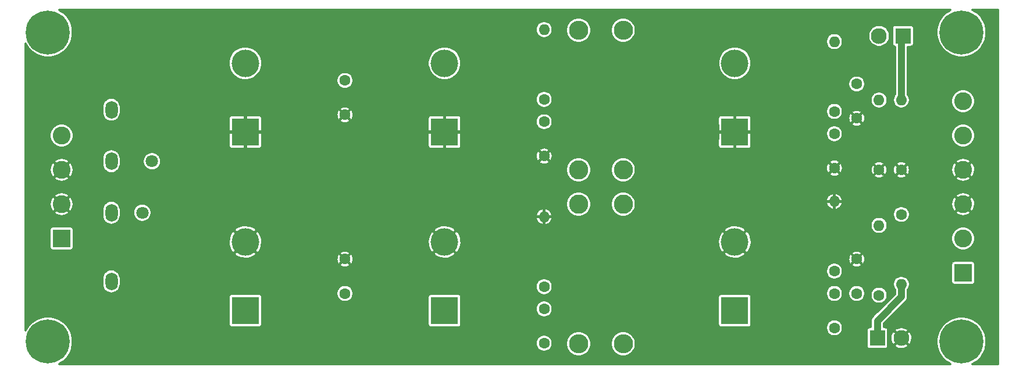
<source format=gbr>
%TF.GenerationSoftware,KiCad,Pcbnew,(5.1.6-0)*%
%TF.CreationDate,2023-07-07T17:58:43-07:00*%
%TF.ProjectId,psu_board_small,7073755f-626f-4617-9264-5f736d616c6c,rev?*%
%TF.SameCoordinates,Original*%
%TF.FileFunction,Copper,L2,Bot*%
%TF.FilePolarity,Positive*%
%FSLAX46Y46*%
G04 Gerber Fmt 4.6, Leading zero omitted, Abs format (unit mm)*
G04 Created by KiCad (PCBNEW (5.1.6-0)) date 2023-07-07 17:58:43*
%MOMM*%
%LPD*%
G01*
G04 APERTURE LIST*
%TA.AperFunction,ComponentPad*%
%ADD10C,0.800000*%
%TD*%
%TA.AperFunction,ComponentPad*%
%ADD11C,6.400000*%
%TD*%
%TA.AperFunction,ComponentPad*%
%ADD12C,2.300000*%
%TD*%
%TA.AperFunction,ComponentPad*%
%ADD13R,2.300000X2.300000*%
%TD*%
%TA.AperFunction,ComponentPad*%
%ADD14C,1.800000*%
%TD*%
%TA.AperFunction,ComponentPad*%
%ADD15O,1.600000X1.600000*%
%TD*%
%TA.AperFunction,ComponentPad*%
%ADD16C,1.600000*%
%TD*%
%TA.AperFunction,ComponentPad*%
%ADD17C,2.600000*%
%TD*%
%TA.AperFunction,ComponentPad*%
%ADD18R,2.600000X2.600000*%
%TD*%
%TA.AperFunction,ComponentPad*%
%ADD19O,2.800000X2.800000*%
%TD*%
%TA.AperFunction,ComponentPad*%
%ADD20C,2.800000*%
%TD*%
%TA.AperFunction,ComponentPad*%
%ADD21O,1.800000X2.600000*%
%TD*%
%TA.AperFunction,ComponentPad*%
%ADD22C,4.000000*%
%TD*%
%TA.AperFunction,ComponentPad*%
%ADD23R,4.000000X4.000000*%
%TD*%
%TA.AperFunction,ViaPad*%
%ADD24C,0.800000*%
%TD*%
%TA.AperFunction,Conductor*%
%ADD25C,1.000000*%
%TD*%
%TA.AperFunction,Conductor*%
%ADD26C,0.300000*%
%TD*%
G04 APERTURE END LIST*
D10*
%TO.P,H4,1*%
%TO.N,N/C*%
X160947056Y-113302944D03*
X159250000Y-112600000D03*
X157552944Y-113302944D03*
X156850000Y-115000000D03*
X157552944Y-116697056D03*
X159250000Y-117400000D03*
X160947056Y-116697056D03*
X161650000Y-115000000D03*
D11*
X159250000Y-115000000D03*
%TD*%
D10*
%TO.P,H3,1*%
%TO.N,N/C*%
X160947056Y-68302944D03*
X159250000Y-67600000D03*
X157552944Y-68302944D03*
X156850000Y-70000000D03*
X157552944Y-71697056D03*
X159250000Y-72400000D03*
X160947056Y-71697056D03*
X161650000Y-70000000D03*
D11*
X159250000Y-70000000D03*
%TD*%
D10*
%TO.P,H2,1*%
%TO.N,N/C*%
X27947056Y-68302944D03*
X26250000Y-67600000D03*
X24552944Y-68302944D03*
X23850000Y-70000000D03*
X24552944Y-71697056D03*
X26250000Y-72400000D03*
X27947056Y-71697056D03*
X28650000Y-70000000D03*
D11*
X26250000Y-70000000D03*
%TD*%
D10*
%TO.P,H1,1*%
%TO.N,N/C*%
X27947056Y-113302944D03*
X26250000Y-112600000D03*
X24552944Y-113302944D03*
X23850000Y-115000000D03*
X24552944Y-116697056D03*
X26250000Y-117400000D03*
X27947056Y-116697056D03*
X28650000Y-115000000D03*
D11*
X26250000Y-115000000D03*
%TD*%
D12*
%TO.P,J3,2*%
%TO.N,/OV-*%
X147250000Y-70500000D03*
D13*
%TO.P,J3,1*%
%TO.N,Net-(J3-Pad1)*%
X150750000Y-70500000D03*
%TD*%
D12*
%TO.P,J2,2*%
%TO.N,GND*%
X150500000Y-114500000D03*
D13*
%TO.P,J2,1*%
%TO.N,Net-(J2-Pad1)*%
X147000000Y-114500000D03*
%TD*%
D14*
%TO.P,RV1,2*%
%TO.N,/AC4*%
X41400000Y-88750000D03*
%TO.P,RV1,1*%
%TO.N,/AC1*%
X40000000Y-96250000D03*
%TD*%
D15*
%TO.P,R8,2*%
%TO.N,/OV-*%
X140750000Y-71340000D03*
D16*
%TO.P,R8,1*%
%TO.N,Net-(C14-Pad2)*%
X140750000Y-81500000D03*
%TD*%
D15*
%TO.P,R7,2*%
%TO.N,GND*%
X140750000Y-94590000D03*
D16*
%TO.P,R7,1*%
%TO.N,Net-(C13-Pad2)*%
X140750000Y-104750000D03*
%TD*%
D17*
%TO.P,J4,6*%
%TO.N,/OV-*%
X159500000Y-80000000D03*
%TO.P,J4,5*%
X159500000Y-85000000D03*
%TO.P,J4,4*%
%TO.N,GND*%
X159500000Y-90000000D03*
%TO.P,J4,3*%
X159500000Y-95000000D03*
%TO.P,J4,2*%
%TO.N,/OV+*%
X159500000Y-100000000D03*
D18*
%TO.P,J4,1*%
X159500000Y-105000000D03*
%TD*%
D17*
%TO.P,J1,4*%
%TO.N,/AC4*%
X28250000Y-85000000D03*
%TO.P,J1,3*%
%TO.N,GND*%
X28250000Y-90000000D03*
%TO.P,J1,2*%
X28250000Y-95000000D03*
D18*
%TO.P,J1,1*%
%TO.N,/AC1*%
X28250000Y-100000000D03*
%TD*%
D16*
%TO.P,C14,2*%
%TO.N,Net-(C14-Pad2)*%
X140750000Y-84750000D03*
%TO.P,C14,1*%
%TO.N,GND*%
X140750000Y-89750000D03*
%TD*%
%TO.P,C13,2*%
%TO.N,Net-(C13-Pad2)*%
X140750000Y-108000000D03*
%TO.P,C13,1*%
%TO.N,/OV+*%
X140750000Y-113000000D03*
%TD*%
%TO.P,C12,2*%
%TO.N,/OV-*%
X144000000Y-77500000D03*
%TO.P,C12,1*%
%TO.N,GND*%
X144000000Y-82500000D03*
%TD*%
%TO.P,C11,2*%
%TO.N,GND*%
X144000000Y-103000000D03*
%TO.P,C11,1*%
%TO.N,/OV+*%
X144000000Y-108000000D03*
%TD*%
D15*
%TO.P,R12,2*%
%TO.N,Net-(D3-Pad1)*%
X147250000Y-79840000D03*
D16*
%TO.P,R12,1*%
%TO.N,GND*%
X147250000Y-90000000D03*
%TD*%
D15*
%TO.P,R11,2*%
%TO.N,Net-(D2-Pad1)*%
X147250000Y-98090000D03*
D16*
%TO.P,R11,1*%
%TO.N,/OV+*%
X147250000Y-108250000D03*
%TD*%
D15*
%TO.P,R10,2*%
%TO.N,Net-(J3-Pad1)*%
X150500000Y-79840000D03*
D16*
%TO.P,R10,1*%
%TO.N,GND*%
X150500000Y-90000000D03*
%TD*%
D15*
%TO.P,R9,2*%
%TO.N,Net-(J2-Pad1)*%
X150500000Y-106660000D03*
D16*
%TO.P,R9,1*%
%TO.N,/OV+*%
X150500000Y-96500000D03*
%TD*%
D19*
%TO.P,R6,2*%
%TO.N,/RV-*%
X110000000Y-69680000D03*
D20*
%TO.P,R6,1*%
%TO.N,/OV-*%
X110000000Y-90000000D03*
%TD*%
D19*
%TO.P,R5,2*%
%TO.N,/RV-*%
X103500000Y-69680000D03*
D20*
%TO.P,R5,1*%
%TO.N,/OV-*%
X103500000Y-90000000D03*
%TD*%
D19*
%TO.P,R4,2*%
%TO.N,/RV+*%
X110000000Y-115320000D03*
D20*
%TO.P,R4,1*%
%TO.N,/OV+*%
X110000000Y-95000000D03*
%TD*%
D19*
%TO.P,R3,2*%
%TO.N,/RV+*%
X103500000Y-115320000D03*
D20*
%TO.P,R3,1*%
%TO.N,/OV+*%
X103500000Y-95000000D03*
%TD*%
D15*
%TO.P,R2,2*%
%TO.N,/RV-*%
X98500000Y-69590000D03*
D16*
%TO.P,R2,1*%
%TO.N,Net-(C8-Pad2)*%
X98500000Y-79750000D03*
%TD*%
D15*
%TO.P,R1,2*%
%TO.N,GND*%
X98500000Y-96840000D03*
D16*
%TO.P,R1,1*%
%TO.N,Net-(C7-Pad2)*%
X98500000Y-107000000D03*
%TD*%
D21*
%TO.P,D1,4*%
%TO.N,/RV-*%
X35500000Y-81250000D03*
%TO.P,D1,3*%
%TO.N,/AC4*%
X35500000Y-88750000D03*
%TO.P,D1,2*%
%TO.N,/AC1*%
X35500000Y-96250000D03*
%TO.P,D1,1*%
%TO.N,/RV+*%
X35500000Y-106250000D03*
%TD*%
D22*
%TO.P,C10,2*%
%TO.N,/OV-*%
X126250000Y-74500000D03*
D23*
%TO.P,C10,1*%
%TO.N,GND*%
X126250000Y-84500000D03*
%TD*%
D22*
%TO.P,C9,2*%
%TO.N,GND*%
X126250000Y-100500000D03*
D23*
%TO.P,C9,1*%
%TO.N,/OV+*%
X126250000Y-110500000D03*
%TD*%
D16*
%TO.P,C8,2*%
%TO.N,Net-(C8-Pad2)*%
X98500000Y-83000000D03*
%TO.P,C8,1*%
%TO.N,GND*%
X98500000Y-88000000D03*
%TD*%
%TO.P,C7,2*%
%TO.N,Net-(C7-Pad2)*%
X98500000Y-110250000D03*
%TO.P,C7,1*%
%TO.N,/RV+*%
X98500000Y-115250000D03*
%TD*%
%TO.P,C6,2*%
%TO.N,/RV-*%
X69500000Y-77000000D03*
%TO.P,C6,1*%
%TO.N,GND*%
X69500000Y-82000000D03*
%TD*%
%TO.P,C5,2*%
%TO.N,GND*%
X69500000Y-103000000D03*
%TO.P,C5,1*%
%TO.N,/RV+*%
X69500000Y-108000000D03*
%TD*%
D22*
%TO.P,C4,2*%
%TO.N,/RV-*%
X84000000Y-74500000D03*
D23*
%TO.P,C4,1*%
%TO.N,GND*%
X84000000Y-84500000D03*
%TD*%
D22*
%TO.P,C3,2*%
%TO.N,GND*%
X84000000Y-100500000D03*
D23*
%TO.P,C3,1*%
%TO.N,/RV+*%
X84000000Y-110500000D03*
%TD*%
D22*
%TO.P,C2,2*%
%TO.N,/RV-*%
X55000000Y-74500000D03*
D23*
%TO.P,C2,1*%
%TO.N,GND*%
X55000000Y-84500000D03*
%TD*%
D22*
%TO.P,C1,2*%
%TO.N,GND*%
X55000000Y-100500000D03*
D23*
%TO.P,C1,1*%
%TO.N,/RV+*%
X55000000Y-110500000D03*
%TD*%
D24*
%TO.N,GND*%
X147250000Y-92250000D03*
%TD*%
D25*
%TO.N,Net-(J2-Pad1)*%
X150500000Y-106660000D02*
X150500000Y-108500000D01*
X147000000Y-112000000D02*
X147000000Y-114500000D01*
X150500000Y-108500000D02*
X147000000Y-112000000D01*
%TO.N,Net-(J3-Pad1)*%
X150500000Y-70750000D02*
X150750000Y-70500000D01*
X150500000Y-79840000D02*
X150500000Y-70750000D01*
%TD*%
D26*
%TO.N,GND*%
G36*
X157521077Y-66765412D02*
G01*
X156923260Y-67164860D01*
X156414860Y-67673260D01*
X156015412Y-68271077D01*
X155740267Y-68935334D01*
X155600000Y-69640506D01*
X155600000Y-70359494D01*
X155740267Y-71064666D01*
X156015412Y-71728923D01*
X156414860Y-72326740D01*
X156923260Y-72835140D01*
X157521077Y-73234588D01*
X158185334Y-73509733D01*
X158890506Y-73650000D01*
X159609494Y-73650000D01*
X160314666Y-73509733D01*
X160978923Y-73234588D01*
X161576740Y-72835140D01*
X162085140Y-72326740D01*
X162484588Y-71728923D01*
X162759733Y-71064666D01*
X162900000Y-70359494D01*
X162900000Y-69640506D01*
X162759733Y-68935334D01*
X162484588Y-68271077D01*
X162085140Y-67673260D01*
X161576740Y-67164860D01*
X160978923Y-66765412D01*
X160881360Y-66725000D01*
X164525000Y-66725000D01*
X164525001Y-118275000D01*
X160881360Y-118275000D01*
X160978923Y-118234588D01*
X161576740Y-117835140D01*
X162085140Y-117326740D01*
X162484588Y-116728923D01*
X162759733Y-116064666D01*
X162900000Y-115359494D01*
X162900000Y-114640506D01*
X162759733Y-113935334D01*
X162484588Y-113271077D01*
X162085140Y-112673260D01*
X161576740Y-112164860D01*
X160978923Y-111765412D01*
X160314666Y-111490267D01*
X159609494Y-111350000D01*
X158890506Y-111350000D01*
X158185334Y-111490267D01*
X157521077Y-111765412D01*
X156923260Y-112164860D01*
X156414860Y-112673260D01*
X156015412Y-113271077D01*
X155740267Y-113935334D01*
X155600000Y-114640506D01*
X155600000Y-115359494D01*
X155740267Y-116064666D01*
X156015412Y-116728923D01*
X156414860Y-117326740D01*
X156923260Y-117835140D01*
X157521077Y-118234588D01*
X157618640Y-118275000D01*
X27881360Y-118275000D01*
X27978923Y-118234588D01*
X28576740Y-117835140D01*
X29085140Y-117326740D01*
X29484588Y-116728923D01*
X29759733Y-116064666D01*
X29900000Y-115359494D01*
X29900000Y-115126886D01*
X97250000Y-115126886D01*
X97250000Y-115373114D01*
X97298037Y-115614611D01*
X97392265Y-115842097D01*
X97529062Y-116046828D01*
X97703172Y-116220938D01*
X97907903Y-116357735D01*
X98135389Y-116451963D01*
X98376886Y-116500000D01*
X98623114Y-116500000D01*
X98864611Y-116451963D01*
X99092097Y-116357735D01*
X99296828Y-116220938D01*
X99470938Y-116046828D01*
X99607735Y-115842097D01*
X99701963Y-115614611D01*
X99750000Y-115373114D01*
X99750000Y-115137791D01*
X101650000Y-115137791D01*
X101650000Y-115502209D01*
X101721095Y-115859625D01*
X101860552Y-116196303D01*
X102063011Y-116499306D01*
X102320694Y-116756989D01*
X102623697Y-116959448D01*
X102960375Y-117098905D01*
X103317791Y-117170000D01*
X103682209Y-117170000D01*
X104039625Y-117098905D01*
X104376303Y-116959448D01*
X104679306Y-116756989D01*
X104936989Y-116499306D01*
X105139448Y-116196303D01*
X105278905Y-115859625D01*
X105350000Y-115502209D01*
X105350000Y-115137791D01*
X108150000Y-115137791D01*
X108150000Y-115502209D01*
X108221095Y-115859625D01*
X108360552Y-116196303D01*
X108563011Y-116499306D01*
X108820694Y-116756989D01*
X109123697Y-116959448D01*
X109460375Y-117098905D01*
X109817791Y-117170000D01*
X110182209Y-117170000D01*
X110539625Y-117098905D01*
X110876303Y-116959448D01*
X111179306Y-116756989D01*
X111436989Y-116499306D01*
X111639448Y-116196303D01*
X111778905Y-115859625D01*
X111850000Y-115502209D01*
X111850000Y-115137791D01*
X111778905Y-114780375D01*
X111639448Y-114443697D01*
X111436989Y-114140694D01*
X111179306Y-113883011D01*
X110876303Y-113680552D01*
X110539625Y-113541095D01*
X110182209Y-113470000D01*
X109817791Y-113470000D01*
X109460375Y-113541095D01*
X109123697Y-113680552D01*
X108820694Y-113883011D01*
X108563011Y-114140694D01*
X108360552Y-114443697D01*
X108221095Y-114780375D01*
X108150000Y-115137791D01*
X105350000Y-115137791D01*
X105278905Y-114780375D01*
X105139448Y-114443697D01*
X104936989Y-114140694D01*
X104679306Y-113883011D01*
X104376303Y-113680552D01*
X104039625Y-113541095D01*
X103682209Y-113470000D01*
X103317791Y-113470000D01*
X102960375Y-113541095D01*
X102623697Y-113680552D01*
X102320694Y-113883011D01*
X102063011Y-114140694D01*
X101860552Y-114443697D01*
X101721095Y-114780375D01*
X101650000Y-115137791D01*
X99750000Y-115137791D01*
X99750000Y-115126886D01*
X99701963Y-114885389D01*
X99607735Y-114657903D01*
X99470938Y-114453172D01*
X99296828Y-114279062D01*
X99092097Y-114142265D01*
X98864611Y-114048037D01*
X98623114Y-114000000D01*
X98376886Y-114000000D01*
X98135389Y-114048037D01*
X97907903Y-114142265D01*
X97703172Y-114279062D01*
X97529062Y-114453172D01*
X97392265Y-114657903D01*
X97298037Y-114885389D01*
X97250000Y-115126886D01*
X29900000Y-115126886D01*
X29900000Y-114640506D01*
X29759733Y-113935334D01*
X29484588Y-113271077D01*
X29085140Y-112673260D01*
X28576740Y-112164860D01*
X27978923Y-111765412D01*
X27314666Y-111490267D01*
X26609494Y-111350000D01*
X25890506Y-111350000D01*
X25185334Y-111490267D01*
X24521077Y-111765412D01*
X23923260Y-112164860D01*
X23414860Y-112673260D01*
X23015412Y-113271077D01*
X22975000Y-113368640D01*
X22975000Y-108500000D01*
X52547823Y-108500000D01*
X52547823Y-112500000D01*
X52556511Y-112588215D01*
X52582243Y-112673041D01*
X52624029Y-112751216D01*
X52680263Y-112819737D01*
X52748784Y-112875971D01*
X52826959Y-112917757D01*
X52911785Y-112943489D01*
X53000000Y-112952177D01*
X57000000Y-112952177D01*
X57088215Y-112943489D01*
X57173041Y-112917757D01*
X57251216Y-112875971D01*
X57319737Y-112819737D01*
X57375971Y-112751216D01*
X57417757Y-112673041D01*
X57443489Y-112588215D01*
X57452177Y-112500000D01*
X57452177Y-108500000D01*
X57443489Y-108411785D01*
X57417757Y-108326959D01*
X57375971Y-108248784D01*
X57319737Y-108180263D01*
X57251216Y-108124029D01*
X57173041Y-108082243D01*
X57088215Y-108056511D01*
X57000000Y-108047823D01*
X53000000Y-108047823D01*
X52911785Y-108056511D01*
X52826959Y-108082243D01*
X52748784Y-108124029D01*
X52680263Y-108180263D01*
X52624029Y-108248784D01*
X52582243Y-108326959D01*
X52556511Y-108411785D01*
X52547823Y-108500000D01*
X22975000Y-108500000D01*
X22975000Y-105783680D01*
X34150000Y-105783680D01*
X34150000Y-106716321D01*
X34169533Y-106914646D01*
X34246728Y-107169122D01*
X34372085Y-107403649D01*
X34540788Y-107609213D01*
X34746352Y-107777915D01*
X34980879Y-107903272D01*
X35235355Y-107980467D01*
X35500000Y-108006532D01*
X35764646Y-107980467D01*
X36019122Y-107903272D01*
X36068486Y-107876886D01*
X68250000Y-107876886D01*
X68250000Y-108123114D01*
X68298037Y-108364611D01*
X68392265Y-108592097D01*
X68529062Y-108796828D01*
X68703172Y-108970938D01*
X68907903Y-109107735D01*
X69135389Y-109201963D01*
X69376886Y-109250000D01*
X69623114Y-109250000D01*
X69864611Y-109201963D01*
X70092097Y-109107735D01*
X70296828Y-108970938D01*
X70470938Y-108796828D01*
X70607735Y-108592097D01*
X70645882Y-108500000D01*
X81547823Y-108500000D01*
X81547823Y-112500000D01*
X81556511Y-112588215D01*
X81582243Y-112673041D01*
X81624029Y-112751216D01*
X81680263Y-112819737D01*
X81748784Y-112875971D01*
X81826959Y-112917757D01*
X81911785Y-112943489D01*
X82000000Y-112952177D01*
X86000000Y-112952177D01*
X86088215Y-112943489D01*
X86173041Y-112917757D01*
X86251216Y-112875971D01*
X86319737Y-112819737D01*
X86375971Y-112751216D01*
X86417757Y-112673041D01*
X86443489Y-112588215D01*
X86452177Y-112500000D01*
X86452177Y-110126886D01*
X97250000Y-110126886D01*
X97250000Y-110373114D01*
X97298037Y-110614611D01*
X97392265Y-110842097D01*
X97529062Y-111046828D01*
X97703172Y-111220938D01*
X97907903Y-111357735D01*
X98135389Y-111451963D01*
X98376886Y-111500000D01*
X98623114Y-111500000D01*
X98864611Y-111451963D01*
X99092097Y-111357735D01*
X99296828Y-111220938D01*
X99470938Y-111046828D01*
X99607735Y-110842097D01*
X99701963Y-110614611D01*
X99750000Y-110373114D01*
X99750000Y-110126886D01*
X99701963Y-109885389D01*
X99607735Y-109657903D01*
X99470938Y-109453172D01*
X99296828Y-109279062D01*
X99092097Y-109142265D01*
X98864611Y-109048037D01*
X98623114Y-109000000D01*
X98376886Y-109000000D01*
X98135389Y-109048037D01*
X97907903Y-109142265D01*
X97703172Y-109279062D01*
X97529062Y-109453172D01*
X97392265Y-109657903D01*
X97298037Y-109885389D01*
X97250000Y-110126886D01*
X86452177Y-110126886D01*
X86452177Y-108500000D01*
X123797823Y-108500000D01*
X123797823Y-112500000D01*
X123806511Y-112588215D01*
X123832243Y-112673041D01*
X123874029Y-112751216D01*
X123930263Y-112819737D01*
X123998784Y-112875971D01*
X124076959Y-112917757D01*
X124161785Y-112943489D01*
X124250000Y-112952177D01*
X128250000Y-112952177D01*
X128338215Y-112943489D01*
X128423041Y-112917757D01*
X128499504Y-112876886D01*
X139500000Y-112876886D01*
X139500000Y-113123114D01*
X139548037Y-113364611D01*
X139642265Y-113592097D01*
X139779062Y-113796828D01*
X139953172Y-113970938D01*
X140157903Y-114107735D01*
X140385389Y-114201963D01*
X140626886Y-114250000D01*
X140873114Y-114250000D01*
X141114611Y-114201963D01*
X141342097Y-114107735D01*
X141546828Y-113970938D01*
X141720938Y-113796828D01*
X141857735Y-113592097D01*
X141951963Y-113364611D01*
X141954869Y-113350000D01*
X145397823Y-113350000D01*
X145397823Y-115650000D01*
X145406511Y-115738215D01*
X145432243Y-115823041D01*
X145474029Y-115901216D01*
X145530263Y-115969737D01*
X145598784Y-116025971D01*
X145676959Y-116067757D01*
X145761785Y-116093489D01*
X145850000Y-116102177D01*
X148150000Y-116102177D01*
X148238215Y-116093489D01*
X148323041Y-116067757D01*
X148401216Y-116025971D01*
X148469737Y-115969737D01*
X148525971Y-115901216D01*
X148567757Y-115823041D01*
X148593489Y-115738215D01*
X148602177Y-115650000D01*
X148602177Y-115592060D01*
X149478651Y-115592060D01*
X149595901Y-115829451D01*
X149872636Y-115980286D01*
X150173480Y-116074235D01*
X150486872Y-116107688D01*
X150800769Y-116079358D01*
X151103107Y-115990334D01*
X151382268Y-115844037D01*
X151404099Y-115829451D01*
X151521349Y-115592060D01*
X150500000Y-114570711D01*
X149478651Y-115592060D01*
X148602177Y-115592060D01*
X148602177Y-114486872D01*
X148892312Y-114486872D01*
X148920642Y-114800769D01*
X149009666Y-115103107D01*
X149155963Y-115382268D01*
X149170549Y-115404099D01*
X149407940Y-115521349D01*
X150429289Y-114500000D01*
X150570711Y-114500000D01*
X151592060Y-115521349D01*
X151829451Y-115404099D01*
X151980286Y-115127364D01*
X152074235Y-114826520D01*
X152107688Y-114513128D01*
X152079358Y-114199231D01*
X151990334Y-113896893D01*
X151844037Y-113617732D01*
X151829451Y-113595901D01*
X151592060Y-113478651D01*
X150570711Y-114500000D01*
X150429289Y-114500000D01*
X149407940Y-113478651D01*
X149170549Y-113595901D01*
X149019714Y-113872636D01*
X148925765Y-114173480D01*
X148892312Y-114486872D01*
X148602177Y-114486872D01*
X148602177Y-113407940D01*
X149478651Y-113407940D01*
X150500000Y-114429289D01*
X151521349Y-113407940D01*
X151404099Y-113170549D01*
X151127364Y-113019714D01*
X150826520Y-112925765D01*
X150513128Y-112892312D01*
X150199231Y-112920642D01*
X149896893Y-113009666D01*
X149617732Y-113155963D01*
X149595901Y-113170549D01*
X149478651Y-113407940D01*
X148602177Y-113407940D01*
X148602177Y-113350000D01*
X148593489Y-113261785D01*
X148567757Y-113176959D01*
X148525971Y-113098784D01*
X148469737Y-113030263D01*
X148401216Y-112974029D01*
X148323041Y-112932243D01*
X148238215Y-112906511D01*
X148150000Y-112897823D01*
X147950000Y-112897823D01*
X147950000Y-112393502D01*
X151138757Y-109204746D01*
X151175001Y-109175001D01*
X151293718Y-109030345D01*
X151381932Y-108865308D01*
X151436254Y-108686232D01*
X151450000Y-108546665D01*
X151450000Y-108546656D01*
X151454595Y-108500001D01*
X151450000Y-108453346D01*
X151450000Y-107477766D01*
X151470938Y-107456828D01*
X151607735Y-107252097D01*
X151701963Y-107024611D01*
X151750000Y-106783114D01*
X151750000Y-106536886D01*
X151701963Y-106295389D01*
X151607735Y-106067903D01*
X151470938Y-105863172D01*
X151296828Y-105689062D01*
X151092097Y-105552265D01*
X150864611Y-105458037D01*
X150623114Y-105410000D01*
X150376886Y-105410000D01*
X150135389Y-105458037D01*
X149907903Y-105552265D01*
X149703172Y-105689062D01*
X149529062Y-105863172D01*
X149392265Y-106067903D01*
X149298037Y-106295389D01*
X149250000Y-106536886D01*
X149250000Y-106783114D01*
X149298037Y-107024611D01*
X149392265Y-107252097D01*
X149529062Y-107456828D01*
X149550000Y-107477766D01*
X149550001Y-108106496D01*
X146361248Y-111295250D01*
X146324999Y-111324999D01*
X146206282Y-111469655D01*
X146118068Y-111634693D01*
X146063746Y-111813769D01*
X146050000Y-111953336D01*
X146050000Y-111953346D01*
X146045405Y-112000000D01*
X146050000Y-112046655D01*
X146050000Y-112897823D01*
X145850000Y-112897823D01*
X145761785Y-112906511D01*
X145676959Y-112932243D01*
X145598784Y-112974029D01*
X145530263Y-113030263D01*
X145474029Y-113098784D01*
X145432243Y-113176959D01*
X145406511Y-113261785D01*
X145397823Y-113350000D01*
X141954869Y-113350000D01*
X142000000Y-113123114D01*
X142000000Y-112876886D01*
X141951963Y-112635389D01*
X141857735Y-112407903D01*
X141720938Y-112203172D01*
X141546828Y-112029062D01*
X141342097Y-111892265D01*
X141114611Y-111798037D01*
X140873114Y-111750000D01*
X140626886Y-111750000D01*
X140385389Y-111798037D01*
X140157903Y-111892265D01*
X139953172Y-112029062D01*
X139779062Y-112203172D01*
X139642265Y-112407903D01*
X139548037Y-112635389D01*
X139500000Y-112876886D01*
X128499504Y-112876886D01*
X128501216Y-112875971D01*
X128569737Y-112819737D01*
X128625971Y-112751216D01*
X128667757Y-112673041D01*
X128693489Y-112588215D01*
X128702177Y-112500000D01*
X128702177Y-108500000D01*
X128693489Y-108411785D01*
X128667757Y-108326959D01*
X128625971Y-108248784D01*
X128569737Y-108180263D01*
X128501216Y-108124029D01*
X128423041Y-108082243D01*
X128338215Y-108056511D01*
X128250000Y-108047823D01*
X124250000Y-108047823D01*
X124161785Y-108056511D01*
X124076959Y-108082243D01*
X123998784Y-108124029D01*
X123930263Y-108180263D01*
X123874029Y-108248784D01*
X123832243Y-108326959D01*
X123806511Y-108411785D01*
X123797823Y-108500000D01*
X86452177Y-108500000D01*
X86443489Y-108411785D01*
X86417757Y-108326959D01*
X86375971Y-108248784D01*
X86319737Y-108180263D01*
X86251216Y-108124029D01*
X86173041Y-108082243D01*
X86088215Y-108056511D01*
X86000000Y-108047823D01*
X82000000Y-108047823D01*
X81911785Y-108056511D01*
X81826959Y-108082243D01*
X81748784Y-108124029D01*
X81680263Y-108180263D01*
X81624029Y-108248784D01*
X81582243Y-108326959D01*
X81556511Y-108411785D01*
X81547823Y-108500000D01*
X70645882Y-108500000D01*
X70701963Y-108364611D01*
X70750000Y-108123114D01*
X70750000Y-107876886D01*
X70701963Y-107635389D01*
X70607735Y-107407903D01*
X70470938Y-107203172D01*
X70296828Y-107029062D01*
X70092097Y-106892265D01*
X70054969Y-106876886D01*
X97250000Y-106876886D01*
X97250000Y-107123114D01*
X97298037Y-107364611D01*
X97392265Y-107592097D01*
X97529062Y-107796828D01*
X97703172Y-107970938D01*
X97907903Y-108107735D01*
X98135389Y-108201963D01*
X98376886Y-108250000D01*
X98623114Y-108250000D01*
X98864611Y-108201963D01*
X99092097Y-108107735D01*
X99296828Y-107970938D01*
X99390880Y-107876886D01*
X139500000Y-107876886D01*
X139500000Y-108123114D01*
X139548037Y-108364611D01*
X139642265Y-108592097D01*
X139779062Y-108796828D01*
X139953172Y-108970938D01*
X140157903Y-109107735D01*
X140385389Y-109201963D01*
X140626886Y-109250000D01*
X140873114Y-109250000D01*
X141114611Y-109201963D01*
X141342097Y-109107735D01*
X141546828Y-108970938D01*
X141720938Y-108796828D01*
X141857735Y-108592097D01*
X141951963Y-108364611D01*
X142000000Y-108123114D01*
X142000000Y-107876886D01*
X142750000Y-107876886D01*
X142750000Y-108123114D01*
X142798037Y-108364611D01*
X142892265Y-108592097D01*
X143029062Y-108796828D01*
X143203172Y-108970938D01*
X143407903Y-109107735D01*
X143635389Y-109201963D01*
X143876886Y-109250000D01*
X144123114Y-109250000D01*
X144364611Y-109201963D01*
X144592097Y-109107735D01*
X144796828Y-108970938D01*
X144970938Y-108796828D01*
X145107735Y-108592097D01*
X145201963Y-108364611D01*
X145249249Y-108126886D01*
X146000000Y-108126886D01*
X146000000Y-108373114D01*
X146048037Y-108614611D01*
X146142265Y-108842097D01*
X146279062Y-109046828D01*
X146453172Y-109220938D01*
X146657903Y-109357735D01*
X146885389Y-109451963D01*
X147126886Y-109500000D01*
X147373114Y-109500000D01*
X147614611Y-109451963D01*
X147842097Y-109357735D01*
X148046828Y-109220938D01*
X148220938Y-109046828D01*
X148357735Y-108842097D01*
X148451963Y-108614611D01*
X148500000Y-108373114D01*
X148500000Y-108126886D01*
X148451963Y-107885389D01*
X148357735Y-107657903D01*
X148220938Y-107453172D01*
X148046828Y-107279062D01*
X147842097Y-107142265D01*
X147614611Y-107048037D01*
X147373114Y-107000000D01*
X147126886Y-107000000D01*
X146885389Y-107048037D01*
X146657903Y-107142265D01*
X146453172Y-107279062D01*
X146279062Y-107453172D01*
X146142265Y-107657903D01*
X146048037Y-107885389D01*
X146000000Y-108126886D01*
X145249249Y-108126886D01*
X145250000Y-108123114D01*
X145250000Y-107876886D01*
X145201963Y-107635389D01*
X145107735Y-107407903D01*
X144970938Y-107203172D01*
X144796828Y-107029062D01*
X144592097Y-106892265D01*
X144364611Y-106798037D01*
X144123114Y-106750000D01*
X143876886Y-106750000D01*
X143635389Y-106798037D01*
X143407903Y-106892265D01*
X143203172Y-107029062D01*
X143029062Y-107203172D01*
X142892265Y-107407903D01*
X142798037Y-107635389D01*
X142750000Y-107876886D01*
X142000000Y-107876886D01*
X141951963Y-107635389D01*
X141857735Y-107407903D01*
X141720938Y-107203172D01*
X141546828Y-107029062D01*
X141342097Y-106892265D01*
X141114611Y-106798037D01*
X140873114Y-106750000D01*
X140626886Y-106750000D01*
X140385389Y-106798037D01*
X140157903Y-106892265D01*
X139953172Y-107029062D01*
X139779062Y-107203172D01*
X139642265Y-107407903D01*
X139548037Y-107635389D01*
X139500000Y-107876886D01*
X99390880Y-107876886D01*
X99470938Y-107796828D01*
X99607735Y-107592097D01*
X99701963Y-107364611D01*
X99750000Y-107123114D01*
X99750000Y-106876886D01*
X99701963Y-106635389D01*
X99607735Y-106407903D01*
X99470938Y-106203172D01*
X99296828Y-106029062D01*
X99092097Y-105892265D01*
X98864611Y-105798037D01*
X98623114Y-105750000D01*
X98376886Y-105750000D01*
X98135389Y-105798037D01*
X97907903Y-105892265D01*
X97703172Y-106029062D01*
X97529062Y-106203172D01*
X97392265Y-106407903D01*
X97298037Y-106635389D01*
X97250000Y-106876886D01*
X70054969Y-106876886D01*
X69864611Y-106798037D01*
X69623114Y-106750000D01*
X69376886Y-106750000D01*
X69135389Y-106798037D01*
X68907903Y-106892265D01*
X68703172Y-107029062D01*
X68529062Y-107203172D01*
X68392265Y-107407903D01*
X68298037Y-107635389D01*
X68250000Y-107876886D01*
X36068486Y-107876886D01*
X36253649Y-107777915D01*
X36459213Y-107609213D01*
X36627915Y-107403649D01*
X36753272Y-107169122D01*
X36830467Y-106914646D01*
X36850000Y-106716320D01*
X36850000Y-105783679D01*
X36830467Y-105585354D01*
X36753272Y-105330878D01*
X36627915Y-105096351D01*
X36459212Y-104890787D01*
X36253648Y-104722085D01*
X36075543Y-104626886D01*
X139500000Y-104626886D01*
X139500000Y-104873114D01*
X139548037Y-105114611D01*
X139642265Y-105342097D01*
X139779062Y-105546828D01*
X139953172Y-105720938D01*
X140157903Y-105857735D01*
X140385389Y-105951963D01*
X140626886Y-106000000D01*
X140873114Y-106000000D01*
X141114611Y-105951963D01*
X141342097Y-105857735D01*
X141546828Y-105720938D01*
X141720938Y-105546828D01*
X141857735Y-105342097D01*
X141951963Y-105114611D01*
X142000000Y-104873114D01*
X142000000Y-104626886D01*
X141951963Y-104385389D01*
X141857735Y-104157903D01*
X141720938Y-103953172D01*
X141610958Y-103843192D01*
X143227518Y-103843192D01*
X143302750Y-104044748D01*
X143519967Y-104160701D01*
X143755632Y-104232049D01*
X144000689Y-104256049D01*
X144245718Y-104231780D01*
X144481305Y-104160174D01*
X144697250Y-104044748D01*
X144772482Y-103843192D01*
X144000000Y-103070711D01*
X143227518Y-103843192D01*
X141610958Y-103843192D01*
X141546828Y-103779062D01*
X141342097Y-103642265D01*
X141114611Y-103548037D01*
X140873114Y-103500000D01*
X140626886Y-103500000D01*
X140385389Y-103548037D01*
X140157903Y-103642265D01*
X139953172Y-103779062D01*
X139779062Y-103953172D01*
X139642265Y-104157903D01*
X139548037Y-104385389D01*
X139500000Y-104626886D01*
X36075543Y-104626886D01*
X36019121Y-104596728D01*
X35764645Y-104519533D01*
X35500000Y-104493468D01*
X35235354Y-104519533D01*
X34980878Y-104596728D01*
X34746351Y-104722085D01*
X34540787Y-104890788D01*
X34372085Y-105096352D01*
X34246728Y-105330879D01*
X34169533Y-105585355D01*
X34150000Y-105783680D01*
X22975000Y-105783680D01*
X22975000Y-103843192D01*
X68727518Y-103843192D01*
X68802750Y-104044748D01*
X69019967Y-104160701D01*
X69255632Y-104232049D01*
X69500689Y-104256049D01*
X69745718Y-104231780D01*
X69981305Y-104160174D01*
X70197250Y-104044748D01*
X70272482Y-103843192D01*
X69500000Y-103070711D01*
X68727518Y-103843192D01*
X22975000Y-103843192D01*
X22975000Y-103000689D01*
X68243951Y-103000689D01*
X68268220Y-103245718D01*
X68339826Y-103481305D01*
X68455252Y-103697250D01*
X68656808Y-103772482D01*
X69429289Y-103000000D01*
X69570711Y-103000000D01*
X70343192Y-103772482D01*
X70544748Y-103697250D01*
X70660701Y-103480033D01*
X70732049Y-103244368D01*
X70755914Y-103000689D01*
X142743951Y-103000689D01*
X142768220Y-103245718D01*
X142839826Y-103481305D01*
X142955252Y-103697250D01*
X143156808Y-103772482D01*
X143929289Y-103000000D01*
X144070711Y-103000000D01*
X144843192Y-103772482D01*
X145037380Y-103700000D01*
X157747823Y-103700000D01*
X157747823Y-106300000D01*
X157756511Y-106388215D01*
X157782243Y-106473041D01*
X157824029Y-106551216D01*
X157880263Y-106619737D01*
X157948784Y-106675971D01*
X158026959Y-106717757D01*
X158111785Y-106743489D01*
X158200000Y-106752177D01*
X160800000Y-106752177D01*
X160888215Y-106743489D01*
X160973041Y-106717757D01*
X161051216Y-106675971D01*
X161119737Y-106619737D01*
X161175971Y-106551216D01*
X161217757Y-106473041D01*
X161243489Y-106388215D01*
X161252177Y-106300000D01*
X161252177Y-103700000D01*
X161243489Y-103611785D01*
X161217757Y-103526959D01*
X161175971Y-103448784D01*
X161119737Y-103380263D01*
X161051216Y-103324029D01*
X160973041Y-103282243D01*
X160888215Y-103256511D01*
X160800000Y-103247823D01*
X158200000Y-103247823D01*
X158111785Y-103256511D01*
X158026959Y-103282243D01*
X157948784Y-103324029D01*
X157880263Y-103380263D01*
X157824029Y-103448784D01*
X157782243Y-103526959D01*
X157756511Y-103611785D01*
X157747823Y-103700000D01*
X145037380Y-103700000D01*
X145044748Y-103697250D01*
X145160701Y-103480033D01*
X145232049Y-103244368D01*
X145256049Y-102999311D01*
X145231780Y-102754282D01*
X145160174Y-102518695D01*
X145044748Y-102302750D01*
X144843192Y-102227518D01*
X144070711Y-103000000D01*
X143929289Y-103000000D01*
X143156808Y-102227518D01*
X142955252Y-102302750D01*
X142839299Y-102519967D01*
X142767951Y-102755632D01*
X142743951Y-103000689D01*
X70755914Y-103000689D01*
X70756049Y-102999311D01*
X70731780Y-102754282D01*
X70660174Y-102518695D01*
X70544748Y-102302750D01*
X70343192Y-102227518D01*
X69570711Y-103000000D01*
X69429289Y-103000000D01*
X68656808Y-102227518D01*
X68455252Y-102302750D01*
X68339299Y-102519967D01*
X68267951Y-102755632D01*
X68243951Y-103000689D01*
X22975000Y-103000689D01*
X22975000Y-102196224D01*
X53374487Y-102196224D01*
X53593707Y-102520661D01*
X54014940Y-102756189D01*
X54474029Y-102905013D01*
X54953330Y-102961413D01*
X55434424Y-102923223D01*
X55898825Y-102791910D01*
X56328683Y-102572520D01*
X56406293Y-102520661D01*
X56625513Y-102196224D01*
X56586097Y-102156808D01*
X68727518Y-102156808D01*
X69500000Y-102929289D01*
X70233065Y-102196224D01*
X82374487Y-102196224D01*
X82593707Y-102520661D01*
X83014940Y-102756189D01*
X83474029Y-102905013D01*
X83953330Y-102961413D01*
X84434424Y-102923223D01*
X84898825Y-102791910D01*
X85328683Y-102572520D01*
X85406293Y-102520661D01*
X85625513Y-102196224D01*
X124624487Y-102196224D01*
X124843707Y-102520661D01*
X125264940Y-102756189D01*
X125724029Y-102905013D01*
X126203330Y-102961413D01*
X126684424Y-102923223D01*
X127148825Y-102791910D01*
X127578683Y-102572520D01*
X127656293Y-102520661D01*
X127875513Y-102196224D01*
X127836097Y-102156808D01*
X143227518Y-102156808D01*
X144000000Y-102929289D01*
X144772482Y-102156808D01*
X144697250Y-101955252D01*
X144480033Y-101839299D01*
X144244368Y-101767951D01*
X143999311Y-101743951D01*
X143754282Y-101768220D01*
X143518695Y-101839826D01*
X143302750Y-101955252D01*
X143227518Y-102156808D01*
X127836097Y-102156808D01*
X126250000Y-100570711D01*
X124624487Y-102196224D01*
X85625513Y-102196224D01*
X84000000Y-100570711D01*
X82374487Y-102196224D01*
X70233065Y-102196224D01*
X70272482Y-102156808D01*
X70197250Y-101955252D01*
X69980033Y-101839299D01*
X69744368Y-101767951D01*
X69499311Y-101743951D01*
X69254282Y-101768220D01*
X69018695Y-101839826D01*
X68802750Y-101955252D01*
X68727518Y-102156808D01*
X56586097Y-102156808D01*
X55000000Y-100570711D01*
X53374487Y-102196224D01*
X22975000Y-102196224D01*
X22975000Y-98700000D01*
X26497823Y-98700000D01*
X26497823Y-101300000D01*
X26506511Y-101388215D01*
X26532243Y-101473041D01*
X26574029Y-101551216D01*
X26630263Y-101619737D01*
X26698784Y-101675971D01*
X26776959Y-101717757D01*
X26861785Y-101743489D01*
X26950000Y-101752177D01*
X29550000Y-101752177D01*
X29638215Y-101743489D01*
X29723041Y-101717757D01*
X29801216Y-101675971D01*
X29869737Y-101619737D01*
X29925971Y-101551216D01*
X29967757Y-101473041D01*
X29993489Y-101388215D01*
X30002177Y-101300000D01*
X30002177Y-100453330D01*
X52538587Y-100453330D01*
X52576777Y-100934424D01*
X52708090Y-101398825D01*
X52927480Y-101828683D01*
X52979339Y-101906293D01*
X53303776Y-102125513D01*
X54929289Y-100500000D01*
X55070711Y-100500000D01*
X56696224Y-102125513D01*
X57020661Y-101906293D01*
X57256189Y-101485060D01*
X57405013Y-101025971D01*
X57461413Y-100546670D01*
X57454004Y-100453330D01*
X81538587Y-100453330D01*
X81576777Y-100934424D01*
X81708090Y-101398825D01*
X81927480Y-101828683D01*
X81979339Y-101906293D01*
X82303776Y-102125513D01*
X83929289Y-100500000D01*
X84070711Y-100500000D01*
X85696224Y-102125513D01*
X86020661Y-101906293D01*
X86256189Y-101485060D01*
X86405013Y-101025971D01*
X86461413Y-100546670D01*
X86454004Y-100453330D01*
X123788587Y-100453330D01*
X123826777Y-100934424D01*
X123958090Y-101398825D01*
X124177480Y-101828683D01*
X124229339Y-101906293D01*
X124553776Y-102125513D01*
X126179289Y-100500000D01*
X126320711Y-100500000D01*
X127946224Y-102125513D01*
X128270661Y-101906293D01*
X128506189Y-101485060D01*
X128655013Y-101025971D01*
X128711413Y-100546670D01*
X128673223Y-100065576D01*
X128605945Y-99827640D01*
X157750000Y-99827640D01*
X157750000Y-100172360D01*
X157817251Y-100510456D01*
X157949170Y-100828936D01*
X158140686Y-101115560D01*
X158384440Y-101359314D01*
X158671064Y-101550830D01*
X158989544Y-101682749D01*
X159327640Y-101750000D01*
X159672360Y-101750000D01*
X160010456Y-101682749D01*
X160328936Y-101550830D01*
X160615560Y-101359314D01*
X160859314Y-101115560D01*
X161050830Y-100828936D01*
X161182749Y-100510456D01*
X161250000Y-100172360D01*
X161250000Y-99827640D01*
X161182749Y-99489544D01*
X161050830Y-99171064D01*
X160859314Y-98884440D01*
X160615560Y-98640686D01*
X160328936Y-98449170D01*
X160010456Y-98317251D01*
X159672360Y-98250000D01*
X159327640Y-98250000D01*
X158989544Y-98317251D01*
X158671064Y-98449170D01*
X158384440Y-98640686D01*
X158140686Y-98884440D01*
X157949170Y-99171064D01*
X157817251Y-99489544D01*
X157750000Y-99827640D01*
X128605945Y-99827640D01*
X128541910Y-99601175D01*
X128322520Y-99171317D01*
X128270661Y-99093707D01*
X127946224Y-98874487D01*
X126320711Y-100500000D01*
X126179289Y-100500000D01*
X124553776Y-98874487D01*
X124229339Y-99093707D01*
X123993811Y-99514940D01*
X123844987Y-99974029D01*
X123788587Y-100453330D01*
X86454004Y-100453330D01*
X86423223Y-100065576D01*
X86291910Y-99601175D01*
X86072520Y-99171317D01*
X86020661Y-99093707D01*
X85696224Y-98874487D01*
X84070711Y-100500000D01*
X83929289Y-100500000D01*
X82303776Y-98874487D01*
X81979339Y-99093707D01*
X81743811Y-99514940D01*
X81594987Y-99974029D01*
X81538587Y-100453330D01*
X57454004Y-100453330D01*
X57423223Y-100065576D01*
X57291910Y-99601175D01*
X57072520Y-99171317D01*
X57020661Y-99093707D01*
X56696224Y-98874487D01*
X55070711Y-100500000D01*
X54929289Y-100500000D01*
X53303776Y-98874487D01*
X52979339Y-99093707D01*
X52743811Y-99514940D01*
X52594987Y-99974029D01*
X52538587Y-100453330D01*
X30002177Y-100453330D01*
X30002177Y-98803776D01*
X53374487Y-98803776D01*
X55000000Y-100429289D01*
X56625513Y-98803776D01*
X82374487Y-98803776D01*
X84000000Y-100429289D01*
X85625513Y-98803776D01*
X124624487Y-98803776D01*
X126250000Y-100429289D01*
X127875513Y-98803776D01*
X127656293Y-98479339D01*
X127235060Y-98243811D01*
X126775971Y-98094987D01*
X126296670Y-98038587D01*
X125815576Y-98076777D01*
X125351175Y-98208090D01*
X124921317Y-98427480D01*
X124843707Y-98479339D01*
X124624487Y-98803776D01*
X85625513Y-98803776D01*
X85406293Y-98479339D01*
X84985060Y-98243811D01*
X84525971Y-98094987D01*
X84046670Y-98038587D01*
X83565576Y-98076777D01*
X83101175Y-98208090D01*
X82671317Y-98427480D01*
X82593707Y-98479339D01*
X82374487Y-98803776D01*
X56625513Y-98803776D01*
X56406293Y-98479339D01*
X55985060Y-98243811D01*
X55525971Y-98094987D01*
X55046670Y-98038587D01*
X54565576Y-98076777D01*
X54101175Y-98208090D01*
X53671317Y-98427480D01*
X53593707Y-98479339D01*
X53374487Y-98803776D01*
X30002177Y-98803776D01*
X30002177Y-98700000D01*
X29993489Y-98611785D01*
X29967757Y-98526959D01*
X29925971Y-98448784D01*
X29869737Y-98380263D01*
X29801216Y-98324029D01*
X29723041Y-98282243D01*
X29638215Y-98256511D01*
X29550000Y-98247823D01*
X26950000Y-98247823D01*
X26861785Y-98256511D01*
X26776959Y-98282243D01*
X26698784Y-98324029D01*
X26630263Y-98380263D01*
X26574029Y-98448784D01*
X26532243Y-98526959D01*
X26506511Y-98611785D01*
X26497823Y-98700000D01*
X22975000Y-98700000D01*
X22975000Y-96198693D01*
X27122018Y-96198693D01*
X27257267Y-96451444D01*
X27559505Y-96617227D01*
X27888278Y-96720862D01*
X28230952Y-96758364D01*
X28574358Y-96728293D01*
X28905299Y-96631805D01*
X29211057Y-96472608D01*
X29242733Y-96451444D01*
X29377982Y-96198693D01*
X28250000Y-95070711D01*
X27122018Y-96198693D01*
X22975000Y-96198693D01*
X22975000Y-94980952D01*
X26491636Y-94980952D01*
X26521707Y-95324358D01*
X26618195Y-95655299D01*
X26777392Y-95961057D01*
X26798556Y-95992733D01*
X27051307Y-96127982D01*
X28179289Y-95000000D01*
X28320711Y-95000000D01*
X29448693Y-96127982D01*
X29701444Y-95992733D01*
X29816113Y-95783680D01*
X34150000Y-95783680D01*
X34150000Y-96716321D01*
X34169533Y-96914646D01*
X34246728Y-97169122D01*
X34372085Y-97403649D01*
X34540788Y-97609213D01*
X34746352Y-97777915D01*
X34980879Y-97903272D01*
X35235355Y-97980467D01*
X35500000Y-98006532D01*
X35764646Y-97980467D01*
X36019122Y-97903272D01*
X36253649Y-97777915D01*
X36459213Y-97609213D01*
X36627915Y-97403649D01*
X36753272Y-97169122D01*
X36830467Y-96914646D01*
X36850000Y-96716320D01*
X36850000Y-96117037D01*
X38650000Y-96117037D01*
X38650000Y-96382963D01*
X38701880Y-96643780D01*
X38803646Y-96889465D01*
X38951387Y-97110575D01*
X39139425Y-97298613D01*
X39360535Y-97446354D01*
X39606220Y-97548120D01*
X39867037Y-97600000D01*
X40132963Y-97600000D01*
X40393780Y-97548120D01*
X40639465Y-97446354D01*
X40860575Y-97298613D01*
X41048613Y-97110575D01*
X41065854Y-97084771D01*
X97274197Y-97084771D01*
X97345503Y-97319210D01*
X97461176Y-97535233D01*
X97616770Y-97724539D01*
X97806306Y-97879852D01*
X98022500Y-97995205D01*
X98255229Y-98065801D01*
X98450000Y-97976401D01*
X98450000Y-96890000D01*
X98550000Y-96890000D01*
X98550000Y-97976401D01*
X98744771Y-98065801D01*
X98977500Y-97995205D01*
X99030575Y-97966886D01*
X146000000Y-97966886D01*
X146000000Y-98213114D01*
X146048037Y-98454611D01*
X146142265Y-98682097D01*
X146279062Y-98886828D01*
X146453172Y-99060938D01*
X146657903Y-99197735D01*
X146885389Y-99291963D01*
X147126886Y-99340000D01*
X147373114Y-99340000D01*
X147614611Y-99291963D01*
X147842097Y-99197735D01*
X148046828Y-99060938D01*
X148220938Y-98886828D01*
X148357735Y-98682097D01*
X148451963Y-98454611D01*
X148500000Y-98213114D01*
X148500000Y-97966886D01*
X148451963Y-97725389D01*
X148357735Y-97497903D01*
X148220938Y-97293172D01*
X148046828Y-97119062D01*
X147842097Y-96982265D01*
X147614611Y-96888037D01*
X147373114Y-96840000D01*
X147126886Y-96840000D01*
X146885389Y-96888037D01*
X146657903Y-96982265D01*
X146453172Y-97119062D01*
X146279062Y-97293172D01*
X146142265Y-97497903D01*
X146048037Y-97725389D01*
X146000000Y-97966886D01*
X99030575Y-97966886D01*
X99193694Y-97879852D01*
X99383230Y-97724539D01*
X99538824Y-97535233D01*
X99654497Y-97319210D01*
X99725803Y-97084771D01*
X99636502Y-96890000D01*
X98550000Y-96890000D01*
X98450000Y-96890000D01*
X97363498Y-96890000D01*
X97274197Y-97084771D01*
X41065854Y-97084771D01*
X41196354Y-96889465D01*
X41298120Y-96643780D01*
X41307777Y-96595229D01*
X97274197Y-96595229D01*
X97363498Y-96790000D01*
X98450000Y-96790000D01*
X98450000Y-95703599D01*
X98550000Y-95703599D01*
X98550000Y-96790000D01*
X99636502Y-96790000D01*
X99725803Y-96595229D01*
X99654497Y-96360790D01*
X99538824Y-96144767D01*
X99383230Y-95955461D01*
X99193694Y-95800148D01*
X98977500Y-95684795D01*
X98744771Y-95614199D01*
X98550000Y-95703599D01*
X98450000Y-95703599D01*
X98255229Y-95614199D01*
X98022500Y-95684795D01*
X97806306Y-95800148D01*
X97616770Y-95955461D01*
X97461176Y-96144767D01*
X97345503Y-96360790D01*
X97274197Y-96595229D01*
X41307777Y-96595229D01*
X41350000Y-96382963D01*
X41350000Y-96117037D01*
X41298120Y-95856220D01*
X41196354Y-95610535D01*
X41048613Y-95389425D01*
X40860575Y-95201387D01*
X40639465Y-95053646D01*
X40393780Y-94951880D01*
X40132963Y-94900000D01*
X39867037Y-94900000D01*
X39606220Y-94951880D01*
X39360535Y-95053646D01*
X39139425Y-95201387D01*
X38951387Y-95389425D01*
X38803646Y-95610535D01*
X38701880Y-95856220D01*
X38650000Y-96117037D01*
X36850000Y-96117037D01*
X36850000Y-95783679D01*
X36830467Y-95585354D01*
X36753272Y-95330878D01*
X36627915Y-95096351D01*
X36459212Y-94890787D01*
X36370267Y-94817791D01*
X101650000Y-94817791D01*
X101650000Y-95182209D01*
X101721095Y-95539625D01*
X101860552Y-95876303D01*
X102063011Y-96179306D01*
X102320694Y-96436989D01*
X102623697Y-96639448D01*
X102960375Y-96778905D01*
X103317791Y-96850000D01*
X103682209Y-96850000D01*
X104039625Y-96778905D01*
X104376303Y-96639448D01*
X104679306Y-96436989D01*
X104936989Y-96179306D01*
X105139448Y-95876303D01*
X105278905Y-95539625D01*
X105350000Y-95182209D01*
X105350000Y-94817791D01*
X108150000Y-94817791D01*
X108150000Y-95182209D01*
X108221095Y-95539625D01*
X108360552Y-95876303D01*
X108563011Y-96179306D01*
X108820694Y-96436989D01*
X109123697Y-96639448D01*
X109460375Y-96778905D01*
X109817791Y-96850000D01*
X110182209Y-96850000D01*
X110539625Y-96778905D01*
X110876303Y-96639448D01*
X111179306Y-96436989D01*
X111239409Y-96376886D01*
X149250000Y-96376886D01*
X149250000Y-96623114D01*
X149298037Y-96864611D01*
X149392265Y-97092097D01*
X149529062Y-97296828D01*
X149703172Y-97470938D01*
X149907903Y-97607735D01*
X150135389Y-97701963D01*
X150376886Y-97750000D01*
X150623114Y-97750000D01*
X150864611Y-97701963D01*
X151092097Y-97607735D01*
X151296828Y-97470938D01*
X151470938Y-97296828D01*
X151607735Y-97092097D01*
X151701963Y-96864611D01*
X151750000Y-96623114D01*
X151750000Y-96376886D01*
X151714556Y-96198693D01*
X158372018Y-96198693D01*
X158507267Y-96451444D01*
X158809505Y-96617227D01*
X159138278Y-96720862D01*
X159480952Y-96758364D01*
X159824358Y-96728293D01*
X160155299Y-96631805D01*
X160461057Y-96472608D01*
X160492733Y-96451444D01*
X160627982Y-96198693D01*
X159500000Y-95070711D01*
X158372018Y-96198693D01*
X151714556Y-96198693D01*
X151701963Y-96135389D01*
X151607735Y-95907903D01*
X151470938Y-95703172D01*
X151296828Y-95529062D01*
X151092097Y-95392265D01*
X150864611Y-95298037D01*
X150623114Y-95250000D01*
X150376886Y-95250000D01*
X150135389Y-95298037D01*
X149907903Y-95392265D01*
X149703172Y-95529062D01*
X149529062Y-95703172D01*
X149392265Y-95907903D01*
X149298037Y-96135389D01*
X149250000Y-96376886D01*
X111239409Y-96376886D01*
X111436989Y-96179306D01*
X111639448Y-95876303D01*
X111778905Y-95539625D01*
X111850000Y-95182209D01*
X111850000Y-94834771D01*
X139524197Y-94834771D01*
X139595503Y-95069210D01*
X139711176Y-95285233D01*
X139866770Y-95474539D01*
X140056306Y-95629852D01*
X140272500Y-95745205D01*
X140505229Y-95815801D01*
X140700000Y-95726401D01*
X140700000Y-94640000D01*
X140800000Y-94640000D01*
X140800000Y-95726401D01*
X140994771Y-95815801D01*
X141227500Y-95745205D01*
X141443694Y-95629852D01*
X141633230Y-95474539D01*
X141788824Y-95285233D01*
X141904497Y-95069210D01*
X141931341Y-94980952D01*
X157741636Y-94980952D01*
X157771707Y-95324358D01*
X157868195Y-95655299D01*
X158027392Y-95961057D01*
X158048556Y-95992733D01*
X158301307Y-96127982D01*
X159429289Y-95000000D01*
X159570711Y-95000000D01*
X160698693Y-96127982D01*
X160951444Y-95992733D01*
X161117227Y-95690495D01*
X161220862Y-95361722D01*
X161258364Y-95019048D01*
X161228293Y-94675642D01*
X161131805Y-94344701D01*
X160972608Y-94038943D01*
X160951444Y-94007267D01*
X160698693Y-93872018D01*
X159570711Y-95000000D01*
X159429289Y-95000000D01*
X158301307Y-93872018D01*
X158048556Y-94007267D01*
X157882773Y-94309505D01*
X157779138Y-94638278D01*
X157741636Y-94980952D01*
X141931341Y-94980952D01*
X141975803Y-94834771D01*
X141886502Y-94640000D01*
X140800000Y-94640000D01*
X140700000Y-94640000D01*
X139613498Y-94640000D01*
X139524197Y-94834771D01*
X111850000Y-94834771D01*
X111850000Y-94817791D01*
X111778905Y-94460375D01*
X111731210Y-94345229D01*
X139524197Y-94345229D01*
X139613498Y-94540000D01*
X140700000Y-94540000D01*
X140700000Y-93453599D01*
X140800000Y-93453599D01*
X140800000Y-94540000D01*
X141886502Y-94540000D01*
X141975803Y-94345229D01*
X141904497Y-94110790D01*
X141788824Y-93894767D01*
X141712008Y-93801307D01*
X158372018Y-93801307D01*
X159500000Y-94929289D01*
X160627982Y-93801307D01*
X160492733Y-93548556D01*
X160190495Y-93382773D01*
X159861722Y-93279138D01*
X159519048Y-93241636D01*
X159175642Y-93271707D01*
X158844701Y-93368195D01*
X158538943Y-93527392D01*
X158507267Y-93548556D01*
X158372018Y-93801307D01*
X141712008Y-93801307D01*
X141633230Y-93705461D01*
X141443694Y-93550148D01*
X141227500Y-93434795D01*
X140994771Y-93364199D01*
X140800000Y-93453599D01*
X140700000Y-93453599D01*
X140505229Y-93364199D01*
X140272500Y-93434795D01*
X140056306Y-93550148D01*
X139866770Y-93705461D01*
X139711176Y-93894767D01*
X139595503Y-94110790D01*
X139524197Y-94345229D01*
X111731210Y-94345229D01*
X111639448Y-94123697D01*
X111436989Y-93820694D01*
X111179306Y-93563011D01*
X110876303Y-93360552D01*
X110539625Y-93221095D01*
X110182209Y-93150000D01*
X109817791Y-93150000D01*
X109460375Y-93221095D01*
X109123697Y-93360552D01*
X108820694Y-93563011D01*
X108563011Y-93820694D01*
X108360552Y-94123697D01*
X108221095Y-94460375D01*
X108150000Y-94817791D01*
X105350000Y-94817791D01*
X105278905Y-94460375D01*
X105139448Y-94123697D01*
X104936989Y-93820694D01*
X104679306Y-93563011D01*
X104376303Y-93360552D01*
X104039625Y-93221095D01*
X103682209Y-93150000D01*
X103317791Y-93150000D01*
X102960375Y-93221095D01*
X102623697Y-93360552D01*
X102320694Y-93563011D01*
X102063011Y-93820694D01*
X101860552Y-94123697D01*
X101721095Y-94460375D01*
X101650000Y-94817791D01*
X36370267Y-94817791D01*
X36253648Y-94722085D01*
X36019121Y-94596728D01*
X35764645Y-94519533D01*
X35500000Y-94493468D01*
X35235354Y-94519533D01*
X34980878Y-94596728D01*
X34746351Y-94722085D01*
X34540787Y-94890788D01*
X34372085Y-95096352D01*
X34246728Y-95330879D01*
X34169533Y-95585355D01*
X34150000Y-95783680D01*
X29816113Y-95783680D01*
X29867227Y-95690495D01*
X29970862Y-95361722D01*
X30008364Y-95019048D01*
X29978293Y-94675642D01*
X29881805Y-94344701D01*
X29722608Y-94038943D01*
X29701444Y-94007267D01*
X29448693Y-93872018D01*
X28320711Y-95000000D01*
X28179289Y-95000000D01*
X27051307Y-93872018D01*
X26798556Y-94007267D01*
X26632773Y-94309505D01*
X26529138Y-94638278D01*
X26491636Y-94980952D01*
X22975000Y-94980952D01*
X22975000Y-93801307D01*
X27122018Y-93801307D01*
X28250000Y-94929289D01*
X29377982Y-93801307D01*
X29242733Y-93548556D01*
X28940495Y-93382773D01*
X28611722Y-93279138D01*
X28269048Y-93241636D01*
X27925642Y-93271707D01*
X27594701Y-93368195D01*
X27288943Y-93527392D01*
X27257267Y-93548556D01*
X27122018Y-93801307D01*
X22975000Y-93801307D01*
X22975000Y-91198693D01*
X27122018Y-91198693D01*
X27257267Y-91451444D01*
X27559505Y-91617227D01*
X27888278Y-91720862D01*
X28230952Y-91758364D01*
X28574358Y-91728293D01*
X28905299Y-91631805D01*
X29211057Y-91472608D01*
X29242733Y-91451444D01*
X29377982Y-91198693D01*
X28250000Y-90070711D01*
X27122018Y-91198693D01*
X22975000Y-91198693D01*
X22975000Y-89980952D01*
X26491636Y-89980952D01*
X26521707Y-90324358D01*
X26618195Y-90655299D01*
X26777392Y-90961057D01*
X26798556Y-90992733D01*
X27051307Y-91127982D01*
X28179289Y-90000000D01*
X28320711Y-90000000D01*
X29448693Y-91127982D01*
X29701444Y-90992733D01*
X29867227Y-90690495D01*
X29970862Y-90361722D01*
X30008364Y-90019048D01*
X29978293Y-89675642D01*
X29881805Y-89344701D01*
X29722608Y-89038943D01*
X29701444Y-89007267D01*
X29448693Y-88872018D01*
X28320711Y-90000000D01*
X28179289Y-90000000D01*
X27051307Y-88872018D01*
X26798556Y-89007267D01*
X26632773Y-89309505D01*
X26529138Y-89638278D01*
X26491636Y-89980952D01*
X22975000Y-89980952D01*
X22975000Y-88801307D01*
X27122018Y-88801307D01*
X28250000Y-89929289D01*
X29377982Y-88801307D01*
X29242733Y-88548556D01*
X28940495Y-88382773D01*
X28626132Y-88283680D01*
X34150000Y-88283680D01*
X34150000Y-89216321D01*
X34169533Y-89414646D01*
X34246728Y-89669122D01*
X34372085Y-89903649D01*
X34540788Y-90109213D01*
X34746352Y-90277915D01*
X34980879Y-90403272D01*
X35235355Y-90480467D01*
X35500000Y-90506532D01*
X35764646Y-90480467D01*
X36019122Y-90403272D01*
X36253649Y-90277915D01*
X36459213Y-90109213D01*
X36627915Y-89903649D01*
X36753272Y-89669122D01*
X36830467Y-89414646D01*
X36850000Y-89216320D01*
X36850000Y-88617037D01*
X40050000Y-88617037D01*
X40050000Y-88882963D01*
X40101880Y-89143780D01*
X40203646Y-89389465D01*
X40351387Y-89610575D01*
X40539425Y-89798613D01*
X40760535Y-89946354D01*
X41006220Y-90048120D01*
X41267037Y-90100000D01*
X41532963Y-90100000D01*
X41793780Y-90048120D01*
X42039465Y-89946354D01*
X42231873Y-89817791D01*
X101650000Y-89817791D01*
X101650000Y-90182209D01*
X101721095Y-90539625D01*
X101860552Y-90876303D01*
X102063011Y-91179306D01*
X102320694Y-91436989D01*
X102623697Y-91639448D01*
X102960375Y-91778905D01*
X103317791Y-91850000D01*
X103682209Y-91850000D01*
X104039625Y-91778905D01*
X104376303Y-91639448D01*
X104679306Y-91436989D01*
X104936989Y-91179306D01*
X105139448Y-90876303D01*
X105278905Y-90539625D01*
X105350000Y-90182209D01*
X105350000Y-89817791D01*
X108150000Y-89817791D01*
X108150000Y-90182209D01*
X108221095Y-90539625D01*
X108360552Y-90876303D01*
X108563011Y-91179306D01*
X108820694Y-91436989D01*
X109123697Y-91639448D01*
X109460375Y-91778905D01*
X109817791Y-91850000D01*
X110182209Y-91850000D01*
X110539625Y-91778905D01*
X110876303Y-91639448D01*
X111179306Y-91436989D01*
X111436989Y-91179306D01*
X111639448Y-90876303D01*
X111756716Y-90593192D01*
X139977518Y-90593192D01*
X140052750Y-90794748D01*
X140269967Y-90910701D01*
X140505632Y-90982049D01*
X140750689Y-91006049D01*
X140995718Y-90981780D01*
X141231305Y-90910174D01*
X141356618Y-90843192D01*
X146477518Y-90843192D01*
X146552750Y-91044748D01*
X146769967Y-91160701D01*
X147005632Y-91232049D01*
X147250689Y-91256049D01*
X147495718Y-91231780D01*
X147731305Y-91160174D01*
X147947250Y-91044748D01*
X148022482Y-90843192D01*
X149727518Y-90843192D01*
X149802750Y-91044748D01*
X150019967Y-91160701D01*
X150255632Y-91232049D01*
X150500689Y-91256049D01*
X150745718Y-91231780D01*
X150854575Y-91198693D01*
X158372018Y-91198693D01*
X158507267Y-91451444D01*
X158809505Y-91617227D01*
X159138278Y-91720862D01*
X159480952Y-91758364D01*
X159824358Y-91728293D01*
X160155299Y-91631805D01*
X160461057Y-91472608D01*
X160492733Y-91451444D01*
X160627982Y-91198693D01*
X159500000Y-90070711D01*
X158372018Y-91198693D01*
X150854575Y-91198693D01*
X150981305Y-91160174D01*
X151197250Y-91044748D01*
X151272482Y-90843192D01*
X150500000Y-90070711D01*
X149727518Y-90843192D01*
X148022482Y-90843192D01*
X147250000Y-90070711D01*
X146477518Y-90843192D01*
X141356618Y-90843192D01*
X141447250Y-90794748D01*
X141522482Y-90593192D01*
X140750000Y-89820711D01*
X139977518Y-90593192D01*
X111756716Y-90593192D01*
X111778905Y-90539625D01*
X111850000Y-90182209D01*
X111850000Y-89817791D01*
X111836653Y-89750689D01*
X139493951Y-89750689D01*
X139518220Y-89995718D01*
X139589826Y-90231305D01*
X139705252Y-90447250D01*
X139906808Y-90522482D01*
X140679289Y-89750000D01*
X140820711Y-89750000D01*
X141593192Y-90522482D01*
X141794748Y-90447250D01*
X141910701Y-90230033D01*
X141980135Y-90000689D01*
X145993951Y-90000689D01*
X146018220Y-90245718D01*
X146089826Y-90481305D01*
X146205252Y-90697250D01*
X146406808Y-90772482D01*
X147179289Y-90000000D01*
X147320711Y-90000000D01*
X148093192Y-90772482D01*
X148294748Y-90697250D01*
X148410701Y-90480033D01*
X148482049Y-90244368D01*
X148505914Y-90000689D01*
X149243951Y-90000689D01*
X149268220Y-90245718D01*
X149339826Y-90481305D01*
X149455252Y-90697250D01*
X149656808Y-90772482D01*
X150429289Y-90000000D01*
X150570711Y-90000000D01*
X151343192Y-90772482D01*
X151544748Y-90697250D01*
X151660701Y-90480033D01*
X151732049Y-90244368D01*
X151756049Y-89999311D01*
X151754231Y-89980952D01*
X157741636Y-89980952D01*
X157771707Y-90324358D01*
X157868195Y-90655299D01*
X158027392Y-90961057D01*
X158048556Y-90992733D01*
X158301307Y-91127982D01*
X159429289Y-90000000D01*
X159570711Y-90000000D01*
X160698693Y-91127982D01*
X160951444Y-90992733D01*
X161117227Y-90690495D01*
X161220862Y-90361722D01*
X161258364Y-90019048D01*
X161228293Y-89675642D01*
X161131805Y-89344701D01*
X160972608Y-89038943D01*
X160951444Y-89007267D01*
X160698693Y-88872018D01*
X159570711Y-90000000D01*
X159429289Y-90000000D01*
X158301307Y-88872018D01*
X158048556Y-89007267D01*
X157882773Y-89309505D01*
X157779138Y-89638278D01*
X157741636Y-89980952D01*
X151754231Y-89980952D01*
X151731780Y-89754282D01*
X151660174Y-89518695D01*
X151544748Y-89302750D01*
X151343192Y-89227518D01*
X150570711Y-90000000D01*
X150429289Y-90000000D01*
X149656808Y-89227518D01*
X149455252Y-89302750D01*
X149339299Y-89519967D01*
X149267951Y-89755632D01*
X149243951Y-90000689D01*
X148505914Y-90000689D01*
X148506049Y-89999311D01*
X148481780Y-89754282D01*
X148410174Y-89518695D01*
X148294748Y-89302750D01*
X148093192Y-89227518D01*
X147320711Y-90000000D01*
X147179289Y-90000000D01*
X146406808Y-89227518D01*
X146205252Y-89302750D01*
X146089299Y-89519967D01*
X146017951Y-89755632D01*
X145993951Y-90000689D01*
X141980135Y-90000689D01*
X141982049Y-89994368D01*
X142006049Y-89749311D01*
X141981780Y-89504282D01*
X141910174Y-89268695D01*
X141850369Y-89156808D01*
X146477518Y-89156808D01*
X147250000Y-89929289D01*
X148022482Y-89156808D01*
X149727518Y-89156808D01*
X150500000Y-89929289D01*
X151272482Y-89156808D01*
X151197250Y-88955252D01*
X150980033Y-88839299D01*
X150854545Y-88801307D01*
X158372018Y-88801307D01*
X159500000Y-89929289D01*
X160627982Y-88801307D01*
X160492733Y-88548556D01*
X160190495Y-88382773D01*
X159861722Y-88279138D01*
X159519048Y-88241636D01*
X159175642Y-88271707D01*
X158844701Y-88368195D01*
X158538943Y-88527392D01*
X158507267Y-88548556D01*
X158372018Y-88801307D01*
X150854545Y-88801307D01*
X150744368Y-88767951D01*
X150499311Y-88743951D01*
X150254282Y-88768220D01*
X150018695Y-88839826D01*
X149802750Y-88955252D01*
X149727518Y-89156808D01*
X148022482Y-89156808D01*
X147947250Y-88955252D01*
X147730033Y-88839299D01*
X147494368Y-88767951D01*
X147249311Y-88743951D01*
X147004282Y-88768220D01*
X146768695Y-88839826D01*
X146552750Y-88955252D01*
X146477518Y-89156808D01*
X141850369Y-89156808D01*
X141794748Y-89052750D01*
X141593192Y-88977518D01*
X140820711Y-89750000D01*
X140679289Y-89750000D01*
X139906808Y-88977518D01*
X139705252Y-89052750D01*
X139589299Y-89269967D01*
X139517951Y-89505632D01*
X139493951Y-89750689D01*
X111836653Y-89750689D01*
X111778905Y-89460375D01*
X111639448Y-89123697D01*
X111494529Y-88906808D01*
X139977518Y-88906808D01*
X140750000Y-89679289D01*
X141522482Y-88906808D01*
X141447250Y-88705252D01*
X141230033Y-88589299D01*
X140994368Y-88517951D01*
X140749311Y-88493951D01*
X140504282Y-88518220D01*
X140268695Y-88589826D01*
X140052750Y-88705252D01*
X139977518Y-88906808D01*
X111494529Y-88906808D01*
X111436989Y-88820694D01*
X111179306Y-88563011D01*
X110876303Y-88360552D01*
X110539625Y-88221095D01*
X110182209Y-88150000D01*
X109817791Y-88150000D01*
X109460375Y-88221095D01*
X109123697Y-88360552D01*
X108820694Y-88563011D01*
X108563011Y-88820694D01*
X108360552Y-89123697D01*
X108221095Y-89460375D01*
X108150000Y-89817791D01*
X105350000Y-89817791D01*
X105278905Y-89460375D01*
X105139448Y-89123697D01*
X104936989Y-88820694D01*
X104679306Y-88563011D01*
X104376303Y-88360552D01*
X104039625Y-88221095D01*
X103682209Y-88150000D01*
X103317791Y-88150000D01*
X102960375Y-88221095D01*
X102623697Y-88360552D01*
X102320694Y-88563011D01*
X102063011Y-88820694D01*
X101860552Y-89123697D01*
X101721095Y-89460375D01*
X101650000Y-89817791D01*
X42231873Y-89817791D01*
X42260575Y-89798613D01*
X42448613Y-89610575D01*
X42596354Y-89389465D01*
X42698120Y-89143780D01*
X42750000Y-88882963D01*
X42750000Y-88843192D01*
X97727518Y-88843192D01*
X97802750Y-89044748D01*
X98019967Y-89160701D01*
X98255632Y-89232049D01*
X98500689Y-89256049D01*
X98745718Y-89231780D01*
X98981305Y-89160174D01*
X99197250Y-89044748D01*
X99272482Y-88843192D01*
X98500000Y-88070711D01*
X97727518Y-88843192D01*
X42750000Y-88843192D01*
X42750000Y-88617037D01*
X42698120Y-88356220D01*
X42596354Y-88110535D01*
X42522958Y-88000689D01*
X97243951Y-88000689D01*
X97268220Y-88245718D01*
X97339826Y-88481305D01*
X97455252Y-88697250D01*
X97656808Y-88772482D01*
X98429289Y-88000000D01*
X98570711Y-88000000D01*
X99343192Y-88772482D01*
X99544748Y-88697250D01*
X99660701Y-88480033D01*
X99732049Y-88244368D01*
X99756049Y-87999311D01*
X99731780Y-87754282D01*
X99660174Y-87518695D01*
X99544748Y-87302750D01*
X99343192Y-87227518D01*
X98570711Y-88000000D01*
X98429289Y-88000000D01*
X97656808Y-87227518D01*
X97455252Y-87302750D01*
X97339299Y-87519967D01*
X97267951Y-87755632D01*
X97243951Y-88000689D01*
X42522958Y-88000689D01*
X42448613Y-87889425D01*
X42260575Y-87701387D01*
X42039465Y-87553646D01*
X41793780Y-87451880D01*
X41532963Y-87400000D01*
X41267037Y-87400000D01*
X41006220Y-87451880D01*
X40760535Y-87553646D01*
X40539425Y-87701387D01*
X40351387Y-87889425D01*
X40203646Y-88110535D01*
X40101880Y-88356220D01*
X40050000Y-88617037D01*
X36850000Y-88617037D01*
X36850000Y-88283679D01*
X36830467Y-88085354D01*
X36753272Y-87830878D01*
X36627915Y-87596351D01*
X36459212Y-87390787D01*
X36253648Y-87222085D01*
X36131524Y-87156808D01*
X97727518Y-87156808D01*
X98500000Y-87929289D01*
X99272482Y-87156808D01*
X99197250Y-86955252D01*
X98980033Y-86839299D01*
X98744368Y-86767951D01*
X98499311Y-86743951D01*
X98254282Y-86768220D01*
X98018695Y-86839826D01*
X97802750Y-86955252D01*
X97727518Y-87156808D01*
X36131524Y-87156808D01*
X36019121Y-87096728D01*
X35764645Y-87019533D01*
X35500000Y-86993468D01*
X35235354Y-87019533D01*
X34980878Y-87096728D01*
X34746351Y-87222085D01*
X34540787Y-87390788D01*
X34372085Y-87596352D01*
X34246728Y-87830879D01*
X34169533Y-88085355D01*
X34150000Y-88283680D01*
X28626132Y-88283680D01*
X28611722Y-88279138D01*
X28269048Y-88241636D01*
X27925642Y-88271707D01*
X27594701Y-88368195D01*
X27288943Y-88527392D01*
X27257267Y-88548556D01*
X27122018Y-88801307D01*
X22975000Y-88801307D01*
X22975000Y-84827640D01*
X26500000Y-84827640D01*
X26500000Y-85172360D01*
X26567251Y-85510456D01*
X26699170Y-85828936D01*
X26890686Y-86115560D01*
X27134440Y-86359314D01*
X27421064Y-86550830D01*
X27739544Y-86682749D01*
X28077640Y-86750000D01*
X28422360Y-86750000D01*
X28760456Y-86682749D01*
X29078936Y-86550830D01*
X29155008Y-86500000D01*
X52547823Y-86500000D01*
X52556511Y-86588215D01*
X52582243Y-86673041D01*
X52624029Y-86751216D01*
X52680263Y-86819737D01*
X52748784Y-86875971D01*
X52826959Y-86917757D01*
X52911785Y-86943489D01*
X53000000Y-86952177D01*
X54837500Y-86950000D01*
X54950000Y-86837500D01*
X54950000Y-84550000D01*
X55050000Y-84550000D01*
X55050000Y-86837500D01*
X55162500Y-86950000D01*
X57000000Y-86952177D01*
X57088215Y-86943489D01*
X57173041Y-86917757D01*
X57251216Y-86875971D01*
X57319737Y-86819737D01*
X57375971Y-86751216D01*
X57417757Y-86673041D01*
X57443489Y-86588215D01*
X57452177Y-86500000D01*
X81547823Y-86500000D01*
X81556511Y-86588215D01*
X81582243Y-86673041D01*
X81624029Y-86751216D01*
X81680263Y-86819737D01*
X81748784Y-86875971D01*
X81826959Y-86917757D01*
X81911785Y-86943489D01*
X82000000Y-86952177D01*
X83837500Y-86950000D01*
X83950000Y-86837500D01*
X83950000Y-84550000D01*
X84050000Y-84550000D01*
X84050000Y-86837500D01*
X84162500Y-86950000D01*
X86000000Y-86952177D01*
X86088215Y-86943489D01*
X86173041Y-86917757D01*
X86251216Y-86875971D01*
X86319737Y-86819737D01*
X86375971Y-86751216D01*
X86417757Y-86673041D01*
X86443489Y-86588215D01*
X86452177Y-86500000D01*
X123797823Y-86500000D01*
X123806511Y-86588215D01*
X123832243Y-86673041D01*
X123874029Y-86751216D01*
X123930263Y-86819737D01*
X123998784Y-86875971D01*
X124076959Y-86917757D01*
X124161785Y-86943489D01*
X124250000Y-86952177D01*
X126087500Y-86950000D01*
X126200000Y-86837500D01*
X126200000Y-84550000D01*
X126300000Y-84550000D01*
X126300000Y-86837500D01*
X126412500Y-86950000D01*
X128250000Y-86952177D01*
X128338215Y-86943489D01*
X128423041Y-86917757D01*
X128501216Y-86875971D01*
X128569737Y-86819737D01*
X128625971Y-86751216D01*
X128667757Y-86673041D01*
X128693489Y-86588215D01*
X128702177Y-86500000D01*
X128700000Y-84662500D01*
X128664386Y-84626886D01*
X139500000Y-84626886D01*
X139500000Y-84873114D01*
X139548037Y-85114611D01*
X139642265Y-85342097D01*
X139779062Y-85546828D01*
X139953172Y-85720938D01*
X140157903Y-85857735D01*
X140385389Y-85951963D01*
X140626886Y-86000000D01*
X140873114Y-86000000D01*
X141114611Y-85951963D01*
X141342097Y-85857735D01*
X141546828Y-85720938D01*
X141720938Y-85546828D01*
X141857735Y-85342097D01*
X141951963Y-85114611D01*
X142000000Y-84873114D01*
X142000000Y-84827640D01*
X157750000Y-84827640D01*
X157750000Y-85172360D01*
X157817251Y-85510456D01*
X157949170Y-85828936D01*
X158140686Y-86115560D01*
X158384440Y-86359314D01*
X158671064Y-86550830D01*
X158989544Y-86682749D01*
X159327640Y-86750000D01*
X159672360Y-86750000D01*
X160010456Y-86682749D01*
X160328936Y-86550830D01*
X160615560Y-86359314D01*
X160859314Y-86115560D01*
X161050830Y-85828936D01*
X161182749Y-85510456D01*
X161250000Y-85172360D01*
X161250000Y-84827640D01*
X161182749Y-84489544D01*
X161050830Y-84171064D01*
X160859314Y-83884440D01*
X160615560Y-83640686D01*
X160328936Y-83449170D01*
X160010456Y-83317251D01*
X159672360Y-83250000D01*
X159327640Y-83250000D01*
X158989544Y-83317251D01*
X158671064Y-83449170D01*
X158384440Y-83640686D01*
X158140686Y-83884440D01*
X157949170Y-84171064D01*
X157817251Y-84489544D01*
X157750000Y-84827640D01*
X142000000Y-84827640D01*
X142000000Y-84626886D01*
X141951963Y-84385389D01*
X141857735Y-84157903D01*
X141720938Y-83953172D01*
X141546828Y-83779062D01*
X141342097Y-83642265D01*
X141114611Y-83548037D01*
X140873114Y-83500000D01*
X140626886Y-83500000D01*
X140385389Y-83548037D01*
X140157903Y-83642265D01*
X139953172Y-83779062D01*
X139779062Y-83953172D01*
X139642265Y-84157903D01*
X139548037Y-84385389D01*
X139500000Y-84626886D01*
X128664386Y-84626886D01*
X128587500Y-84550000D01*
X126300000Y-84550000D01*
X126200000Y-84550000D01*
X123912500Y-84550000D01*
X123800000Y-84662500D01*
X123797823Y-86500000D01*
X86452177Y-86500000D01*
X86450000Y-84662500D01*
X86337500Y-84550000D01*
X84050000Y-84550000D01*
X83950000Y-84550000D01*
X81662500Y-84550000D01*
X81550000Y-84662500D01*
X81547823Y-86500000D01*
X57452177Y-86500000D01*
X57450000Y-84662500D01*
X57337500Y-84550000D01*
X55050000Y-84550000D01*
X54950000Y-84550000D01*
X52662500Y-84550000D01*
X52550000Y-84662500D01*
X52547823Y-86500000D01*
X29155008Y-86500000D01*
X29365560Y-86359314D01*
X29609314Y-86115560D01*
X29800830Y-85828936D01*
X29932749Y-85510456D01*
X30000000Y-85172360D01*
X30000000Y-84827640D01*
X29932749Y-84489544D01*
X29800830Y-84171064D01*
X29609314Y-83884440D01*
X29365560Y-83640686D01*
X29078936Y-83449170D01*
X28760456Y-83317251D01*
X28422360Y-83250000D01*
X28077640Y-83250000D01*
X27739544Y-83317251D01*
X27421064Y-83449170D01*
X27134440Y-83640686D01*
X26890686Y-83884440D01*
X26699170Y-84171064D01*
X26567251Y-84489544D01*
X26500000Y-84827640D01*
X22975000Y-84827640D01*
X22975000Y-80783680D01*
X34150000Y-80783680D01*
X34150000Y-81716321D01*
X34169533Y-81914646D01*
X34246728Y-82169122D01*
X34372085Y-82403649D01*
X34540788Y-82609213D01*
X34746352Y-82777915D01*
X34980879Y-82903272D01*
X35235355Y-82980467D01*
X35500000Y-83006532D01*
X35764646Y-82980467D01*
X36019122Y-82903272D01*
X36253649Y-82777915D01*
X36459213Y-82609213D01*
X36548841Y-82500000D01*
X52547823Y-82500000D01*
X52550000Y-84337500D01*
X52662500Y-84450000D01*
X54950000Y-84450000D01*
X54950000Y-82162500D01*
X55050000Y-82162500D01*
X55050000Y-84450000D01*
X57337500Y-84450000D01*
X57450000Y-84337500D01*
X57451770Y-82843192D01*
X68727518Y-82843192D01*
X68802750Y-83044748D01*
X69019967Y-83160701D01*
X69255632Y-83232049D01*
X69500689Y-83256049D01*
X69745718Y-83231780D01*
X69981305Y-83160174D01*
X70197250Y-83044748D01*
X70272482Y-82843192D01*
X69500000Y-82070711D01*
X68727518Y-82843192D01*
X57451770Y-82843192D01*
X57452177Y-82500000D01*
X57443489Y-82411785D01*
X57417757Y-82326959D01*
X57375971Y-82248784D01*
X57319737Y-82180263D01*
X57251216Y-82124029D01*
X57173041Y-82082243D01*
X57088215Y-82056511D01*
X57000000Y-82047823D01*
X55162500Y-82050000D01*
X55050000Y-82162500D01*
X54950000Y-82162500D01*
X54837500Y-82050000D01*
X53000000Y-82047823D01*
X52911785Y-82056511D01*
X52826959Y-82082243D01*
X52748784Y-82124029D01*
X52680263Y-82180263D01*
X52624029Y-82248784D01*
X52582243Y-82326959D01*
X52556511Y-82411785D01*
X52547823Y-82500000D01*
X36548841Y-82500000D01*
X36627915Y-82403649D01*
X36753272Y-82169122D01*
X36804365Y-82000689D01*
X68243951Y-82000689D01*
X68268220Y-82245718D01*
X68339826Y-82481305D01*
X68455252Y-82697250D01*
X68656808Y-82772482D01*
X69429289Y-82000000D01*
X69570711Y-82000000D01*
X70343192Y-82772482D01*
X70544748Y-82697250D01*
X70650042Y-82500000D01*
X81547823Y-82500000D01*
X81550000Y-84337500D01*
X81662500Y-84450000D01*
X83950000Y-84450000D01*
X83950000Y-82162500D01*
X84050000Y-82162500D01*
X84050000Y-84450000D01*
X86337500Y-84450000D01*
X86450000Y-84337500D01*
X86451730Y-82876886D01*
X97250000Y-82876886D01*
X97250000Y-83123114D01*
X97298037Y-83364611D01*
X97392265Y-83592097D01*
X97529062Y-83796828D01*
X97703172Y-83970938D01*
X97907903Y-84107735D01*
X98135389Y-84201963D01*
X98376886Y-84250000D01*
X98623114Y-84250000D01*
X98864611Y-84201963D01*
X99092097Y-84107735D01*
X99296828Y-83970938D01*
X99470938Y-83796828D01*
X99607735Y-83592097D01*
X99701963Y-83364611D01*
X99750000Y-83123114D01*
X99750000Y-82876886D01*
X99701963Y-82635389D01*
X99645883Y-82500000D01*
X123797823Y-82500000D01*
X123800000Y-84337500D01*
X123912500Y-84450000D01*
X126200000Y-84450000D01*
X126200000Y-82162500D01*
X126300000Y-82162500D01*
X126300000Y-84450000D01*
X128587500Y-84450000D01*
X128700000Y-84337500D01*
X128701178Y-83343192D01*
X143227518Y-83343192D01*
X143302750Y-83544748D01*
X143519967Y-83660701D01*
X143755632Y-83732049D01*
X144000689Y-83756049D01*
X144245718Y-83731780D01*
X144481305Y-83660174D01*
X144697250Y-83544748D01*
X144772482Y-83343192D01*
X144000000Y-82570711D01*
X143227518Y-83343192D01*
X128701178Y-83343192D01*
X128702177Y-82500000D01*
X128693489Y-82411785D01*
X128667757Y-82326959D01*
X128625971Y-82248784D01*
X128569737Y-82180263D01*
X128501216Y-82124029D01*
X128423041Y-82082243D01*
X128338215Y-82056511D01*
X128250000Y-82047823D01*
X126412500Y-82050000D01*
X126300000Y-82162500D01*
X126200000Y-82162500D01*
X126087500Y-82050000D01*
X124250000Y-82047823D01*
X124161785Y-82056511D01*
X124076959Y-82082243D01*
X123998784Y-82124029D01*
X123930263Y-82180263D01*
X123874029Y-82248784D01*
X123832243Y-82326959D01*
X123806511Y-82411785D01*
X123797823Y-82500000D01*
X99645883Y-82500000D01*
X99607735Y-82407903D01*
X99470938Y-82203172D01*
X99296828Y-82029062D01*
X99092097Y-81892265D01*
X98864611Y-81798037D01*
X98623114Y-81750000D01*
X98376886Y-81750000D01*
X98135389Y-81798037D01*
X97907903Y-81892265D01*
X97703172Y-82029062D01*
X97529062Y-82203172D01*
X97392265Y-82407903D01*
X97298037Y-82635389D01*
X97250000Y-82876886D01*
X86451730Y-82876886D01*
X86452177Y-82500000D01*
X86443489Y-82411785D01*
X86417757Y-82326959D01*
X86375971Y-82248784D01*
X86319737Y-82180263D01*
X86251216Y-82124029D01*
X86173041Y-82082243D01*
X86088215Y-82056511D01*
X86000000Y-82047823D01*
X84162500Y-82050000D01*
X84050000Y-82162500D01*
X83950000Y-82162500D01*
X83837500Y-82050000D01*
X82000000Y-82047823D01*
X81911785Y-82056511D01*
X81826959Y-82082243D01*
X81748784Y-82124029D01*
X81680263Y-82180263D01*
X81624029Y-82248784D01*
X81582243Y-82326959D01*
X81556511Y-82411785D01*
X81547823Y-82500000D01*
X70650042Y-82500000D01*
X70660701Y-82480033D01*
X70732049Y-82244368D01*
X70756049Y-81999311D01*
X70731780Y-81754282D01*
X70660174Y-81518695D01*
X70584375Y-81376886D01*
X139500000Y-81376886D01*
X139500000Y-81623114D01*
X139548037Y-81864611D01*
X139642265Y-82092097D01*
X139779062Y-82296828D01*
X139953172Y-82470938D01*
X140157903Y-82607735D01*
X140385389Y-82701963D01*
X140626886Y-82750000D01*
X140873114Y-82750000D01*
X141114611Y-82701963D01*
X141342097Y-82607735D01*
X141502302Y-82500689D01*
X142743951Y-82500689D01*
X142768220Y-82745718D01*
X142839826Y-82981305D01*
X142955252Y-83197250D01*
X143156808Y-83272482D01*
X143929289Y-82500000D01*
X144070711Y-82500000D01*
X144843192Y-83272482D01*
X145044748Y-83197250D01*
X145160701Y-82980033D01*
X145232049Y-82744368D01*
X145256049Y-82499311D01*
X145231780Y-82254282D01*
X145160174Y-82018695D01*
X145044748Y-81802750D01*
X144843192Y-81727518D01*
X144070711Y-82500000D01*
X143929289Y-82500000D01*
X143156808Y-81727518D01*
X142955252Y-81802750D01*
X142839299Y-82019967D01*
X142767951Y-82255632D01*
X142743951Y-82500689D01*
X141502302Y-82500689D01*
X141546828Y-82470938D01*
X141720938Y-82296828D01*
X141857735Y-82092097D01*
X141951963Y-81864611D01*
X141993297Y-81656808D01*
X143227518Y-81656808D01*
X144000000Y-82429289D01*
X144772482Y-81656808D01*
X144697250Y-81455252D01*
X144480033Y-81339299D01*
X144244368Y-81267951D01*
X143999311Y-81243951D01*
X143754282Y-81268220D01*
X143518695Y-81339826D01*
X143302750Y-81455252D01*
X143227518Y-81656808D01*
X141993297Y-81656808D01*
X142000000Y-81623114D01*
X142000000Y-81376886D01*
X141951963Y-81135389D01*
X141857735Y-80907903D01*
X141720938Y-80703172D01*
X141546828Y-80529062D01*
X141342097Y-80392265D01*
X141114611Y-80298037D01*
X140873114Y-80250000D01*
X140626886Y-80250000D01*
X140385389Y-80298037D01*
X140157903Y-80392265D01*
X139953172Y-80529062D01*
X139779062Y-80703172D01*
X139642265Y-80907903D01*
X139548037Y-81135389D01*
X139500000Y-81376886D01*
X70584375Y-81376886D01*
X70544748Y-81302750D01*
X70343192Y-81227518D01*
X69570711Y-82000000D01*
X69429289Y-82000000D01*
X68656808Y-81227518D01*
X68455252Y-81302750D01*
X68339299Y-81519967D01*
X68267951Y-81755632D01*
X68243951Y-82000689D01*
X36804365Y-82000689D01*
X36830467Y-81914646D01*
X36850000Y-81716320D01*
X36850000Y-81156808D01*
X68727518Y-81156808D01*
X69500000Y-81929289D01*
X70272482Y-81156808D01*
X70197250Y-80955252D01*
X69980033Y-80839299D01*
X69744368Y-80767951D01*
X69499311Y-80743951D01*
X69254282Y-80768220D01*
X69018695Y-80839826D01*
X68802750Y-80955252D01*
X68727518Y-81156808D01*
X36850000Y-81156808D01*
X36850000Y-80783679D01*
X36830467Y-80585354D01*
X36753272Y-80330878D01*
X36627915Y-80096351D01*
X36459212Y-79890787D01*
X36253648Y-79722085D01*
X36075543Y-79626886D01*
X97250000Y-79626886D01*
X97250000Y-79873114D01*
X97298037Y-80114611D01*
X97392265Y-80342097D01*
X97529062Y-80546828D01*
X97703172Y-80720938D01*
X97907903Y-80857735D01*
X98135389Y-80951963D01*
X98376886Y-81000000D01*
X98623114Y-81000000D01*
X98864611Y-80951963D01*
X99092097Y-80857735D01*
X99296828Y-80720938D01*
X99470938Y-80546828D01*
X99607735Y-80342097D01*
X99701963Y-80114611D01*
X99750000Y-79873114D01*
X99750000Y-79716886D01*
X146000000Y-79716886D01*
X146000000Y-79963114D01*
X146048037Y-80204611D01*
X146142265Y-80432097D01*
X146279062Y-80636828D01*
X146453172Y-80810938D01*
X146657903Y-80947735D01*
X146885389Y-81041963D01*
X147126886Y-81090000D01*
X147373114Y-81090000D01*
X147614611Y-81041963D01*
X147842097Y-80947735D01*
X148046828Y-80810938D01*
X148220938Y-80636828D01*
X148357735Y-80432097D01*
X148451963Y-80204611D01*
X148500000Y-79963114D01*
X148500000Y-79716886D01*
X148451963Y-79475389D01*
X148357735Y-79247903D01*
X148220938Y-79043172D01*
X148046828Y-78869062D01*
X147842097Y-78732265D01*
X147614611Y-78638037D01*
X147373114Y-78590000D01*
X147126886Y-78590000D01*
X146885389Y-78638037D01*
X146657903Y-78732265D01*
X146453172Y-78869062D01*
X146279062Y-79043172D01*
X146142265Y-79247903D01*
X146048037Y-79475389D01*
X146000000Y-79716886D01*
X99750000Y-79716886D01*
X99750000Y-79626886D01*
X99701963Y-79385389D01*
X99607735Y-79157903D01*
X99470938Y-78953172D01*
X99296828Y-78779062D01*
X99092097Y-78642265D01*
X98864611Y-78548037D01*
X98623114Y-78500000D01*
X98376886Y-78500000D01*
X98135389Y-78548037D01*
X97907903Y-78642265D01*
X97703172Y-78779062D01*
X97529062Y-78953172D01*
X97392265Y-79157903D01*
X97298037Y-79385389D01*
X97250000Y-79626886D01*
X36075543Y-79626886D01*
X36019121Y-79596728D01*
X35764645Y-79519533D01*
X35500000Y-79493468D01*
X35235354Y-79519533D01*
X34980878Y-79596728D01*
X34746351Y-79722085D01*
X34540787Y-79890788D01*
X34372085Y-80096352D01*
X34246728Y-80330879D01*
X34169533Y-80585355D01*
X34150000Y-80783680D01*
X22975000Y-80783680D01*
X22975000Y-74258696D01*
X52550000Y-74258696D01*
X52550000Y-74741304D01*
X52644152Y-75214639D01*
X52828838Y-75660510D01*
X53096960Y-76061784D01*
X53438216Y-76403040D01*
X53839490Y-76671162D01*
X54285361Y-76855848D01*
X54758696Y-76950000D01*
X55241304Y-76950000D01*
X55608873Y-76876886D01*
X68250000Y-76876886D01*
X68250000Y-77123114D01*
X68298037Y-77364611D01*
X68392265Y-77592097D01*
X68529062Y-77796828D01*
X68703172Y-77970938D01*
X68907903Y-78107735D01*
X69135389Y-78201963D01*
X69376886Y-78250000D01*
X69623114Y-78250000D01*
X69864611Y-78201963D01*
X70092097Y-78107735D01*
X70296828Y-77970938D01*
X70470938Y-77796828D01*
X70607735Y-77592097D01*
X70696878Y-77376886D01*
X142750000Y-77376886D01*
X142750000Y-77623114D01*
X142798037Y-77864611D01*
X142892265Y-78092097D01*
X143029062Y-78296828D01*
X143203172Y-78470938D01*
X143407903Y-78607735D01*
X143635389Y-78701963D01*
X143876886Y-78750000D01*
X144123114Y-78750000D01*
X144364611Y-78701963D01*
X144592097Y-78607735D01*
X144796828Y-78470938D01*
X144970938Y-78296828D01*
X145107735Y-78092097D01*
X145201963Y-77864611D01*
X145250000Y-77623114D01*
X145250000Y-77376886D01*
X145201963Y-77135389D01*
X145107735Y-76907903D01*
X144970938Y-76703172D01*
X144796828Y-76529062D01*
X144592097Y-76392265D01*
X144364611Y-76298037D01*
X144123114Y-76250000D01*
X143876886Y-76250000D01*
X143635389Y-76298037D01*
X143407903Y-76392265D01*
X143203172Y-76529062D01*
X143029062Y-76703172D01*
X142892265Y-76907903D01*
X142798037Y-77135389D01*
X142750000Y-77376886D01*
X70696878Y-77376886D01*
X70701963Y-77364611D01*
X70750000Y-77123114D01*
X70750000Y-76876886D01*
X70701963Y-76635389D01*
X70607735Y-76407903D01*
X70470938Y-76203172D01*
X70296828Y-76029062D01*
X70092097Y-75892265D01*
X69864611Y-75798037D01*
X69623114Y-75750000D01*
X69376886Y-75750000D01*
X69135389Y-75798037D01*
X68907903Y-75892265D01*
X68703172Y-76029062D01*
X68529062Y-76203172D01*
X68392265Y-76407903D01*
X68298037Y-76635389D01*
X68250000Y-76876886D01*
X55608873Y-76876886D01*
X55714639Y-76855848D01*
X56160510Y-76671162D01*
X56561784Y-76403040D01*
X56903040Y-76061784D01*
X57171162Y-75660510D01*
X57355848Y-75214639D01*
X57450000Y-74741304D01*
X57450000Y-74258696D01*
X81550000Y-74258696D01*
X81550000Y-74741304D01*
X81644152Y-75214639D01*
X81828838Y-75660510D01*
X82096960Y-76061784D01*
X82438216Y-76403040D01*
X82839490Y-76671162D01*
X83285361Y-76855848D01*
X83758696Y-76950000D01*
X84241304Y-76950000D01*
X84714639Y-76855848D01*
X85160510Y-76671162D01*
X85561784Y-76403040D01*
X85903040Y-76061784D01*
X86171162Y-75660510D01*
X86355848Y-75214639D01*
X86450000Y-74741304D01*
X86450000Y-74258696D01*
X123800000Y-74258696D01*
X123800000Y-74741304D01*
X123894152Y-75214639D01*
X124078838Y-75660510D01*
X124346960Y-76061784D01*
X124688216Y-76403040D01*
X125089490Y-76671162D01*
X125535361Y-76855848D01*
X126008696Y-76950000D01*
X126491304Y-76950000D01*
X126964639Y-76855848D01*
X127410510Y-76671162D01*
X127811784Y-76403040D01*
X128153040Y-76061784D01*
X128421162Y-75660510D01*
X128605848Y-75214639D01*
X128700000Y-74741304D01*
X128700000Y-74258696D01*
X128605848Y-73785361D01*
X128421162Y-73339490D01*
X128153040Y-72938216D01*
X127811784Y-72596960D01*
X127410510Y-72328838D01*
X126964639Y-72144152D01*
X126491304Y-72050000D01*
X126008696Y-72050000D01*
X125535361Y-72144152D01*
X125089490Y-72328838D01*
X124688216Y-72596960D01*
X124346960Y-72938216D01*
X124078838Y-73339490D01*
X123894152Y-73785361D01*
X123800000Y-74258696D01*
X86450000Y-74258696D01*
X86355848Y-73785361D01*
X86171162Y-73339490D01*
X85903040Y-72938216D01*
X85561784Y-72596960D01*
X85160510Y-72328838D01*
X84714639Y-72144152D01*
X84241304Y-72050000D01*
X83758696Y-72050000D01*
X83285361Y-72144152D01*
X82839490Y-72328838D01*
X82438216Y-72596960D01*
X82096960Y-72938216D01*
X81828838Y-73339490D01*
X81644152Y-73785361D01*
X81550000Y-74258696D01*
X57450000Y-74258696D01*
X57355848Y-73785361D01*
X57171162Y-73339490D01*
X56903040Y-72938216D01*
X56561784Y-72596960D01*
X56160510Y-72328838D01*
X55714639Y-72144152D01*
X55241304Y-72050000D01*
X54758696Y-72050000D01*
X54285361Y-72144152D01*
X53839490Y-72328838D01*
X53438216Y-72596960D01*
X53096960Y-72938216D01*
X52828838Y-73339490D01*
X52644152Y-73785361D01*
X52550000Y-74258696D01*
X22975000Y-74258696D01*
X22975000Y-71631360D01*
X23015412Y-71728923D01*
X23414860Y-72326740D01*
X23923260Y-72835140D01*
X24521077Y-73234588D01*
X25185334Y-73509733D01*
X25890506Y-73650000D01*
X26609494Y-73650000D01*
X27314666Y-73509733D01*
X27978923Y-73234588D01*
X28576740Y-72835140D01*
X29085140Y-72326740D01*
X29484588Y-71728923D01*
X29759733Y-71064666D01*
X29900000Y-70359494D01*
X29900000Y-69640506D01*
X29865465Y-69466886D01*
X97250000Y-69466886D01*
X97250000Y-69713114D01*
X97298037Y-69954611D01*
X97392265Y-70182097D01*
X97529062Y-70386828D01*
X97703172Y-70560938D01*
X97907903Y-70697735D01*
X98135389Y-70791963D01*
X98376886Y-70840000D01*
X98623114Y-70840000D01*
X98864611Y-70791963D01*
X99092097Y-70697735D01*
X99296828Y-70560938D01*
X99470938Y-70386828D01*
X99607735Y-70182097D01*
X99701963Y-69954611D01*
X99750000Y-69713114D01*
X99750000Y-69497791D01*
X101650000Y-69497791D01*
X101650000Y-69862209D01*
X101721095Y-70219625D01*
X101860552Y-70556303D01*
X102063011Y-70859306D01*
X102320694Y-71116989D01*
X102623697Y-71319448D01*
X102960375Y-71458905D01*
X103317791Y-71530000D01*
X103682209Y-71530000D01*
X104039625Y-71458905D01*
X104376303Y-71319448D01*
X104679306Y-71116989D01*
X104936989Y-70859306D01*
X105139448Y-70556303D01*
X105278905Y-70219625D01*
X105350000Y-69862209D01*
X105350000Y-69497791D01*
X108150000Y-69497791D01*
X108150000Y-69862209D01*
X108221095Y-70219625D01*
X108360552Y-70556303D01*
X108563011Y-70859306D01*
X108820694Y-71116989D01*
X109123697Y-71319448D01*
X109460375Y-71458905D01*
X109817791Y-71530000D01*
X110182209Y-71530000D01*
X110539625Y-71458905D01*
X110876303Y-71319448D01*
X111029798Y-71216886D01*
X139500000Y-71216886D01*
X139500000Y-71463114D01*
X139548037Y-71704611D01*
X139642265Y-71932097D01*
X139779062Y-72136828D01*
X139953172Y-72310938D01*
X140157903Y-72447735D01*
X140385389Y-72541963D01*
X140626886Y-72590000D01*
X140873114Y-72590000D01*
X141114611Y-72541963D01*
X141342097Y-72447735D01*
X141546828Y-72310938D01*
X141720938Y-72136828D01*
X141857735Y-71932097D01*
X141951963Y-71704611D01*
X142000000Y-71463114D01*
X142000000Y-71216886D01*
X141951963Y-70975389D01*
X141857735Y-70747903D01*
X141720938Y-70543172D01*
X141546828Y-70369062D01*
X141506947Y-70342414D01*
X145650000Y-70342414D01*
X145650000Y-70657586D01*
X145711487Y-70966703D01*
X145832098Y-71257884D01*
X146007199Y-71519941D01*
X146230059Y-71742801D01*
X146492116Y-71917902D01*
X146783297Y-72038513D01*
X147092414Y-72100000D01*
X147407586Y-72100000D01*
X147716703Y-72038513D01*
X148007884Y-71917902D01*
X148269941Y-71742801D01*
X148492801Y-71519941D01*
X148667902Y-71257884D01*
X148788513Y-70966703D01*
X148850000Y-70657586D01*
X148850000Y-70342414D01*
X148788513Y-70033297D01*
X148667902Y-69742116D01*
X148492801Y-69480059D01*
X148362742Y-69350000D01*
X149147823Y-69350000D01*
X149147823Y-71650000D01*
X149156511Y-71738215D01*
X149182243Y-71823041D01*
X149224029Y-71901216D01*
X149280263Y-71969737D01*
X149348784Y-72025971D01*
X149426959Y-72067757D01*
X149511785Y-72093489D01*
X149550001Y-72097253D01*
X149550000Y-79022234D01*
X149529062Y-79043172D01*
X149392265Y-79247903D01*
X149298037Y-79475389D01*
X149250000Y-79716886D01*
X149250000Y-79963114D01*
X149298037Y-80204611D01*
X149392265Y-80432097D01*
X149529062Y-80636828D01*
X149703172Y-80810938D01*
X149907903Y-80947735D01*
X150135389Y-81041963D01*
X150376886Y-81090000D01*
X150623114Y-81090000D01*
X150864611Y-81041963D01*
X151092097Y-80947735D01*
X151296828Y-80810938D01*
X151470938Y-80636828D01*
X151607735Y-80432097D01*
X151701963Y-80204611D01*
X151750000Y-79963114D01*
X151750000Y-79827640D01*
X157750000Y-79827640D01*
X157750000Y-80172360D01*
X157817251Y-80510456D01*
X157949170Y-80828936D01*
X158140686Y-81115560D01*
X158384440Y-81359314D01*
X158671064Y-81550830D01*
X158989544Y-81682749D01*
X159327640Y-81750000D01*
X159672360Y-81750000D01*
X160010456Y-81682749D01*
X160328936Y-81550830D01*
X160615560Y-81359314D01*
X160859314Y-81115560D01*
X161050830Y-80828936D01*
X161182749Y-80510456D01*
X161250000Y-80172360D01*
X161250000Y-79827640D01*
X161182749Y-79489544D01*
X161050830Y-79171064D01*
X160859314Y-78884440D01*
X160615560Y-78640686D01*
X160328936Y-78449170D01*
X160010456Y-78317251D01*
X159672360Y-78250000D01*
X159327640Y-78250000D01*
X158989544Y-78317251D01*
X158671064Y-78449170D01*
X158384440Y-78640686D01*
X158140686Y-78884440D01*
X157949170Y-79171064D01*
X157817251Y-79489544D01*
X157750000Y-79827640D01*
X151750000Y-79827640D01*
X151750000Y-79716886D01*
X151701963Y-79475389D01*
X151607735Y-79247903D01*
X151470938Y-79043172D01*
X151450000Y-79022234D01*
X151450000Y-72102177D01*
X151900000Y-72102177D01*
X151988215Y-72093489D01*
X152073041Y-72067757D01*
X152151216Y-72025971D01*
X152219737Y-71969737D01*
X152275971Y-71901216D01*
X152317757Y-71823041D01*
X152343489Y-71738215D01*
X152352177Y-71650000D01*
X152352177Y-69350000D01*
X152343489Y-69261785D01*
X152317757Y-69176959D01*
X152275971Y-69098784D01*
X152219737Y-69030263D01*
X152151216Y-68974029D01*
X152073041Y-68932243D01*
X151988215Y-68906511D01*
X151900000Y-68897823D01*
X149600000Y-68897823D01*
X149511785Y-68906511D01*
X149426959Y-68932243D01*
X149348784Y-68974029D01*
X149280263Y-69030263D01*
X149224029Y-69098784D01*
X149182243Y-69176959D01*
X149156511Y-69261785D01*
X149147823Y-69350000D01*
X148362742Y-69350000D01*
X148269941Y-69257199D01*
X148007884Y-69082098D01*
X147716703Y-68961487D01*
X147407586Y-68900000D01*
X147092414Y-68900000D01*
X146783297Y-68961487D01*
X146492116Y-69082098D01*
X146230059Y-69257199D01*
X146007199Y-69480059D01*
X145832098Y-69742116D01*
X145711487Y-70033297D01*
X145650000Y-70342414D01*
X141506947Y-70342414D01*
X141342097Y-70232265D01*
X141114611Y-70138037D01*
X140873114Y-70090000D01*
X140626886Y-70090000D01*
X140385389Y-70138037D01*
X140157903Y-70232265D01*
X139953172Y-70369062D01*
X139779062Y-70543172D01*
X139642265Y-70747903D01*
X139548037Y-70975389D01*
X139500000Y-71216886D01*
X111029798Y-71216886D01*
X111179306Y-71116989D01*
X111436989Y-70859306D01*
X111639448Y-70556303D01*
X111778905Y-70219625D01*
X111850000Y-69862209D01*
X111850000Y-69497791D01*
X111778905Y-69140375D01*
X111639448Y-68803697D01*
X111436989Y-68500694D01*
X111179306Y-68243011D01*
X110876303Y-68040552D01*
X110539625Y-67901095D01*
X110182209Y-67830000D01*
X109817791Y-67830000D01*
X109460375Y-67901095D01*
X109123697Y-68040552D01*
X108820694Y-68243011D01*
X108563011Y-68500694D01*
X108360552Y-68803697D01*
X108221095Y-69140375D01*
X108150000Y-69497791D01*
X105350000Y-69497791D01*
X105278905Y-69140375D01*
X105139448Y-68803697D01*
X104936989Y-68500694D01*
X104679306Y-68243011D01*
X104376303Y-68040552D01*
X104039625Y-67901095D01*
X103682209Y-67830000D01*
X103317791Y-67830000D01*
X102960375Y-67901095D01*
X102623697Y-68040552D01*
X102320694Y-68243011D01*
X102063011Y-68500694D01*
X101860552Y-68803697D01*
X101721095Y-69140375D01*
X101650000Y-69497791D01*
X99750000Y-69497791D01*
X99750000Y-69466886D01*
X99701963Y-69225389D01*
X99607735Y-68997903D01*
X99470938Y-68793172D01*
X99296828Y-68619062D01*
X99092097Y-68482265D01*
X98864611Y-68388037D01*
X98623114Y-68340000D01*
X98376886Y-68340000D01*
X98135389Y-68388037D01*
X97907903Y-68482265D01*
X97703172Y-68619062D01*
X97529062Y-68793172D01*
X97392265Y-68997903D01*
X97298037Y-69225389D01*
X97250000Y-69466886D01*
X29865465Y-69466886D01*
X29759733Y-68935334D01*
X29484588Y-68271077D01*
X29085140Y-67673260D01*
X28576740Y-67164860D01*
X27978923Y-66765412D01*
X27881360Y-66725000D01*
X157618640Y-66725000D01*
X157521077Y-66765412D01*
G37*
X157521077Y-66765412D02*
X156923260Y-67164860D01*
X156414860Y-67673260D01*
X156015412Y-68271077D01*
X155740267Y-68935334D01*
X155600000Y-69640506D01*
X155600000Y-70359494D01*
X155740267Y-71064666D01*
X156015412Y-71728923D01*
X156414860Y-72326740D01*
X156923260Y-72835140D01*
X157521077Y-73234588D01*
X158185334Y-73509733D01*
X158890506Y-73650000D01*
X159609494Y-73650000D01*
X160314666Y-73509733D01*
X160978923Y-73234588D01*
X161576740Y-72835140D01*
X162085140Y-72326740D01*
X162484588Y-71728923D01*
X162759733Y-71064666D01*
X162900000Y-70359494D01*
X162900000Y-69640506D01*
X162759733Y-68935334D01*
X162484588Y-68271077D01*
X162085140Y-67673260D01*
X161576740Y-67164860D01*
X160978923Y-66765412D01*
X160881360Y-66725000D01*
X164525000Y-66725000D01*
X164525001Y-118275000D01*
X160881360Y-118275000D01*
X160978923Y-118234588D01*
X161576740Y-117835140D01*
X162085140Y-117326740D01*
X162484588Y-116728923D01*
X162759733Y-116064666D01*
X162900000Y-115359494D01*
X162900000Y-114640506D01*
X162759733Y-113935334D01*
X162484588Y-113271077D01*
X162085140Y-112673260D01*
X161576740Y-112164860D01*
X160978923Y-111765412D01*
X160314666Y-111490267D01*
X159609494Y-111350000D01*
X158890506Y-111350000D01*
X158185334Y-111490267D01*
X157521077Y-111765412D01*
X156923260Y-112164860D01*
X156414860Y-112673260D01*
X156015412Y-113271077D01*
X155740267Y-113935334D01*
X155600000Y-114640506D01*
X155600000Y-115359494D01*
X155740267Y-116064666D01*
X156015412Y-116728923D01*
X156414860Y-117326740D01*
X156923260Y-117835140D01*
X157521077Y-118234588D01*
X157618640Y-118275000D01*
X27881360Y-118275000D01*
X27978923Y-118234588D01*
X28576740Y-117835140D01*
X29085140Y-117326740D01*
X29484588Y-116728923D01*
X29759733Y-116064666D01*
X29900000Y-115359494D01*
X29900000Y-115126886D01*
X97250000Y-115126886D01*
X97250000Y-115373114D01*
X97298037Y-115614611D01*
X97392265Y-115842097D01*
X97529062Y-116046828D01*
X97703172Y-116220938D01*
X97907903Y-116357735D01*
X98135389Y-116451963D01*
X98376886Y-116500000D01*
X98623114Y-116500000D01*
X98864611Y-116451963D01*
X99092097Y-116357735D01*
X99296828Y-116220938D01*
X99470938Y-116046828D01*
X99607735Y-115842097D01*
X99701963Y-115614611D01*
X99750000Y-115373114D01*
X99750000Y-115137791D01*
X101650000Y-115137791D01*
X101650000Y-115502209D01*
X101721095Y-115859625D01*
X101860552Y-116196303D01*
X102063011Y-116499306D01*
X102320694Y-116756989D01*
X102623697Y-116959448D01*
X102960375Y-117098905D01*
X103317791Y-117170000D01*
X103682209Y-117170000D01*
X104039625Y-117098905D01*
X104376303Y-116959448D01*
X104679306Y-116756989D01*
X104936989Y-116499306D01*
X105139448Y-116196303D01*
X105278905Y-115859625D01*
X105350000Y-115502209D01*
X105350000Y-115137791D01*
X108150000Y-115137791D01*
X108150000Y-115502209D01*
X108221095Y-115859625D01*
X108360552Y-116196303D01*
X108563011Y-116499306D01*
X108820694Y-116756989D01*
X109123697Y-116959448D01*
X109460375Y-117098905D01*
X109817791Y-117170000D01*
X110182209Y-117170000D01*
X110539625Y-117098905D01*
X110876303Y-116959448D01*
X111179306Y-116756989D01*
X111436989Y-116499306D01*
X111639448Y-116196303D01*
X111778905Y-115859625D01*
X111850000Y-115502209D01*
X111850000Y-115137791D01*
X111778905Y-114780375D01*
X111639448Y-114443697D01*
X111436989Y-114140694D01*
X111179306Y-113883011D01*
X110876303Y-113680552D01*
X110539625Y-113541095D01*
X110182209Y-113470000D01*
X109817791Y-113470000D01*
X109460375Y-113541095D01*
X109123697Y-113680552D01*
X108820694Y-113883011D01*
X108563011Y-114140694D01*
X108360552Y-114443697D01*
X108221095Y-114780375D01*
X108150000Y-115137791D01*
X105350000Y-115137791D01*
X105278905Y-114780375D01*
X105139448Y-114443697D01*
X104936989Y-114140694D01*
X104679306Y-113883011D01*
X104376303Y-113680552D01*
X104039625Y-113541095D01*
X103682209Y-113470000D01*
X103317791Y-113470000D01*
X102960375Y-113541095D01*
X102623697Y-113680552D01*
X102320694Y-113883011D01*
X102063011Y-114140694D01*
X101860552Y-114443697D01*
X101721095Y-114780375D01*
X101650000Y-115137791D01*
X99750000Y-115137791D01*
X99750000Y-115126886D01*
X99701963Y-114885389D01*
X99607735Y-114657903D01*
X99470938Y-114453172D01*
X99296828Y-114279062D01*
X99092097Y-114142265D01*
X98864611Y-114048037D01*
X98623114Y-114000000D01*
X98376886Y-114000000D01*
X98135389Y-114048037D01*
X97907903Y-114142265D01*
X97703172Y-114279062D01*
X97529062Y-114453172D01*
X97392265Y-114657903D01*
X97298037Y-114885389D01*
X97250000Y-115126886D01*
X29900000Y-115126886D01*
X29900000Y-114640506D01*
X29759733Y-113935334D01*
X29484588Y-113271077D01*
X29085140Y-112673260D01*
X28576740Y-112164860D01*
X27978923Y-111765412D01*
X27314666Y-111490267D01*
X26609494Y-111350000D01*
X25890506Y-111350000D01*
X25185334Y-111490267D01*
X24521077Y-111765412D01*
X23923260Y-112164860D01*
X23414860Y-112673260D01*
X23015412Y-113271077D01*
X22975000Y-113368640D01*
X22975000Y-108500000D01*
X52547823Y-108500000D01*
X52547823Y-112500000D01*
X52556511Y-112588215D01*
X52582243Y-112673041D01*
X52624029Y-112751216D01*
X52680263Y-112819737D01*
X52748784Y-112875971D01*
X52826959Y-112917757D01*
X52911785Y-112943489D01*
X53000000Y-112952177D01*
X57000000Y-112952177D01*
X57088215Y-112943489D01*
X57173041Y-112917757D01*
X57251216Y-112875971D01*
X57319737Y-112819737D01*
X57375971Y-112751216D01*
X57417757Y-112673041D01*
X57443489Y-112588215D01*
X57452177Y-112500000D01*
X57452177Y-108500000D01*
X57443489Y-108411785D01*
X57417757Y-108326959D01*
X57375971Y-108248784D01*
X57319737Y-108180263D01*
X57251216Y-108124029D01*
X57173041Y-108082243D01*
X57088215Y-108056511D01*
X57000000Y-108047823D01*
X53000000Y-108047823D01*
X52911785Y-108056511D01*
X52826959Y-108082243D01*
X52748784Y-108124029D01*
X52680263Y-108180263D01*
X52624029Y-108248784D01*
X52582243Y-108326959D01*
X52556511Y-108411785D01*
X52547823Y-108500000D01*
X22975000Y-108500000D01*
X22975000Y-105783680D01*
X34150000Y-105783680D01*
X34150000Y-106716321D01*
X34169533Y-106914646D01*
X34246728Y-107169122D01*
X34372085Y-107403649D01*
X34540788Y-107609213D01*
X34746352Y-107777915D01*
X34980879Y-107903272D01*
X35235355Y-107980467D01*
X35500000Y-108006532D01*
X35764646Y-107980467D01*
X36019122Y-107903272D01*
X36068486Y-107876886D01*
X68250000Y-107876886D01*
X68250000Y-108123114D01*
X68298037Y-108364611D01*
X68392265Y-108592097D01*
X68529062Y-108796828D01*
X68703172Y-108970938D01*
X68907903Y-109107735D01*
X69135389Y-109201963D01*
X69376886Y-109250000D01*
X69623114Y-109250000D01*
X69864611Y-109201963D01*
X70092097Y-109107735D01*
X70296828Y-108970938D01*
X70470938Y-108796828D01*
X70607735Y-108592097D01*
X70645882Y-108500000D01*
X81547823Y-108500000D01*
X81547823Y-112500000D01*
X81556511Y-112588215D01*
X81582243Y-112673041D01*
X81624029Y-112751216D01*
X81680263Y-112819737D01*
X81748784Y-112875971D01*
X81826959Y-112917757D01*
X81911785Y-112943489D01*
X82000000Y-112952177D01*
X86000000Y-112952177D01*
X86088215Y-112943489D01*
X86173041Y-112917757D01*
X86251216Y-112875971D01*
X86319737Y-112819737D01*
X86375971Y-112751216D01*
X86417757Y-112673041D01*
X86443489Y-112588215D01*
X86452177Y-112500000D01*
X86452177Y-110126886D01*
X97250000Y-110126886D01*
X97250000Y-110373114D01*
X97298037Y-110614611D01*
X97392265Y-110842097D01*
X97529062Y-111046828D01*
X97703172Y-111220938D01*
X97907903Y-111357735D01*
X98135389Y-111451963D01*
X98376886Y-111500000D01*
X98623114Y-111500000D01*
X98864611Y-111451963D01*
X99092097Y-111357735D01*
X99296828Y-111220938D01*
X99470938Y-111046828D01*
X99607735Y-110842097D01*
X99701963Y-110614611D01*
X99750000Y-110373114D01*
X99750000Y-110126886D01*
X99701963Y-109885389D01*
X99607735Y-109657903D01*
X99470938Y-109453172D01*
X99296828Y-109279062D01*
X99092097Y-109142265D01*
X98864611Y-109048037D01*
X98623114Y-109000000D01*
X98376886Y-109000000D01*
X98135389Y-109048037D01*
X97907903Y-109142265D01*
X97703172Y-109279062D01*
X97529062Y-109453172D01*
X97392265Y-109657903D01*
X97298037Y-109885389D01*
X97250000Y-110126886D01*
X86452177Y-110126886D01*
X86452177Y-108500000D01*
X123797823Y-108500000D01*
X123797823Y-112500000D01*
X123806511Y-112588215D01*
X123832243Y-112673041D01*
X123874029Y-112751216D01*
X123930263Y-112819737D01*
X123998784Y-112875971D01*
X124076959Y-112917757D01*
X124161785Y-112943489D01*
X124250000Y-112952177D01*
X128250000Y-112952177D01*
X128338215Y-112943489D01*
X128423041Y-112917757D01*
X128499504Y-112876886D01*
X139500000Y-112876886D01*
X139500000Y-113123114D01*
X139548037Y-113364611D01*
X139642265Y-113592097D01*
X139779062Y-113796828D01*
X139953172Y-113970938D01*
X140157903Y-114107735D01*
X140385389Y-114201963D01*
X140626886Y-114250000D01*
X140873114Y-114250000D01*
X141114611Y-114201963D01*
X141342097Y-114107735D01*
X141546828Y-113970938D01*
X141720938Y-113796828D01*
X141857735Y-113592097D01*
X141951963Y-113364611D01*
X141954869Y-113350000D01*
X145397823Y-113350000D01*
X145397823Y-115650000D01*
X145406511Y-115738215D01*
X145432243Y-115823041D01*
X145474029Y-115901216D01*
X145530263Y-115969737D01*
X145598784Y-116025971D01*
X145676959Y-116067757D01*
X145761785Y-116093489D01*
X145850000Y-116102177D01*
X148150000Y-116102177D01*
X148238215Y-116093489D01*
X148323041Y-116067757D01*
X148401216Y-116025971D01*
X148469737Y-115969737D01*
X148525971Y-115901216D01*
X148567757Y-115823041D01*
X148593489Y-115738215D01*
X148602177Y-115650000D01*
X148602177Y-115592060D01*
X149478651Y-115592060D01*
X149595901Y-115829451D01*
X149872636Y-115980286D01*
X150173480Y-116074235D01*
X150486872Y-116107688D01*
X150800769Y-116079358D01*
X151103107Y-115990334D01*
X151382268Y-115844037D01*
X151404099Y-115829451D01*
X151521349Y-115592060D01*
X150500000Y-114570711D01*
X149478651Y-115592060D01*
X148602177Y-115592060D01*
X148602177Y-114486872D01*
X148892312Y-114486872D01*
X148920642Y-114800769D01*
X149009666Y-115103107D01*
X149155963Y-115382268D01*
X149170549Y-115404099D01*
X149407940Y-115521349D01*
X150429289Y-114500000D01*
X150570711Y-114500000D01*
X151592060Y-115521349D01*
X151829451Y-115404099D01*
X151980286Y-115127364D01*
X152074235Y-114826520D01*
X152107688Y-114513128D01*
X152079358Y-114199231D01*
X151990334Y-113896893D01*
X151844037Y-113617732D01*
X151829451Y-113595901D01*
X151592060Y-113478651D01*
X150570711Y-114500000D01*
X150429289Y-114500000D01*
X149407940Y-113478651D01*
X149170549Y-113595901D01*
X149019714Y-113872636D01*
X148925765Y-114173480D01*
X148892312Y-114486872D01*
X148602177Y-114486872D01*
X148602177Y-113407940D01*
X149478651Y-113407940D01*
X150500000Y-114429289D01*
X151521349Y-113407940D01*
X151404099Y-113170549D01*
X151127364Y-113019714D01*
X150826520Y-112925765D01*
X150513128Y-112892312D01*
X150199231Y-112920642D01*
X149896893Y-113009666D01*
X149617732Y-113155963D01*
X149595901Y-113170549D01*
X149478651Y-113407940D01*
X148602177Y-113407940D01*
X148602177Y-113350000D01*
X148593489Y-113261785D01*
X148567757Y-113176959D01*
X148525971Y-113098784D01*
X148469737Y-113030263D01*
X148401216Y-112974029D01*
X148323041Y-112932243D01*
X148238215Y-112906511D01*
X148150000Y-112897823D01*
X147950000Y-112897823D01*
X147950000Y-112393502D01*
X151138757Y-109204746D01*
X151175001Y-109175001D01*
X151293718Y-109030345D01*
X151381932Y-108865308D01*
X151436254Y-108686232D01*
X151450000Y-108546665D01*
X151450000Y-108546656D01*
X151454595Y-108500001D01*
X151450000Y-108453346D01*
X151450000Y-107477766D01*
X151470938Y-107456828D01*
X151607735Y-107252097D01*
X151701963Y-107024611D01*
X151750000Y-106783114D01*
X151750000Y-106536886D01*
X151701963Y-106295389D01*
X151607735Y-106067903D01*
X151470938Y-105863172D01*
X151296828Y-105689062D01*
X151092097Y-105552265D01*
X150864611Y-105458037D01*
X150623114Y-105410000D01*
X150376886Y-105410000D01*
X150135389Y-105458037D01*
X149907903Y-105552265D01*
X149703172Y-105689062D01*
X149529062Y-105863172D01*
X149392265Y-106067903D01*
X149298037Y-106295389D01*
X149250000Y-106536886D01*
X149250000Y-106783114D01*
X149298037Y-107024611D01*
X149392265Y-107252097D01*
X149529062Y-107456828D01*
X149550000Y-107477766D01*
X149550001Y-108106496D01*
X146361248Y-111295250D01*
X146324999Y-111324999D01*
X146206282Y-111469655D01*
X146118068Y-111634693D01*
X146063746Y-111813769D01*
X146050000Y-111953336D01*
X146050000Y-111953346D01*
X146045405Y-112000000D01*
X146050000Y-112046655D01*
X146050000Y-112897823D01*
X145850000Y-112897823D01*
X145761785Y-112906511D01*
X145676959Y-112932243D01*
X145598784Y-112974029D01*
X145530263Y-113030263D01*
X145474029Y-113098784D01*
X145432243Y-113176959D01*
X145406511Y-113261785D01*
X145397823Y-113350000D01*
X141954869Y-113350000D01*
X142000000Y-113123114D01*
X142000000Y-112876886D01*
X141951963Y-112635389D01*
X141857735Y-112407903D01*
X141720938Y-112203172D01*
X141546828Y-112029062D01*
X141342097Y-111892265D01*
X141114611Y-111798037D01*
X140873114Y-111750000D01*
X140626886Y-111750000D01*
X140385389Y-111798037D01*
X140157903Y-111892265D01*
X139953172Y-112029062D01*
X139779062Y-112203172D01*
X139642265Y-112407903D01*
X139548037Y-112635389D01*
X139500000Y-112876886D01*
X128499504Y-112876886D01*
X128501216Y-112875971D01*
X128569737Y-112819737D01*
X128625971Y-112751216D01*
X128667757Y-112673041D01*
X128693489Y-112588215D01*
X128702177Y-112500000D01*
X128702177Y-108500000D01*
X128693489Y-108411785D01*
X128667757Y-108326959D01*
X128625971Y-108248784D01*
X128569737Y-108180263D01*
X128501216Y-108124029D01*
X128423041Y-108082243D01*
X128338215Y-108056511D01*
X128250000Y-108047823D01*
X124250000Y-108047823D01*
X124161785Y-108056511D01*
X124076959Y-108082243D01*
X123998784Y-108124029D01*
X123930263Y-108180263D01*
X123874029Y-108248784D01*
X123832243Y-108326959D01*
X123806511Y-108411785D01*
X123797823Y-108500000D01*
X86452177Y-108500000D01*
X86443489Y-108411785D01*
X86417757Y-108326959D01*
X86375971Y-108248784D01*
X86319737Y-108180263D01*
X86251216Y-108124029D01*
X86173041Y-108082243D01*
X86088215Y-108056511D01*
X86000000Y-108047823D01*
X82000000Y-108047823D01*
X81911785Y-108056511D01*
X81826959Y-108082243D01*
X81748784Y-108124029D01*
X81680263Y-108180263D01*
X81624029Y-108248784D01*
X81582243Y-108326959D01*
X81556511Y-108411785D01*
X81547823Y-108500000D01*
X70645882Y-108500000D01*
X70701963Y-108364611D01*
X70750000Y-108123114D01*
X70750000Y-107876886D01*
X70701963Y-107635389D01*
X70607735Y-107407903D01*
X70470938Y-107203172D01*
X70296828Y-107029062D01*
X70092097Y-106892265D01*
X70054969Y-106876886D01*
X97250000Y-106876886D01*
X97250000Y-107123114D01*
X97298037Y-107364611D01*
X97392265Y-107592097D01*
X97529062Y-107796828D01*
X97703172Y-107970938D01*
X97907903Y-108107735D01*
X98135389Y-108201963D01*
X98376886Y-108250000D01*
X98623114Y-108250000D01*
X98864611Y-108201963D01*
X99092097Y-108107735D01*
X99296828Y-107970938D01*
X99390880Y-107876886D01*
X139500000Y-107876886D01*
X139500000Y-108123114D01*
X139548037Y-108364611D01*
X139642265Y-108592097D01*
X139779062Y-108796828D01*
X139953172Y-108970938D01*
X140157903Y-109107735D01*
X140385389Y-109201963D01*
X140626886Y-109250000D01*
X140873114Y-109250000D01*
X141114611Y-109201963D01*
X141342097Y-109107735D01*
X141546828Y-108970938D01*
X141720938Y-108796828D01*
X141857735Y-108592097D01*
X141951963Y-108364611D01*
X142000000Y-108123114D01*
X142000000Y-107876886D01*
X142750000Y-107876886D01*
X142750000Y-108123114D01*
X142798037Y-108364611D01*
X142892265Y-108592097D01*
X143029062Y-108796828D01*
X143203172Y-108970938D01*
X143407903Y-109107735D01*
X143635389Y-109201963D01*
X143876886Y-109250000D01*
X144123114Y-109250000D01*
X144364611Y-109201963D01*
X144592097Y-109107735D01*
X144796828Y-108970938D01*
X144970938Y-108796828D01*
X145107735Y-108592097D01*
X145201963Y-108364611D01*
X145249249Y-108126886D01*
X146000000Y-108126886D01*
X146000000Y-108373114D01*
X146048037Y-108614611D01*
X146142265Y-108842097D01*
X146279062Y-109046828D01*
X146453172Y-109220938D01*
X146657903Y-109357735D01*
X146885389Y-109451963D01*
X147126886Y-109500000D01*
X147373114Y-109500000D01*
X147614611Y-109451963D01*
X147842097Y-109357735D01*
X148046828Y-109220938D01*
X148220938Y-109046828D01*
X148357735Y-108842097D01*
X148451963Y-108614611D01*
X148500000Y-108373114D01*
X148500000Y-108126886D01*
X148451963Y-107885389D01*
X148357735Y-107657903D01*
X148220938Y-107453172D01*
X148046828Y-107279062D01*
X147842097Y-107142265D01*
X147614611Y-107048037D01*
X147373114Y-107000000D01*
X147126886Y-107000000D01*
X146885389Y-107048037D01*
X146657903Y-107142265D01*
X146453172Y-107279062D01*
X146279062Y-107453172D01*
X146142265Y-107657903D01*
X146048037Y-107885389D01*
X146000000Y-108126886D01*
X145249249Y-108126886D01*
X145250000Y-108123114D01*
X145250000Y-107876886D01*
X145201963Y-107635389D01*
X145107735Y-107407903D01*
X144970938Y-107203172D01*
X144796828Y-107029062D01*
X144592097Y-106892265D01*
X144364611Y-106798037D01*
X144123114Y-106750000D01*
X143876886Y-106750000D01*
X143635389Y-106798037D01*
X143407903Y-106892265D01*
X143203172Y-107029062D01*
X143029062Y-107203172D01*
X142892265Y-107407903D01*
X142798037Y-107635389D01*
X142750000Y-107876886D01*
X142000000Y-107876886D01*
X141951963Y-107635389D01*
X141857735Y-107407903D01*
X141720938Y-107203172D01*
X141546828Y-107029062D01*
X141342097Y-106892265D01*
X141114611Y-106798037D01*
X140873114Y-106750000D01*
X140626886Y-106750000D01*
X140385389Y-106798037D01*
X140157903Y-106892265D01*
X139953172Y-107029062D01*
X139779062Y-107203172D01*
X139642265Y-107407903D01*
X139548037Y-107635389D01*
X139500000Y-107876886D01*
X99390880Y-107876886D01*
X99470938Y-107796828D01*
X99607735Y-107592097D01*
X99701963Y-107364611D01*
X99750000Y-107123114D01*
X99750000Y-106876886D01*
X99701963Y-106635389D01*
X99607735Y-106407903D01*
X99470938Y-106203172D01*
X99296828Y-106029062D01*
X99092097Y-105892265D01*
X98864611Y-105798037D01*
X98623114Y-105750000D01*
X98376886Y-105750000D01*
X98135389Y-105798037D01*
X97907903Y-105892265D01*
X97703172Y-106029062D01*
X97529062Y-106203172D01*
X97392265Y-106407903D01*
X97298037Y-106635389D01*
X97250000Y-106876886D01*
X70054969Y-106876886D01*
X69864611Y-106798037D01*
X69623114Y-106750000D01*
X69376886Y-106750000D01*
X69135389Y-106798037D01*
X68907903Y-106892265D01*
X68703172Y-107029062D01*
X68529062Y-107203172D01*
X68392265Y-107407903D01*
X68298037Y-107635389D01*
X68250000Y-107876886D01*
X36068486Y-107876886D01*
X36253649Y-107777915D01*
X36459213Y-107609213D01*
X36627915Y-107403649D01*
X36753272Y-107169122D01*
X36830467Y-106914646D01*
X36850000Y-106716320D01*
X36850000Y-105783679D01*
X36830467Y-105585354D01*
X36753272Y-105330878D01*
X36627915Y-105096351D01*
X36459212Y-104890787D01*
X36253648Y-104722085D01*
X36075543Y-104626886D01*
X139500000Y-104626886D01*
X139500000Y-104873114D01*
X139548037Y-105114611D01*
X139642265Y-105342097D01*
X139779062Y-105546828D01*
X139953172Y-105720938D01*
X140157903Y-105857735D01*
X140385389Y-105951963D01*
X140626886Y-106000000D01*
X140873114Y-106000000D01*
X141114611Y-105951963D01*
X141342097Y-105857735D01*
X141546828Y-105720938D01*
X141720938Y-105546828D01*
X141857735Y-105342097D01*
X141951963Y-105114611D01*
X142000000Y-104873114D01*
X142000000Y-104626886D01*
X141951963Y-104385389D01*
X141857735Y-104157903D01*
X141720938Y-103953172D01*
X141610958Y-103843192D01*
X143227518Y-103843192D01*
X143302750Y-104044748D01*
X143519967Y-104160701D01*
X143755632Y-104232049D01*
X144000689Y-104256049D01*
X144245718Y-104231780D01*
X144481305Y-104160174D01*
X144697250Y-104044748D01*
X144772482Y-103843192D01*
X144000000Y-103070711D01*
X143227518Y-103843192D01*
X141610958Y-103843192D01*
X141546828Y-103779062D01*
X141342097Y-103642265D01*
X141114611Y-103548037D01*
X140873114Y-103500000D01*
X140626886Y-103500000D01*
X140385389Y-103548037D01*
X140157903Y-103642265D01*
X139953172Y-103779062D01*
X139779062Y-103953172D01*
X139642265Y-104157903D01*
X139548037Y-104385389D01*
X139500000Y-104626886D01*
X36075543Y-104626886D01*
X36019121Y-104596728D01*
X35764645Y-104519533D01*
X35500000Y-104493468D01*
X35235354Y-104519533D01*
X34980878Y-104596728D01*
X34746351Y-104722085D01*
X34540787Y-104890788D01*
X34372085Y-105096352D01*
X34246728Y-105330879D01*
X34169533Y-105585355D01*
X34150000Y-105783680D01*
X22975000Y-105783680D01*
X22975000Y-103843192D01*
X68727518Y-103843192D01*
X68802750Y-104044748D01*
X69019967Y-104160701D01*
X69255632Y-104232049D01*
X69500689Y-104256049D01*
X69745718Y-104231780D01*
X69981305Y-104160174D01*
X70197250Y-104044748D01*
X70272482Y-103843192D01*
X69500000Y-103070711D01*
X68727518Y-103843192D01*
X22975000Y-103843192D01*
X22975000Y-103000689D01*
X68243951Y-103000689D01*
X68268220Y-103245718D01*
X68339826Y-103481305D01*
X68455252Y-103697250D01*
X68656808Y-103772482D01*
X69429289Y-103000000D01*
X69570711Y-103000000D01*
X70343192Y-103772482D01*
X70544748Y-103697250D01*
X70660701Y-103480033D01*
X70732049Y-103244368D01*
X70755914Y-103000689D01*
X142743951Y-103000689D01*
X142768220Y-103245718D01*
X142839826Y-103481305D01*
X142955252Y-103697250D01*
X143156808Y-103772482D01*
X143929289Y-103000000D01*
X144070711Y-103000000D01*
X144843192Y-103772482D01*
X145037380Y-103700000D01*
X157747823Y-103700000D01*
X157747823Y-106300000D01*
X157756511Y-106388215D01*
X157782243Y-106473041D01*
X157824029Y-106551216D01*
X157880263Y-106619737D01*
X157948784Y-106675971D01*
X158026959Y-106717757D01*
X158111785Y-106743489D01*
X158200000Y-106752177D01*
X160800000Y-106752177D01*
X160888215Y-106743489D01*
X160973041Y-106717757D01*
X161051216Y-106675971D01*
X161119737Y-106619737D01*
X161175971Y-106551216D01*
X161217757Y-106473041D01*
X161243489Y-106388215D01*
X161252177Y-106300000D01*
X161252177Y-103700000D01*
X161243489Y-103611785D01*
X161217757Y-103526959D01*
X161175971Y-103448784D01*
X161119737Y-103380263D01*
X161051216Y-103324029D01*
X160973041Y-103282243D01*
X160888215Y-103256511D01*
X160800000Y-103247823D01*
X158200000Y-103247823D01*
X158111785Y-103256511D01*
X158026959Y-103282243D01*
X157948784Y-103324029D01*
X157880263Y-103380263D01*
X157824029Y-103448784D01*
X157782243Y-103526959D01*
X157756511Y-103611785D01*
X157747823Y-103700000D01*
X145037380Y-103700000D01*
X145044748Y-103697250D01*
X145160701Y-103480033D01*
X145232049Y-103244368D01*
X145256049Y-102999311D01*
X145231780Y-102754282D01*
X145160174Y-102518695D01*
X145044748Y-102302750D01*
X144843192Y-102227518D01*
X144070711Y-103000000D01*
X143929289Y-103000000D01*
X143156808Y-102227518D01*
X142955252Y-102302750D01*
X142839299Y-102519967D01*
X142767951Y-102755632D01*
X142743951Y-103000689D01*
X70755914Y-103000689D01*
X70756049Y-102999311D01*
X70731780Y-102754282D01*
X70660174Y-102518695D01*
X70544748Y-102302750D01*
X70343192Y-102227518D01*
X69570711Y-103000000D01*
X69429289Y-103000000D01*
X68656808Y-102227518D01*
X68455252Y-102302750D01*
X68339299Y-102519967D01*
X68267951Y-102755632D01*
X68243951Y-103000689D01*
X22975000Y-103000689D01*
X22975000Y-102196224D01*
X53374487Y-102196224D01*
X53593707Y-102520661D01*
X54014940Y-102756189D01*
X54474029Y-102905013D01*
X54953330Y-102961413D01*
X55434424Y-102923223D01*
X55898825Y-102791910D01*
X56328683Y-102572520D01*
X56406293Y-102520661D01*
X56625513Y-102196224D01*
X56586097Y-102156808D01*
X68727518Y-102156808D01*
X69500000Y-102929289D01*
X70233065Y-102196224D01*
X82374487Y-102196224D01*
X82593707Y-102520661D01*
X83014940Y-102756189D01*
X83474029Y-102905013D01*
X83953330Y-102961413D01*
X84434424Y-102923223D01*
X84898825Y-102791910D01*
X85328683Y-102572520D01*
X85406293Y-102520661D01*
X85625513Y-102196224D01*
X124624487Y-102196224D01*
X124843707Y-102520661D01*
X125264940Y-102756189D01*
X125724029Y-102905013D01*
X126203330Y-102961413D01*
X126684424Y-102923223D01*
X127148825Y-102791910D01*
X127578683Y-102572520D01*
X127656293Y-102520661D01*
X127875513Y-102196224D01*
X127836097Y-102156808D01*
X143227518Y-102156808D01*
X144000000Y-102929289D01*
X144772482Y-102156808D01*
X144697250Y-101955252D01*
X144480033Y-101839299D01*
X144244368Y-101767951D01*
X143999311Y-101743951D01*
X143754282Y-101768220D01*
X143518695Y-101839826D01*
X143302750Y-101955252D01*
X143227518Y-102156808D01*
X127836097Y-102156808D01*
X126250000Y-100570711D01*
X124624487Y-102196224D01*
X85625513Y-102196224D01*
X84000000Y-100570711D01*
X82374487Y-102196224D01*
X70233065Y-102196224D01*
X70272482Y-102156808D01*
X70197250Y-101955252D01*
X69980033Y-101839299D01*
X69744368Y-101767951D01*
X69499311Y-101743951D01*
X69254282Y-101768220D01*
X69018695Y-101839826D01*
X68802750Y-101955252D01*
X68727518Y-102156808D01*
X56586097Y-102156808D01*
X55000000Y-100570711D01*
X53374487Y-102196224D01*
X22975000Y-102196224D01*
X22975000Y-98700000D01*
X26497823Y-98700000D01*
X26497823Y-101300000D01*
X26506511Y-101388215D01*
X26532243Y-101473041D01*
X26574029Y-101551216D01*
X26630263Y-101619737D01*
X26698784Y-101675971D01*
X26776959Y-101717757D01*
X26861785Y-101743489D01*
X26950000Y-101752177D01*
X29550000Y-101752177D01*
X29638215Y-101743489D01*
X29723041Y-101717757D01*
X29801216Y-101675971D01*
X29869737Y-101619737D01*
X29925971Y-101551216D01*
X29967757Y-101473041D01*
X29993489Y-101388215D01*
X30002177Y-101300000D01*
X30002177Y-100453330D01*
X52538587Y-100453330D01*
X52576777Y-100934424D01*
X52708090Y-101398825D01*
X52927480Y-101828683D01*
X52979339Y-101906293D01*
X53303776Y-102125513D01*
X54929289Y-100500000D01*
X55070711Y-100500000D01*
X56696224Y-102125513D01*
X57020661Y-101906293D01*
X57256189Y-101485060D01*
X57405013Y-101025971D01*
X57461413Y-100546670D01*
X57454004Y-100453330D01*
X81538587Y-100453330D01*
X81576777Y-100934424D01*
X81708090Y-101398825D01*
X81927480Y-101828683D01*
X81979339Y-101906293D01*
X82303776Y-102125513D01*
X83929289Y-100500000D01*
X84070711Y-100500000D01*
X85696224Y-102125513D01*
X86020661Y-101906293D01*
X86256189Y-101485060D01*
X86405013Y-101025971D01*
X86461413Y-100546670D01*
X86454004Y-100453330D01*
X123788587Y-100453330D01*
X123826777Y-100934424D01*
X123958090Y-101398825D01*
X124177480Y-101828683D01*
X124229339Y-101906293D01*
X124553776Y-102125513D01*
X126179289Y-100500000D01*
X126320711Y-100500000D01*
X127946224Y-102125513D01*
X128270661Y-101906293D01*
X128506189Y-101485060D01*
X128655013Y-101025971D01*
X128711413Y-100546670D01*
X128673223Y-100065576D01*
X128605945Y-99827640D01*
X157750000Y-99827640D01*
X157750000Y-100172360D01*
X157817251Y-100510456D01*
X157949170Y-100828936D01*
X158140686Y-101115560D01*
X158384440Y-101359314D01*
X158671064Y-101550830D01*
X158989544Y-101682749D01*
X159327640Y-101750000D01*
X159672360Y-101750000D01*
X160010456Y-101682749D01*
X160328936Y-101550830D01*
X160615560Y-101359314D01*
X160859314Y-101115560D01*
X161050830Y-100828936D01*
X161182749Y-100510456D01*
X161250000Y-100172360D01*
X161250000Y-99827640D01*
X161182749Y-99489544D01*
X161050830Y-99171064D01*
X160859314Y-98884440D01*
X160615560Y-98640686D01*
X160328936Y-98449170D01*
X160010456Y-98317251D01*
X159672360Y-98250000D01*
X159327640Y-98250000D01*
X158989544Y-98317251D01*
X158671064Y-98449170D01*
X158384440Y-98640686D01*
X158140686Y-98884440D01*
X157949170Y-99171064D01*
X157817251Y-99489544D01*
X157750000Y-99827640D01*
X128605945Y-99827640D01*
X128541910Y-99601175D01*
X128322520Y-99171317D01*
X128270661Y-99093707D01*
X127946224Y-98874487D01*
X126320711Y-100500000D01*
X126179289Y-100500000D01*
X124553776Y-98874487D01*
X124229339Y-99093707D01*
X123993811Y-99514940D01*
X123844987Y-99974029D01*
X123788587Y-100453330D01*
X86454004Y-100453330D01*
X86423223Y-100065576D01*
X86291910Y-99601175D01*
X86072520Y-99171317D01*
X86020661Y-99093707D01*
X85696224Y-98874487D01*
X84070711Y-100500000D01*
X83929289Y-100500000D01*
X82303776Y-98874487D01*
X81979339Y-99093707D01*
X81743811Y-99514940D01*
X81594987Y-99974029D01*
X81538587Y-100453330D01*
X57454004Y-100453330D01*
X57423223Y-100065576D01*
X57291910Y-99601175D01*
X57072520Y-99171317D01*
X57020661Y-99093707D01*
X56696224Y-98874487D01*
X55070711Y-100500000D01*
X54929289Y-100500000D01*
X53303776Y-98874487D01*
X52979339Y-99093707D01*
X52743811Y-99514940D01*
X52594987Y-99974029D01*
X52538587Y-100453330D01*
X30002177Y-100453330D01*
X30002177Y-98803776D01*
X53374487Y-98803776D01*
X55000000Y-100429289D01*
X56625513Y-98803776D01*
X82374487Y-98803776D01*
X84000000Y-100429289D01*
X85625513Y-98803776D01*
X124624487Y-98803776D01*
X126250000Y-100429289D01*
X127875513Y-98803776D01*
X127656293Y-98479339D01*
X127235060Y-98243811D01*
X126775971Y-98094987D01*
X126296670Y-98038587D01*
X125815576Y-98076777D01*
X125351175Y-98208090D01*
X124921317Y-98427480D01*
X124843707Y-98479339D01*
X124624487Y-98803776D01*
X85625513Y-98803776D01*
X85406293Y-98479339D01*
X84985060Y-98243811D01*
X84525971Y-98094987D01*
X84046670Y-98038587D01*
X83565576Y-98076777D01*
X83101175Y-98208090D01*
X82671317Y-98427480D01*
X82593707Y-98479339D01*
X82374487Y-98803776D01*
X56625513Y-98803776D01*
X56406293Y-98479339D01*
X55985060Y-98243811D01*
X55525971Y-98094987D01*
X55046670Y-98038587D01*
X54565576Y-98076777D01*
X54101175Y-98208090D01*
X53671317Y-98427480D01*
X53593707Y-98479339D01*
X53374487Y-98803776D01*
X30002177Y-98803776D01*
X30002177Y-98700000D01*
X29993489Y-98611785D01*
X29967757Y-98526959D01*
X29925971Y-98448784D01*
X29869737Y-98380263D01*
X29801216Y-98324029D01*
X29723041Y-98282243D01*
X29638215Y-98256511D01*
X29550000Y-98247823D01*
X26950000Y-98247823D01*
X26861785Y-98256511D01*
X26776959Y-98282243D01*
X26698784Y-98324029D01*
X26630263Y-98380263D01*
X26574029Y-98448784D01*
X26532243Y-98526959D01*
X26506511Y-98611785D01*
X26497823Y-98700000D01*
X22975000Y-98700000D01*
X22975000Y-96198693D01*
X27122018Y-96198693D01*
X27257267Y-96451444D01*
X27559505Y-96617227D01*
X27888278Y-96720862D01*
X28230952Y-96758364D01*
X28574358Y-96728293D01*
X28905299Y-96631805D01*
X29211057Y-96472608D01*
X29242733Y-96451444D01*
X29377982Y-96198693D01*
X28250000Y-95070711D01*
X27122018Y-96198693D01*
X22975000Y-96198693D01*
X22975000Y-94980952D01*
X26491636Y-94980952D01*
X26521707Y-95324358D01*
X26618195Y-95655299D01*
X26777392Y-95961057D01*
X26798556Y-95992733D01*
X27051307Y-96127982D01*
X28179289Y-95000000D01*
X28320711Y-95000000D01*
X29448693Y-96127982D01*
X29701444Y-95992733D01*
X29816113Y-95783680D01*
X34150000Y-95783680D01*
X34150000Y-96716321D01*
X34169533Y-96914646D01*
X34246728Y-97169122D01*
X34372085Y-97403649D01*
X34540788Y-97609213D01*
X34746352Y-97777915D01*
X34980879Y-97903272D01*
X35235355Y-97980467D01*
X35500000Y-98006532D01*
X35764646Y-97980467D01*
X36019122Y-97903272D01*
X36253649Y-97777915D01*
X36459213Y-97609213D01*
X36627915Y-97403649D01*
X36753272Y-97169122D01*
X36830467Y-96914646D01*
X36850000Y-96716320D01*
X36850000Y-96117037D01*
X38650000Y-96117037D01*
X38650000Y-96382963D01*
X38701880Y-96643780D01*
X38803646Y-96889465D01*
X38951387Y-97110575D01*
X39139425Y-97298613D01*
X39360535Y-97446354D01*
X39606220Y-97548120D01*
X39867037Y-97600000D01*
X40132963Y-97600000D01*
X40393780Y-97548120D01*
X40639465Y-97446354D01*
X40860575Y-97298613D01*
X41048613Y-97110575D01*
X41065854Y-97084771D01*
X97274197Y-97084771D01*
X97345503Y-97319210D01*
X97461176Y-97535233D01*
X97616770Y-97724539D01*
X97806306Y-97879852D01*
X98022500Y-97995205D01*
X98255229Y-98065801D01*
X98450000Y-97976401D01*
X98450000Y-96890000D01*
X98550000Y-96890000D01*
X98550000Y-97976401D01*
X98744771Y-98065801D01*
X98977500Y-97995205D01*
X99030575Y-97966886D01*
X146000000Y-97966886D01*
X146000000Y-98213114D01*
X146048037Y-98454611D01*
X146142265Y-98682097D01*
X146279062Y-98886828D01*
X146453172Y-99060938D01*
X146657903Y-99197735D01*
X146885389Y-99291963D01*
X147126886Y-99340000D01*
X147373114Y-99340000D01*
X147614611Y-99291963D01*
X147842097Y-99197735D01*
X148046828Y-99060938D01*
X148220938Y-98886828D01*
X148357735Y-98682097D01*
X148451963Y-98454611D01*
X148500000Y-98213114D01*
X148500000Y-97966886D01*
X148451963Y-97725389D01*
X148357735Y-97497903D01*
X148220938Y-97293172D01*
X148046828Y-97119062D01*
X147842097Y-96982265D01*
X147614611Y-96888037D01*
X147373114Y-96840000D01*
X147126886Y-96840000D01*
X146885389Y-96888037D01*
X146657903Y-96982265D01*
X146453172Y-97119062D01*
X146279062Y-97293172D01*
X146142265Y-97497903D01*
X146048037Y-97725389D01*
X146000000Y-97966886D01*
X99030575Y-97966886D01*
X99193694Y-97879852D01*
X99383230Y-97724539D01*
X99538824Y-97535233D01*
X99654497Y-97319210D01*
X99725803Y-97084771D01*
X99636502Y-96890000D01*
X98550000Y-96890000D01*
X98450000Y-96890000D01*
X97363498Y-96890000D01*
X97274197Y-97084771D01*
X41065854Y-97084771D01*
X41196354Y-96889465D01*
X41298120Y-96643780D01*
X41307777Y-96595229D01*
X97274197Y-96595229D01*
X97363498Y-96790000D01*
X98450000Y-96790000D01*
X98450000Y-95703599D01*
X98550000Y-95703599D01*
X98550000Y-96790000D01*
X99636502Y-96790000D01*
X99725803Y-96595229D01*
X99654497Y-96360790D01*
X99538824Y-96144767D01*
X99383230Y-95955461D01*
X99193694Y-95800148D01*
X98977500Y-95684795D01*
X98744771Y-95614199D01*
X98550000Y-95703599D01*
X98450000Y-95703599D01*
X98255229Y-95614199D01*
X98022500Y-95684795D01*
X97806306Y-95800148D01*
X97616770Y-95955461D01*
X97461176Y-96144767D01*
X97345503Y-96360790D01*
X97274197Y-96595229D01*
X41307777Y-96595229D01*
X41350000Y-96382963D01*
X41350000Y-96117037D01*
X41298120Y-95856220D01*
X41196354Y-95610535D01*
X41048613Y-95389425D01*
X40860575Y-95201387D01*
X40639465Y-95053646D01*
X40393780Y-94951880D01*
X40132963Y-94900000D01*
X39867037Y-94900000D01*
X39606220Y-94951880D01*
X39360535Y-95053646D01*
X39139425Y-95201387D01*
X38951387Y-95389425D01*
X38803646Y-95610535D01*
X38701880Y-95856220D01*
X38650000Y-96117037D01*
X36850000Y-96117037D01*
X36850000Y-95783679D01*
X36830467Y-95585354D01*
X36753272Y-95330878D01*
X36627915Y-95096351D01*
X36459212Y-94890787D01*
X36370267Y-94817791D01*
X101650000Y-94817791D01*
X101650000Y-95182209D01*
X101721095Y-95539625D01*
X101860552Y-95876303D01*
X102063011Y-96179306D01*
X102320694Y-96436989D01*
X102623697Y-96639448D01*
X102960375Y-96778905D01*
X103317791Y-96850000D01*
X103682209Y-96850000D01*
X104039625Y-96778905D01*
X104376303Y-96639448D01*
X104679306Y-96436989D01*
X104936989Y-96179306D01*
X105139448Y-95876303D01*
X105278905Y-95539625D01*
X105350000Y-95182209D01*
X105350000Y-94817791D01*
X108150000Y-94817791D01*
X108150000Y-95182209D01*
X108221095Y-95539625D01*
X108360552Y-95876303D01*
X108563011Y-96179306D01*
X108820694Y-96436989D01*
X109123697Y-96639448D01*
X109460375Y-96778905D01*
X109817791Y-96850000D01*
X110182209Y-96850000D01*
X110539625Y-96778905D01*
X110876303Y-96639448D01*
X111179306Y-96436989D01*
X111239409Y-96376886D01*
X149250000Y-96376886D01*
X149250000Y-96623114D01*
X149298037Y-96864611D01*
X149392265Y-97092097D01*
X149529062Y-97296828D01*
X149703172Y-97470938D01*
X149907903Y-97607735D01*
X150135389Y-97701963D01*
X150376886Y-97750000D01*
X150623114Y-97750000D01*
X150864611Y-97701963D01*
X151092097Y-97607735D01*
X151296828Y-97470938D01*
X151470938Y-97296828D01*
X151607735Y-97092097D01*
X151701963Y-96864611D01*
X151750000Y-96623114D01*
X151750000Y-96376886D01*
X151714556Y-96198693D01*
X158372018Y-96198693D01*
X158507267Y-96451444D01*
X158809505Y-96617227D01*
X159138278Y-96720862D01*
X159480952Y-96758364D01*
X159824358Y-96728293D01*
X160155299Y-96631805D01*
X160461057Y-96472608D01*
X160492733Y-96451444D01*
X160627982Y-96198693D01*
X159500000Y-95070711D01*
X158372018Y-96198693D01*
X151714556Y-96198693D01*
X151701963Y-96135389D01*
X151607735Y-95907903D01*
X151470938Y-95703172D01*
X151296828Y-95529062D01*
X151092097Y-95392265D01*
X150864611Y-95298037D01*
X150623114Y-95250000D01*
X150376886Y-95250000D01*
X150135389Y-95298037D01*
X149907903Y-95392265D01*
X149703172Y-95529062D01*
X149529062Y-95703172D01*
X149392265Y-95907903D01*
X149298037Y-96135389D01*
X149250000Y-96376886D01*
X111239409Y-96376886D01*
X111436989Y-96179306D01*
X111639448Y-95876303D01*
X111778905Y-95539625D01*
X111850000Y-95182209D01*
X111850000Y-94834771D01*
X139524197Y-94834771D01*
X139595503Y-95069210D01*
X139711176Y-95285233D01*
X139866770Y-95474539D01*
X140056306Y-95629852D01*
X140272500Y-95745205D01*
X140505229Y-95815801D01*
X140700000Y-95726401D01*
X140700000Y-94640000D01*
X140800000Y-94640000D01*
X140800000Y-95726401D01*
X140994771Y-95815801D01*
X141227500Y-95745205D01*
X141443694Y-95629852D01*
X141633230Y-95474539D01*
X141788824Y-95285233D01*
X141904497Y-95069210D01*
X141931341Y-94980952D01*
X157741636Y-94980952D01*
X157771707Y-95324358D01*
X157868195Y-95655299D01*
X158027392Y-95961057D01*
X158048556Y-95992733D01*
X158301307Y-96127982D01*
X159429289Y-95000000D01*
X159570711Y-95000000D01*
X160698693Y-96127982D01*
X160951444Y-95992733D01*
X161117227Y-95690495D01*
X161220862Y-95361722D01*
X161258364Y-95019048D01*
X161228293Y-94675642D01*
X161131805Y-94344701D01*
X160972608Y-94038943D01*
X160951444Y-94007267D01*
X160698693Y-93872018D01*
X159570711Y-95000000D01*
X159429289Y-95000000D01*
X158301307Y-93872018D01*
X158048556Y-94007267D01*
X157882773Y-94309505D01*
X157779138Y-94638278D01*
X157741636Y-94980952D01*
X141931341Y-94980952D01*
X141975803Y-94834771D01*
X141886502Y-94640000D01*
X140800000Y-94640000D01*
X140700000Y-94640000D01*
X139613498Y-94640000D01*
X139524197Y-94834771D01*
X111850000Y-94834771D01*
X111850000Y-94817791D01*
X111778905Y-94460375D01*
X111731210Y-94345229D01*
X139524197Y-94345229D01*
X139613498Y-94540000D01*
X140700000Y-94540000D01*
X140700000Y-93453599D01*
X140800000Y-93453599D01*
X140800000Y-94540000D01*
X141886502Y-94540000D01*
X141975803Y-94345229D01*
X141904497Y-94110790D01*
X141788824Y-93894767D01*
X141712008Y-93801307D01*
X158372018Y-93801307D01*
X159500000Y-94929289D01*
X160627982Y-93801307D01*
X160492733Y-93548556D01*
X160190495Y-93382773D01*
X159861722Y-93279138D01*
X159519048Y-93241636D01*
X159175642Y-93271707D01*
X158844701Y-93368195D01*
X158538943Y-93527392D01*
X158507267Y-93548556D01*
X158372018Y-93801307D01*
X141712008Y-93801307D01*
X141633230Y-93705461D01*
X141443694Y-93550148D01*
X141227500Y-93434795D01*
X140994771Y-93364199D01*
X140800000Y-93453599D01*
X140700000Y-93453599D01*
X140505229Y-93364199D01*
X140272500Y-93434795D01*
X140056306Y-93550148D01*
X139866770Y-93705461D01*
X139711176Y-93894767D01*
X139595503Y-94110790D01*
X139524197Y-94345229D01*
X111731210Y-94345229D01*
X111639448Y-94123697D01*
X111436989Y-93820694D01*
X111179306Y-93563011D01*
X110876303Y-93360552D01*
X110539625Y-93221095D01*
X110182209Y-93150000D01*
X109817791Y-93150000D01*
X109460375Y-93221095D01*
X109123697Y-93360552D01*
X108820694Y-93563011D01*
X108563011Y-93820694D01*
X108360552Y-94123697D01*
X108221095Y-94460375D01*
X108150000Y-94817791D01*
X105350000Y-94817791D01*
X105278905Y-94460375D01*
X105139448Y-94123697D01*
X104936989Y-93820694D01*
X104679306Y-93563011D01*
X104376303Y-93360552D01*
X104039625Y-93221095D01*
X103682209Y-93150000D01*
X103317791Y-93150000D01*
X102960375Y-93221095D01*
X102623697Y-93360552D01*
X102320694Y-93563011D01*
X102063011Y-93820694D01*
X101860552Y-94123697D01*
X101721095Y-94460375D01*
X101650000Y-94817791D01*
X36370267Y-94817791D01*
X36253648Y-94722085D01*
X36019121Y-94596728D01*
X35764645Y-94519533D01*
X35500000Y-94493468D01*
X35235354Y-94519533D01*
X34980878Y-94596728D01*
X34746351Y-94722085D01*
X34540787Y-94890788D01*
X34372085Y-95096352D01*
X34246728Y-95330879D01*
X34169533Y-95585355D01*
X34150000Y-95783680D01*
X29816113Y-95783680D01*
X29867227Y-95690495D01*
X29970862Y-95361722D01*
X30008364Y-95019048D01*
X29978293Y-94675642D01*
X29881805Y-94344701D01*
X29722608Y-94038943D01*
X29701444Y-94007267D01*
X29448693Y-93872018D01*
X28320711Y-95000000D01*
X28179289Y-95000000D01*
X27051307Y-93872018D01*
X26798556Y-94007267D01*
X26632773Y-94309505D01*
X26529138Y-94638278D01*
X26491636Y-94980952D01*
X22975000Y-94980952D01*
X22975000Y-93801307D01*
X27122018Y-93801307D01*
X28250000Y-94929289D01*
X29377982Y-93801307D01*
X29242733Y-93548556D01*
X28940495Y-93382773D01*
X28611722Y-93279138D01*
X28269048Y-93241636D01*
X27925642Y-93271707D01*
X27594701Y-93368195D01*
X27288943Y-93527392D01*
X27257267Y-93548556D01*
X27122018Y-93801307D01*
X22975000Y-93801307D01*
X22975000Y-91198693D01*
X27122018Y-91198693D01*
X27257267Y-91451444D01*
X27559505Y-91617227D01*
X27888278Y-91720862D01*
X28230952Y-91758364D01*
X28574358Y-91728293D01*
X28905299Y-91631805D01*
X29211057Y-91472608D01*
X29242733Y-91451444D01*
X29377982Y-91198693D01*
X28250000Y-90070711D01*
X27122018Y-91198693D01*
X22975000Y-91198693D01*
X22975000Y-89980952D01*
X26491636Y-89980952D01*
X26521707Y-90324358D01*
X26618195Y-90655299D01*
X26777392Y-90961057D01*
X26798556Y-90992733D01*
X27051307Y-91127982D01*
X28179289Y-90000000D01*
X28320711Y-90000000D01*
X29448693Y-91127982D01*
X29701444Y-90992733D01*
X29867227Y-90690495D01*
X29970862Y-90361722D01*
X30008364Y-90019048D01*
X29978293Y-89675642D01*
X29881805Y-89344701D01*
X29722608Y-89038943D01*
X29701444Y-89007267D01*
X29448693Y-88872018D01*
X28320711Y-90000000D01*
X28179289Y-90000000D01*
X27051307Y-88872018D01*
X26798556Y-89007267D01*
X26632773Y-89309505D01*
X26529138Y-89638278D01*
X26491636Y-89980952D01*
X22975000Y-89980952D01*
X22975000Y-88801307D01*
X27122018Y-88801307D01*
X28250000Y-89929289D01*
X29377982Y-88801307D01*
X29242733Y-88548556D01*
X28940495Y-88382773D01*
X28626132Y-88283680D01*
X34150000Y-88283680D01*
X34150000Y-89216321D01*
X34169533Y-89414646D01*
X34246728Y-89669122D01*
X34372085Y-89903649D01*
X34540788Y-90109213D01*
X34746352Y-90277915D01*
X34980879Y-90403272D01*
X35235355Y-90480467D01*
X35500000Y-90506532D01*
X35764646Y-90480467D01*
X36019122Y-90403272D01*
X36253649Y-90277915D01*
X36459213Y-90109213D01*
X36627915Y-89903649D01*
X36753272Y-89669122D01*
X36830467Y-89414646D01*
X36850000Y-89216320D01*
X36850000Y-88617037D01*
X40050000Y-88617037D01*
X40050000Y-88882963D01*
X40101880Y-89143780D01*
X40203646Y-89389465D01*
X40351387Y-89610575D01*
X40539425Y-89798613D01*
X40760535Y-89946354D01*
X41006220Y-90048120D01*
X41267037Y-90100000D01*
X41532963Y-90100000D01*
X41793780Y-90048120D01*
X42039465Y-89946354D01*
X42231873Y-89817791D01*
X101650000Y-89817791D01*
X101650000Y-90182209D01*
X101721095Y-90539625D01*
X101860552Y-90876303D01*
X102063011Y-91179306D01*
X102320694Y-91436989D01*
X102623697Y-91639448D01*
X102960375Y-91778905D01*
X103317791Y-91850000D01*
X103682209Y-91850000D01*
X104039625Y-91778905D01*
X104376303Y-91639448D01*
X104679306Y-91436989D01*
X104936989Y-91179306D01*
X105139448Y-90876303D01*
X105278905Y-90539625D01*
X105350000Y-90182209D01*
X105350000Y-89817791D01*
X108150000Y-89817791D01*
X108150000Y-90182209D01*
X108221095Y-90539625D01*
X108360552Y-90876303D01*
X108563011Y-91179306D01*
X108820694Y-91436989D01*
X109123697Y-91639448D01*
X109460375Y-91778905D01*
X109817791Y-91850000D01*
X110182209Y-91850000D01*
X110539625Y-91778905D01*
X110876303Y-91639448D01*
X111179306Y-91436989D01*
X111436989Y-91179306D01*
X111639448Y-90876303D01*
X111756716Y-90593192D01*
X139977518Y-90593192D01*
X140052750Y-90794748D01*
X140269967Y-90910701D01*
X140505632Y-90982049D01*
X140750689Y-91006049D01*
X140995718Y-90981780D01*
X141231305Y-90910174D01*
X141356618Y-90843192D01*
X146477518Y-90843192D01*
X146552750Y-91044748D01*
X146769967Y-91160701D01*
X147005632Y-91232049D01*
X147250689Y-91256049D01*
X147495718Y-91231780D01*
X147731305Y-91160174D01*
X147947250Y-91044748D01*
X148022482Y-90843192D01*
X149727518Y-90843192D01*
X149802750Y-91044748D01*
X150019967Y-91160701D01*
X150255632Y-91232049D01*
X150500689Y-91256049D01*
X150745718Y-91231780D01*
X150854575Y-91198693D01*
X158372018Y-91198693D01*
X158507267Y-91451444D01*
X158809505Y-91617227D01*
X159138278Y-91720862D01*
X159480952Y-91758364D01*
X159824358Y-91728293D01*
X160155299Y-91631805D01*
X160461057Y-91472608D01*
X160492733Y-91451444D01*
X160627982Y-91198693D01*
X159500000Y-90070711D01*
X158372018Y-91198693D01*
X150854575Y-91198693D01*
X150981305Y-91160174D01*
X151197250Y-91044748D01*
X151272482Y-90843192D01*
X150500000Y-90070711D01*
X149727518Y-90843192D01*
X148022482Y-90843192D01*
X147250000Y-90070711D01*
X146477518Y-90843192D01*
X141356618Y-90843192D01*
X141447250Y-90794748D01*
X141522482Y-90593192D01*
X140750000Y-89820711D01*
X139977518Y-90593192D01*
X111756716Y-90593192D01*
X111778905Y-90539625D01*
X111850000Y-90182209D01*
X111850000Y-89817791D01*
X111836653Y-89750689D01*
X139493951Y-89750689D01*
X139518220Y-89995718D01*
X139589826Y-90231305D01*
X139705252Y-90447250D01*
X139906808Y-90522482D01*
X140679289Y-89750000D01*
X140820711Y-89750000D01*
X141593192Y-90522482D01*
X141794748Y-90447250D01*
X141910701Y-90230033D01*
X141980135Y-90000689D01*
X145993951Y-90000689D01*
X146018220Y-90245718D01*
X146089826Y-90481305D01*
X146205252Y-90697250D01*
X146406808Y-90772482D01*
X147179289Y-90000000D01*
X147320711Y-90000000D01*
X148093192Y-90772482D01*
X148294748Y-90697250D01*
X148410701Y-90480033D01*
X148482049Y-90244368D01*
X148505914Y-90000689D01*
X149243951Y-90000689D01*
X149268220Y-90245718D01*
X149339826Y-90481305D01*
X149455252Y-90697250D01*
X149656808Y-90772482D01*
X150429289Y-90000000D01*
X150570711Y-90000000D01*
X151343192Y-90772482D01*
X151544748Y-90697250D01*
X151660701Y-90480033D01*
X151732049Y-90244368D01*
X151756049Y-89999311D01*
X151754231Y-89980952D01*
X157741636Y-89980952D01*
X157771707Y-90324358D01*
X157868195Y-90655299D01*
X158027392Y-90961057D01*
X158048556Y-90992733D01*
X158301307Y-91127982D01*
X159429289Y-90000000D01*
X159570711Y-90000000D01*
X160698693Y-91127982D01*
X160951444Y-90992733D01*
X161117227Y-90690495D01*
X161220862Y-90361722D01*
X161258364Y-90019048D01*
X161228293Y-89675642D01*
X161131805Y-89344701D01*
X160972608Y-89038943D01*
X160951444Y-89007267D01*
X160698693Y-88872018D01*
X159570711Y-90000000D01*
X159429289Y-90000000D01*
X158301307Y-88872018D01*
X158048556Y-89007267D01*
X157882773Y-89309505D01*
X157779138Y-89638278D01*
X157741636Y-89980952D01*
X151754231Y-89980952D01*
X151731780Y-89754282D01*
X151660174Y-89518695D01*
X151544748Y-89302750D01*
X151343192Y-89227518D01*
X150570711Y-90000000D01*
X150429289Y-90000000D01*
X149656808Y-89227518D01*
X149455252Y-89302750D01*
X149339299Y-89519967D01*
X149267951Y-89755632D01*
X149243951Y-90000689D01*
X148505914Y-90000689D01*
X148506049Y-89999311D01*
X148481780Y-89754282D01*
X148410174Y-89518695D01*
X148294748Y-89302750D01*
X148093192Y-89227518D01*
X147320711Y-90000000D01*
X147179289Y-90000000D01*
X146406808Y-89227518D01*
X146205252Y-89302750D01*
X146089299Y-89519967D01*
X146017951Y-89755632D01*
X145993951Y-90000689D01*
X141980135Y-90000689D01*
X141982049Y-89994368D01*
X142006049Y-89749311D01*
X141981780Y-89504282D01*
X141910174Y-89268695D01*
X141850369Y-89156808D01*
X146477518Y-89156808D01*
X147250000Y-89929289D01*
X148022482Y-89156808D01*
X149727518Y-89156808D01*
X150500000Y-89929289D01*
X151272482Y-89156808D01*
X151197250Y-88955252D01*
X150980033Y-88839299D01*
X150854545Y-88801307D01*
X158372018Y-88801307D01*
X159500000Y-89929289D01*
X160627982Y-88801307D01*
X160492733Y-88548556D01*
X160190495Y-88382773D01*
X159861722Y-88279138D01*
X159519048Y-88241636D01*
X159175642Y-88271707D01*
X158844701Y-88368195D01*
X158538943Y-88527392D01*
X158507267Y-88548556D01*
X158372018Y-88801307D01*
X150854545Y-88801307D01*
X150744368Y-88767951D01*
X150499311Y-88743951D01*
X150254282Y-88768220D01*
X150018695Y-88839826D01*
X149802750Y-88955252D01*
X149727518Y-89156808D01*
X148022482Y-89156808D01*
X147947250Y-88955252D01*
X147730033Y-88839299D01*
X147494368Y-88767951D01*
X147249311Y-88743951D01*
X147004282Y-88768220D01*
X146768695Y-88839826D01*
X146552750Y-88955252D01*
X146477518Y-89156808D01*
X141850369Y-89156808D01*
X141794748Y-89052750D01*
X141593192Y-88977518D01*
X140820711Y-89750000D01*
X140679289Y-89750000D01*
X139906808Y-88977518D01*
X139705252Y-89052750D01*
X139589299Y-89269967D01*
X139517951Y-89505632D01*
X139493951Y-89750689D01*
X111836653Y-89750689D01*
X111778905Y-89460375D01*
X111639448Y-89123697D01*
X111494529Y-88906808D01*
X139977518Y-88906808D01*
X140750000Y-89679289D01*
X141522482Y-88906808D01*
X141447250Y-88705252D01*
X141230033Y-88589299D01*
X140994368Y-88517951D01*
X140749311Y-88493951D01*
X140504282Y-88518220D01*
X140268695Y-88589826D01*
X140052750Y-88705252D01*
X139977518Y-88906808D01*
X111494529Y-88906808D01*
X111436989Y-88820694D01*
X111179306Y-88563011D01*
X110876303Y-88360552D01*
X110539625Y-88221095D01*
X110182209Y-88150000D01*
X109817791Y-88150000D01*
X109460375Y-88221095D01*
X109123697Y-88360552D01*
X108820694Y-88563011D01*
X108563011Y-88820694D01*
X108360552Y-89123697D01*
X108221095Y-89460375D01*
X108150000Y-89817791D01*
X105350000Y-89817791D01*
X105278905Y-89460375D01*
X105139448Y-89123697D01*
X104936989Y-88820694D01*
X104679306Y-88563011D01*
X104376303Y-88360552D01*
X104039625Y-88221095D01*
X103682209Y-88150000D01*
X103317791Y-88150000D01*
X102960375Y-88221095D01*
X102623697Y-88360552D01*
X102320694Y-88563011D01*
X102063011Y-88820694D01*
X101860552Y-89123697D01*
X101721095Y-89460375D01*
X101650000Y-89817791D01*
X42231873Y-89817791D01*
X42260575Y-89798613D01*
X42448613Y-89610575D01*
X42596354Y-89389465D01*
X42698120Y-89143780D01*
X42750000Y-88882963D01*
X42750000Y-88843192D01*
X97727518Y-88843192D01*
X97802750Y-89044748D01*
X98019967Y-89160701D01*
X98255632Y-89232049D01*
X98500689Y-89256049D01*
X98745718Y-89231780D01*
X98981305Y-89160174D01*
X99197250Y-89044748D01*
X99272482Y-88843192D01*
X98500000Y-88070711D01*
X97727518Y-88843192D01*
X42750000Y-88843192D01*
X42750000Y-88617037D01*
X42698120Y-88356220D01*
X42596354Y-88110535D01*
X42522958Y-88000689D01*
X97243951Y-88000689D01*
X97268220Y-88245718D01*
X97339826Y-88481305D01*
X97455252Y-88697250D01*
X97656808Y-88772482D01*
X98429289Y-88000000D01*
X98570711Y-88000000D01*
X99343192Y-88772482D01*
X99544748Y-88697250D01*
X99660701Y-88480033D01*
X99732049Y-88244368D01*
X99756049Y-87999311D01*
X99731780Y-87754282D01*
X99660174Y-87518695D01*
X99544748Y-87302750D01*
X99343192Y-87227518D01*
X98570711Y-88000000D01*
X98429289Y-88000000D01*
X97656808Y-87227518D01*
X97455252Y-87302750D01*
X97339299Y-87519967D01*
X97267951Y-87755632D01*
X97243951Y-88000689D01*
X42522958Y-88000689D01*
X42448613Y-87889425D01*
X42260575Y-87701387D01*
X42039465Y-87553646D01*
X41793780Y-87451880D01*
X41532963Y-87400000D01*
X41267037Y-87400000D01*
X41006220Y-87451880D01*
X40760535Y-87553646D01*
X40539425Y-87701387D01*
X40351387Y-87889425D01*
X40203646Y-88110535D01*
X40101880Y-88356220D01*
X40050000Y-88617037D01*
X36850000Y-88617037D01*
X36850000Y-88283679D01*
X36830467Y-88085354D01*
X36753272Y-87830878D01*
X36627915Y-87596351D01*
X36459212Y-87390787D01*
X36253648Y-87222085D01*
X36131524Y-87156808D01*
X97727518Y-87156808D01*
X98500000Y-87929289D01*
X99272482Y-87156808D01*
X99197250Y-86955252D01*
X98980033Y-86839299D01*
X98744368Y-86767951D01*
X98499311Y-86743951D01*
X98254282Y-86768220D01*
X98018695Y-86839826D01*
X97802750Y-86955252D01*
X97727518Y-87156808D01*
X36131524Y-87156808D01*
X36019121Y-87096728D01*
X35764645Y-87019533D01*
X35500000Y-86993468D01*
X35235354Y-87019533D01*
X34980878Y-87096728D01*
X34746351Y-87222085D01*
X34540787Y-87390788D01*
X34372085Y-87596352D01*
X34246728Y-87830879D01*
X34169533Y-88085355D01*
X34150000Y-88283680D01*
X28626132Y-88283680D01*
X28611722Y-88279138D01*
X28269048Y-88241636D01*
X27925642Y-88271707D01*
X27594701Y-88368195D01*
X27288943Y-88527392D01*
X27257267Y-88548556D01*
X27122018Y-88801307D01*
X22975000Y-88801307D01*
X22975000Y-84827640D01*
X26500000Y-84827640D01*
X26500000Y-85172360D01*
X26567251Y-85510456D01*
X26699170Y-85828936D01*
X26890686Y-86115560D01*
X27134440Y-86359314D01*
X27421064Y-86550830D01*
X27739544Y-86682749D01*
X28077640Y-86750000D01*
X28422360Y-86750000D01*
X28760456Y-86682749D01*
X29078936Y-86550830D01*
X29155008Y-86500000D01*
X52547823Y-86500000D01*
X52556511Y-86588215D01*
X52582243Y-86673041D01*
X52624029Y-86751216D01*
X52680263Y-86819737D01*
X52748784Y-86875971D01*
X52826959Y-86917757D01*
X52911785Y-86943489D01*
X53000000Y-86952177D01*
X54837500Y-86950000D01*
X54950000Y-86837500D01*
X54950000Y-84550000D01*
X55050000Y-84550000D01*
X55050000Y-86837500D01*
X55162500Y-86950000D01*
X57000000Y-86952177D01*
X57088215Y-86943489D01*
X57173041Y-86917757D01*
X57251216Y-86875971D01*
X57319737Y-86819737D01*
X57375971Y-86751216D01*
X57417757Y-86673041D01*
X57443489Y-86588215D01*
X57452177Y-86500000D01*
X81547823Y-86500000D01*
X81556511Y-86588215D01*
X81582243Y-86673041D01*
X81624029Y-86751216D01*
X81680263Y-86819737D01*
X81748784Y-86875971D01*
X81826959Y-86917757D01*
X81911785Y-86943489D01*
X82000000Y-86952177D01*
X83837500Y-86950000D01*
X83950000Y-86837500D01*
X83950000Y-84550000D01*
X84050000Y-84550000D01*
X84050000Y-86837500D01*
X84162500Y-86950000D01*
X86000000Y-86952177D01*
X86088215Y-86943489D01*
X86173041Y-86917757D01*
X86251216Y-86875971D01*
X86319737Y-86819737D01*
X86375971Y-86751216D01*
X86417757Y-86673041D01*
X86443489Y-86588215D01*
X86452177Y-86500000D01*
X123797823Y-86500000D01*
X123806511Y-86588215D01*
X123832243Y-86673041D01*
X123874029Y-86751216D01*
X123930263Y-86819737D01*
X123998784Y-86875971D01*
X124076959Y-86917757D01*
X124161785Y-86943489D01*
X124250000Y-86952177D01*
X126087500Y-86950000D01*
X126200000Y-86837500D01*
X126200000Y-84550000D01*
X126300000Y-84550000D01*
X126300000Y-86837500D01*
X126412500Y-86950000D01*
X128250000Y-86952177D01*
X128338215Y-86943489D01*
X128423041Y-86917757D01*
X128501216Y-86875971D01*
X128569737Y-86819737D01*
X128625971Y-86751216D01*
X128667757Y-86673041D01*
X128693489Y-86588215D01*
X128702177Y-86500000D01*
X128700000Y-84662500D01*
X128664386Y-84626886D01*
X139500000Y-84626886D01*
X139500000Y-84873114D01*
X139548037Y-85114611D01*
X139642265Y-85342097D01*
X139779062Y-85546828D01*
X139953172Y-85720938D01*
X140157903Y-85857735D01*
X140385389Y-85951963D01*
X140626886Y-86000000D01*
X140873114Y-86000000D01*
X141114611Y-85951963D01*
X141342097Y-85857735D01*
X141546828Y-85720938D01*
X141720938Y-85546828D01*
X141857735Y-85342097D01*
X141951963Y-85114611D01*
X142000000Y-84873114D01*
X142000000Y-84827640D01*
X157750000Y-84827640D01*
X157750000Y-85172360D01*
X157817251Y-85510456D01*
X157949170Y-85828936D01*
X158140686Y-86115560D01*
X158384440Y-86359314D01*
X158671064Y-86550830D01*
X158989544Y-86682749D01*
X159327640Y-86750000D01*
X159672360Y-86750000D01*
X160010456Y-86682749D01*
X160328936Y-86550830D01*
X160615560Y-86359314D01*
X160859314Y-86115560D01*
X161050830Y-85828936D01*
X161182749Y-85510456D01*
X161250000Y-85172360D01*
X161250000Y-84827640D01*
X161182749Y-84489544D01*
X161050830Y-84171064D01*
X160859314Y-83884440D01*
X160615560Y-83640686D01*
X160328936Y-83449170D01*
X160010456Y-83317251D01*
X159672360Y-83250000D01*
X159327640Y-83250000D01*
X158989544Y-83317251D01*
X158671064Y-83449170D01*
X158384440Y-83640686D01*
X158140686Y-83884440D01*
X157949170Y-84171064D01*
X157817251Y-84489544D01*
X157750000Y-84827640D01*
X142000000Y-84827640D01*
X142000000Y-84626886D01*
X141951963Y-84385389D01*
X141857735Y-84157903D01*
X141720938Y-83953172D01*
X141546828Y-83779062D01*
X141342097Y-83642265D01*
X141114611Y-83548037D01*
X140873114Y-83500000D01*
X140626886Y-83500000D01*
X140385389Y-83548037D01*
X140157903Y-83642265D01*
X139953172Y-83779062D01*
X139779062Y-83953172D01*
X139642265Y-84157903D01*
X139548037Y-84385389D01*
X139500000Y-84626886D01*
X128664386Y-84626886D01*
X128587500Y-84550000D01*
X126300000Y-84550000D01*
X126200000Y-84550000D01*
X123912500Y-84550000D01*
X123800000Y-84662500D01*
X123797823Y-86500000D01*
X86452177Y-86500000D01*
X86450000Y-84662500D01*
X86337500Y-84550000D01*
X84050000Y-84550000D01*
X83950000Y-84550000D01*
X81662500Y-84550000D01*
X81550000Y-84662500D01*
X81547823Y-86500000D01*
X57452177Y-86500000D01*
X57450000Y-84662500D01*
X57337500Y-84550000D01*
X55050000Y-84550000D01*
X54950000Y-84550000D01*
X52662500Y-84550000D01*
X52550000Y-84662500D01*
X52547823Y-86500000D01*
X29155008Y-86500000D01*
X29365560Y-86359314D01*
X29609314Y-86115560D01*
X29800830Y-85828936D01*
X29932749Y-85510456D01*
X30000000Y-85172360D01*
X30000000Y-84827640D01*
X29932749Y-84489544D01*
X29800830Y-84171064D01*
X29609314Y-83884440D01*
X29365560Y-83640686D01*
X29078936Y-83449170D01*
X28760456Y-83317251D01*
X28422360Y-83250000D01*
X28077640Y-83250000D01*
X27739544Y-83317251D01*
X27421064Y-83449170D01*
X27134440Y-83640686D01*
X26890686Y-83884440D01*
X26699170Y-84171064D01*
X26567251Y-84489544D01*
X26500000Y-84827640D01*
X22975000Y-84827640D01*
X22975000Y-80783680D01*
X34150000Y-80783680D01*
X34150000Y-81716321D01*
X34169533Y-81914646D01*
X34246728Y-82169122D01*
X34372085Y-82403649D01*
X34540788Y-82609213D01*
X34746352Y-82777915D01*
X34980879Y-82903272D01*
X35235355Y-82980467D01*
X35500000Y-83006532D01*
X35764646Y-82980467D01*
X36019122Y-82903272D01*
X36253649Y-82777915D01*
X36459213Y-82609213D01*
X36548841Y-82500000D01*
X52547823Y-82500000D01*
X52550000Y-84337500D01*
X52662500Y-84450000D01*
X54950000Y-84450000D01*
X54950000Y-82162500D01*
X55050000Y-82162500D01*
X55050000Y-84450000D01*
X57337500Y-84450000D01*
X57450000Y-84337500D01*
X57451770Y-82843192D01*
X68727518Y-82843192D01*
X68802750Y-83044748D01*
X69019967Y-83160701D01*
X69255632Y-83232049D01*
X69500689Y-83256049D01*
X69745718Y-83231780D01*
X69981305Y-83160174D01*
X70197250Y-83044748D01*
X70272482Y-82843192D01*
X69500000Y-82070711D01*
X68727518Y-82843192D01*
X57451770Y-82843192D01*
X57452177Y-82500000D01*
X57443489Y-82411785D01*
X57417757Y-82326959D01*
X57375971Y-82248784D01*
X57319737Y-82180263D01*
X57251216Y-82124029D01*
X57173041Y-82082243D01*
X57088215Y-82056511D01*
X57000000Y-82047823D01*
X55162500Y-82050000D01*
X55050000Y-82162500D01*
X54950000Y-82162500D01*
X54837500Y-82050000D01*
X53000000Y-82047823D01*
X52911785Y-82056511D01*
X52826959Y-82082243D01*
X52748784Y-82124029D01*
X52680263Y-82180263D01*
X52624029Y-82248784D01*
X52582243Y-82326959D01*
X52556511Y-82411785D01*
X52547823Y-82500000D01*
X36548841Y-82500000D01*
X36627915Y-82403649D01*
X36753272Y-82169122D01*
X36804365Y-82000689D01*
X68243951Y-82000689D01*
X68268220Y-82245718D01*
X68339826Y-82481305D01*
X68455252Y-82697250D01*
X68656808Y-82772482D01*
X69429289Y-82000000D01*
X69570711Y-82000000D01*
X70343192Y-82772482D01*
X70544748Y-82697250D01*
X70650042Y-82500000D01*
X81547823Y-82500000D01*
X81550000Y-84337500D01*
X81662500Y-84450000D01*
X83950000Y-84450000D01*
X83950000Y-82162500D01*
X84050000Y-82162500D01*
X84050000Y-84450000D01*
X86337500Y-84450000D01*
X86450000Y-84337500D01*
X86451730Y-82876886D01*
X97250000Y-82876886D01*
X97250000Y-83123114D01*
X97298037Y-83364611D01*
X97392265Y-83592097D01*
X97529062Y-83796828D01*
X97703172Y-83970938D01*
X97907903Y-84107735D01*
X98135389Y-84201963D01*
X98376886Y-84250000D01*
X98623114Y-84250000D01*
X98864611Y-84201963D01*
X99092097Y-84107735D01*
X99296828Y-83970938D01*
X99470938Y-83796828D01*
X99607735Y-83592097D01*
X99701963Y-83364611D01*
X99750000Y-83123114D01*
X99750000Y-82876886D01*
X99701963Y-82635389D01*
X99645883Y-82500000D01*
X123797823Y-82500000D01*
X123800000Y-84337500D01*
X123912500Y-84450000D01*
X126200000Y-84450000D01*
X126200000Y-82162500D01*
X126300000Y-82162500D01*
X126300000Y-84450000D01*
X128587500Y-84450000D01*
X128700000Y-84337500D01*
X128701178Y-83343192D01*
X143227518Y-83343192D01*
X143302750Y-83544748D01*
X143519967Y-83660701D01*
X143755632Y-83732049D01*
X144000689Y-83756049D01*
X144245718Y-83731780D01*
X144481305Y-83660174D01*
X144697250Y-83544748D01*
X144772482Y-83343192D01*
X144000000Y-82570711D01*
X143227518Y-83343192D01*
X128701178Y-83343192D01*
X128702177Y-82500000D01*
X128693489Y-82411785D01*
X128667757Y-82326959D01*
X128625971Y-82248784D01*
X128569737Y-82180263D01*
X128501216Y-82124029D01*
X128423041Y-82082243D01*
X128338215Y-82056511D01*
X128250000Y-82047823D01*
X126412500Y-82050000D01*
X126300000Y-82162500D01*
X126200000Y-82162500D01*
X126087500Y-82050000D01*
X124250000Y-82047823D01*
X124161785Y-82056511D01*
X124076959Y-82082243D01*
X123998784Y-82124029D01*
X123930263Y-82180263D01*
X123874029Y-82248784D01*
X123832243Y-82326959D01*
X123806511Y-82411785D01*
X123797823Y-82500000D01*
X99645883Y-82500000D01*
X99607735Y-82407903D01*
X99470938Y-82203172D01*
X99296828Y-82029062D01*
X99092097Y-81892265D01*
X98864611Y-81798037D01*
X98623114Y-81750000D01*
X98376886Y-81750000D01*
X98135389Y-81798037D01*
X97907903Y-81892265D01*
X97703172Y-82029062D01*
X97529062Y-82203172D01*
X97392265Y-82407903D01*
X97298037Y-82635389D01*
X97250000Y-82876886D01*
X86451730Y-82876886D01*
X86452177Y-82500000D01*
X86443489Y-82411785D01*
X86417757Y-82326959D01*
X86375971Y-82248784D01*
X86319737Y-82180263D01*
X86251216Y-82124029D01*
X86173041Y-82082243D01*
X86088215Y-82056511D01*
X86000000Y-82047823D01*
X84162500Y-82050000D01*
X84050000Y-82162500D01*
X83950000Y-82162500D01*
X83837500Y-82050000D01*
X82000000Y-82047823D01*
X81911785Y-82056511D01*
X81826959Y-82082243D01*
X81748784Y-82124029D01*
X81680263Y-82180263D01*
X81624029Y-82248784D01*
X81582243Y-82326959D01*
X81556511Y-82411785D01*
X81547823Y-82500000D01*
X70650042Y-82500000D01*
X70660701Y-82480033D01*
X70732049Y-82244368D01*
X70756049Y-81999311D01*
X70731780Y-81754282D01*
X70660174Y-81518695D01*
X70584375Y-81376886D01*
X139500000Y-81376886D01*
X139500000Y-81623114D01*
X139548037Y-81864611D01*
X139642265Y-82092097D01*
X139779062Y-82296828D01*
X139953172Y-82470938D01*
X140157903Y-82607735D01*
X140385389Y-82701963D01*
X140626886Y-82750000D01*
X140873114Y-82750000D01*
X141114611Y-82701963D01*
X141342097Y-82607735D01*
X141502302Y-82500689D01*
X142743951Y-82500689D01*
X142768220Y-82745718D01*
X142839826Y-82981305D01*
X142955252Y-83197250D01*
X143156808Y-83272482D01*
X143929289Y-82500000D01*
X144070711Y-82500000D01*
X144843192Y-83272482D01*
X145044748Y-83197250D01*
X145160701Y-82980033D01*
X145232049Y-82744368D01*
X145256049Y-82499311D01*
X145231780Y-82254282D01*
X145160174Y-82018695D01*
X145044748Y-81802750D01*
X144843192Y-81727518D01*
X144070711Y-82500000D01*
X143929289Y-82500000D01*
X143156808Y-81727518D01*
X142955252Y-81802750D01*
X142839299Y-82019967D01*
X142767951Y-82255632D01*
X142743951Y-82500689D01*
X141502302Y-82500689D01*
X141546828Y-82470938D01*
X141720938Y-82296828D01*
X141857735Y-82092097D01*
X141951963Y-81864611D01*
X141993297Y-81656808D01*
X143227518Y-81656808D01*
X144000000Y-82429289D01*
X144772482Y-81656808D01*
X144697250Y-81455252D01*
X144480033Y-81339299D01*
X144244368Y-81267951D01*
X143999311Y-81243951D01*
X143754282Y-81268220D01*
X143518695Y-81339826D01*
X143302750Y-81455252D01*
X143227518Y-81656808D01*
X141993297Y-81656808D01*
X142000000Y-81623114D01*
X142000000Y-81376886D01*
X141951963Y-81135389D01*
X141857735Y-80907903D01*
X141720938Y-80703172D01*
X141546828Y-80529062D01*
X141342097Y-80392265D01*
X141114611Y-80298037D01*
X140873114Y-80250000D01*
X140626886Y-80250000D01*
X140385389Y-80298037D01*
X140157903Y-80392265D01*
X139953172Y-80529062D01*
X139779062Y-80703172D01*
X139642265Y-80907903D01*
X139548037Y-81135389D01*
X139500000Y-81376886D01*
X70584375Y-81376886D01*
X70544748Y-81302750D01*
X70343192Y-81227518D01*
X69570711Y-82000000D01*
X69429289Y-82000000D01*
X68656808Y-81227518D01*
X68455252Y-81302750D01*
X68339299Y-81519967D01*
X68267951Y-81755632D01*
X68243951Y-82000689D01*
X36804365Y-82000689D01*
X36830467Y-81914646D01*
X36850000Y-81716320D01*
X36850000Y-81156808D01*
X68727518Y-81156808D01*
X69500000Y-81929289D01*
X70272482Y-81156808D01*
X70197250Y-80955252D01*
X69980033Y-80839299D01*
X69744368Y-80767951D01*
X69499311Y-80743951D01*
X69254282Y-80768220D01*
X69018695Y-80839826D01*
X68802750Y-80955252D01*
X68727518Y-81156808D01*
X36850000Y-81156808D01*
X36850000Y-80783679D01*
X36830467Y-80585354D01*
X36753272Y-80330878D01*
X36627915Y-80096351D01*
X36459212Y-79890787D01*
X36253648Y-79722085D01*
X36075543Y-79626886D01*
X97250000Y-79626886D01*
X97250000Y-79873114D01*
X97298037Y-80114611D01*
X97392265Y-80342097D01*
X97529062Y-80546828D01*
X97703172Y-80720938D01*
X97907903Y-80857735D01*
X98135389Y-80951963D01*
X98376886Y-81000000D01*
X98623114Y-81000000D01*
X98864611Y-80951963D01*
X99092097Y-80857735D01*
X99296828Y-80720938D01*
X99470938Y-80546828D01*
X99607735Y-80342097D01*
X99701963Y-80114611D01*
X99750000Y-79873114D01*
X99750000Y-79716886D01*
X146000000Y-79716886D01*
X146000000Y-79963114D01*
X146048037Y-80204611D01*
X146142265Y-80432097D01*
X146279062Y-80636828D01*
X146453172Y-80810938D01*
X146657903Y-80947735D01*
X146885389Y-81041963D01*
X147126886Y-81090000D01*
X147373114Y-81090000D01*
X147614611Y-81041963D01*
X147842097Y-80947735D01*
X148046828Y-80810938D01*
X148220938Y-80636828D01*
X148357735Y-80432097D01*
X148451963Y-80204611D01*
X148500000Y-79963114D01*
X148500000Y-79716886D01*
X148451963Y-79475389D01*
X148357735Y-79247903D01*
X148220938Y-79043172D01*
X148046828Y-78869062D01*
X147842097Y-78732265D01*
X147614611Y-78638037D01*
X147373114Y-78590000D01*
X147126886Y-78590000D01*
X146885389Y-78638037D01*
X146657903Y-78732265D01*
X146453172Y-78869062D01*
X146279062Y-79043172D01*
X146142265Y-79247903D01*
X146048037Y-79475389D01*
X146000000Y-79716886D01*
X99750000Y-79716886D01*
X99750000Y-79626886D01*
X99701963Y-79385389D01*
X99607735Y-79157903D01*
X99470938Y-78953172D01*
X99296828Y-78779062D01*
X99092097Y-78642265D01*
X98864611Y-78548037D01*
X98623114Y-78500000D01*
X98376886Y-78500000D01*
X98135389Y-78548037D01*
X97907903Y-78642265D01*
X97703172Y-78779062D01*
X97529062Y-78953172D01*
X97392265Y-79157903D01*
X97298037Y-79385389D01*
X97250000Y-79626886D01*
X36075543Y-79626886D01*
X36019121Y-79596728D01*
X35764645Y-79519533D01*
X35500000Y-79493468D01*
X35235354Y-79519533D01*
X34980878Y-79596728D01*
X34746351Y-79722085D01*
X34540787Y-79890788D01*
X34372085Y-80096352D01*
X34246728Y-80330879D01*
X34169533Y-80585355D01*
X34150000Y-80783680D01*
X22975000Y-80783680D01*
X22975000Y-74258696D01*
X52550000Y-74258696D01*
X52550000Y-74741304D01*
X52644152Y-75214639D01*
X52828838Y-75660510D01*
X53096960Y-76061784D01*
X53438216Y-76403040D01*
X53839490Y-76671162D01*
X54285361Y-76855848D01*
X54758696Y-76950000D01*
X55241304Y-76950000D01*
X55608873Y-76876886D01*
X68250000Y-76876886D01*
X68250000Y-77123114D01*
X68298037Y-77364611D01*
X68392265Y-77592097D01*
X68529062Y-77796828D01*
X68703172Y-77970938D01*
X68907903Y-78107735D01*
X69135389Y-78201963D01*
X69376886Y-78250000D01*
X69623114Y-78250000D01*
X69864611Y-78201963D01*
X70092097Y-78107735D01*
X70296828Y-77970938D01*
X70470938Y-77796828D01*
X70607735Y-77592097D01*
X70696878Y-77376886D01*
X142750000Y-77376886D01*
X142750000Y-77623114D01*
X142798037Y-77864611D01*
X142892265Y-78092097D01*
X143029062Y-78296828D01*
X143203172Y-78470938D01*
X143407903Y-78607735D01*
X143635389Y-78701963D01*
X143876886Y-78750000D01*
X144123114Y-78750000D01*
X144364611Y-78701963D01*
X144592097Y-78607735D01*
X144796828Y-78470938D01*
X144970938Y-78296828D01*
X145107735Y-78092097D01*
X145201963Y-77864611D01*
X145250000Y-77623114D01*
X145250000Y-77376886D01*
X145201963Y-77135389D01*
X145107735Y-76907903D01*
X144970938Y-76703172D01*
X144796828Y-76529062D01*
X144592097Y-76392265D01*
X144364611Y-76298037D01*
X144123114Y-76250000D01*
X143876886Y-76250000D01*
X143635389Y-76298037D01*
X143407903Y-76392265D01*
X143203172Y-76529062D01*
X143029062Y-76703172D01*
X142892265Y-76907903D01*
X142798037Y-77135389D01*
X142750000Y-77376886D01*
X70696878Y-77376886D01*
X70701963Y-77364611D01*
X70750000Y-77123114D01*
X70750000Y-76876886D01*
X70701963Y-76635389D01*
X70607735Y-76407903D01*
X70470938Y-76203172D01*
X70296828Y-76029062D01*
X70092097Y-75892265D01*
X69864611Y-75798037D01*
X69623114Y-75750000D01*
X69376886Y-75750000D01*
X69135389Y-75798037D01*
X68907903Y-75892265D01*
X68703172Y-76029062D01*
X68529062Y-76203172D01*
X68392265Y-76407903D01*
X68298037Y-76635389D01*
X68250000Y-76876886D01*
X55608873Y-76876886D01*
X55714639Y-76855848D01*
X56160510Y-76671162D01*
X56561784Y-76403040D01*
X56903040Y-76061784D01*
X57171162Y-75660510D01*
X57355848Y-75214639D01*
X57450000Y-74741304D01*
X57450000Y-74258696D01*
X81550000Y-74258696D01*
X81550000Y-74741304D01*
X81644152Y-75214639D01*
X81828838Y-75660510D01*
X82096960Y-76061784D01*
X82438216Y-76403040D01*
X82839490Y-76671162D01*
X83285361Y-76855848D01*
X83758696Y-76950000D01*
X84241304Y-76950000D01*
X84714639Y-76855848D01*
X85160510Y-76671162D01*
X85561784Y-76403040D01*
X85903040Y-76061784D01*
X86171162Y-75660510D01*
X86355848Y-75214639D01*
X86450000Y-74741304D01*
X86450000Y-74258696D01*
X123800000Y-74258696D01*
X123800000Y-74741304D01*
X123894152Y-75214639D01*
X124078838Y-75660510D01*
X124346960Y-76061784D01*
X124688216Y-76403040D01*
X125089490Y-76671162D01*
X125535361Y-76855848D01*
X126008696Y-76950000D01*
X126491304Y-76950000D01*
X126964639Y-76855848D01*
X127410510Y-76671162D01*
X127811784Y-76403040D01*
X128153040Y-76061784D01*
X128421162Y-75660510D01*
X128605848Y-75214639D01*
X128700000Y-74741304D01*
X128700000Y-74258696D01*
X128605848Y-73785361D01*
X128421162Y-73339490D01*
X128153040Y-72938216D01*
X127811784Y-72596960D01*
X127410510Y-72328838D01*
X126964639Y-72144152D01*
X126491304Y-72050000D01*
X126008696Y-72050000D01*
X125535361Y-72144152D01*
X125089490Y-72328838D01*
X124688216Y-72596960D01*
X124346960Y-72938216D01*
X124078838Y-73339490D01*
X123894152Y-73785361D01*
X123800000Y-74258696D01*
X86450000Y-74258696D01*
X86355848Y-73785361D01*
X86171162Y-73339490D01*
X85903040Y-72938216D01*
X85561784Y-72596960D01*
X85160510Y-72328838D01*
X84714639Y-72144152D01*
X84241304Y-72050000D01*
X83758696Y-72050000D01*
X83285361Y-72144152D01*
X82839490Y-72328838D01*
X82438216Y-72596960D01*
X82096960Y-72938216D01*
X81828838Y-73339490D01*
X81644152Y-73785361D01*
X81550000Y-74258696D01*
X57450000Y-74258696D01*
X57355848Y-73785361D01*
X57171162Y-73339490D01*
X56903040Y-72938216D01*
X56561784Y-72596960D01*
X56160510Y-72328838D01*
X55714639Y-72144152D01*
X55241304Y-72050000D01*
X54758696Y-72050000D01*
X54285361Y-72144152D01*
X53839490Y-72328838D01*
X53438216Y-72596960D01*
X53096960Y-72938216D01*
X52828838Y-73339490D01*
X52644152Y-73785361D01*
X52550000Y-74258696D01*
X22975000Y-74258696D01*
X22975000Y-71631360D01*
X23015412Y-71728923D01*
X23414860Y-72326740D01*
X23923260Y-72835140D01*
X24521077Y-73234588D01*
X25185334Y-73509733D01*
X25890506Y-73650000D01*
X26609494Y-73650000D01*
X27314666Y-73509733D01*
X27978923Y-73234588D01*
X28576740Y-72835140D01*
X29085140Y-72326740D01*
X29484588Y-71728923D01*
X29759733Y-71064666D01*
X29900000Y-70359494D01*
X29900000Y-69640506D01*
X29865465Y-69466886D01*
X97250000Y-69466886D01*
X97250000Y-69713114D01*
X97298037Y-69954611D01*
X97392265Y-70182097D01*
X97529062Y-70386828D01*
X97703172Y-70560938D01*
X97907903Y-70697735D01*
X98135389Y-70791963D01*
X98376886Y-70840000D01*
X98623114Y-70840000D01*
X98864611Y-70791963D01*
X99092097Y-70697735D01*
X99296828Y-70560938D01*
X99470938Y-70386828D01*
X99607735Y-70182097D01*
X99701963Y-69954611D01*
X99750000Y-69713114D01*
X99750000Y-69497791D01*
X101650000Y-69497791D01*
X101650000Y-69862209D01*
X101721095Y-70219625D01*
X101860552Y-70556303D01*
X102063011Y-70859306D01*
X102320694Y-71116989D01*
X102623697Y-71319448D01*
X102960375Y-71458905D01*
X103317791Y-71530000D01*
X103682209Y-71530000D01*
X104039625Y-71458905D01*
X104376303Y-71319448D01*
X104679306Y-71116989D01*
X104936989Y-70859306D01*
X105139448Y-70556303D01*
X105278905Y-70219625D01*
X105350000Y-69862209D01*
X105350000Y-69497791D01*
X108150000Y-69497791D01*
X108150000Y-69862209D01*
X108221095Y-70219625D01*
X108360552Y-70556303D01*
X108563011Y-70859306D01*
X108820694Y-71116989D01*
X109123697Y-71319448D01*
X109460375Y-71458905D01*
X109817791Y-71530000D01*
X110182209Y-71530000D01*
X110539625Y-71458905D01*
X110876303Y-71319448D01*
X111029798Y-71216886D01*
X139500000Y-71216886D01*
X139500000Y-71463114D01*
X139548037Y-71704611D01*
X139642265Y-71932097D01*
X139779062Y-72136828D01*
X139953172Y-72310938D01*
X140157903Y-72447735D01*
X140385389Y-72541963D01*
X140626886Y-72590000D01*
X140873114Y-72590000D01*
X141114611Y-72541963D01*
X141342097Y-72447735D01*
X141546828Y-72310938D01*
X141720938Y-72136828D01*
X141857735Y-71932097D01*
X141951963Y-71704611D01*
X142000000Y-71463114D01*
X142000000Y-71216886D01*
X141951963Y-70975389D01*
X141857735Y-70747903D01*
X141720938Y-70543172D01*
X141546828Y-70369062D01*
X141506947Y-70342414D01*
X145650000Y-70342414D01*
X145650000Y-70657586D01*
X145711487Y-70966703D01*
X145832098Y-71257884D01*
X146007199Y-71519941D01*
X146230059Y-71742801D01*
X146492116Y-71917902D01*
X146783297Y-72038513D01*
X147092414Y-72100000D01*
X147407586Y-72100000D01*
X147716703Y-72038513D01*
X148007884Y-71917902D01*
X148269941Y-71742801D01*
X148492801Y-71519941D01*
X148667902Y-71257884D01*
X148788513Y-70966703D01*
X148850000Y-70657586D01*
X148850000Y-70342414D01*
X148788513Y-70033297D01*
X148667902Y-69742116D01*
X148492801Y-69480059D01*
X148362742Y-69350000D01*
X149147823Y-69350000D01*
X149147823Y-71650000D01*
X149156511Y-71738215D01*
X149182243Y-71823041D01*
X149224029Y-71901216D01*
X149280263Y-71969737D01*
X149348784Y-72025971D01*
X149426959Y-72067757D01*
X149511785Y-72093489D01*
X149550001Y-72097253D01*
X149550000Y-79022234D01*
X149529062Y-79043172D01*
X149392265Y-79247903D01*
X149298037Y-79475389D01*
X149250000Y-79716886D01*
X149250000Y-79963114D01*
X149298037Y-80204611D01*
X149392265Y-80432097D01*
X149529062Y-80636828D01*
X149703172Y-80810938D01*
X149907903Y-80947735D01*
X150135389Y-81041963D01*
X150376886Y-81090000D01*
X150623114Y-81090000D01*
X150864611Y-81041963D01*
X151092097Y-80947735D01*
X151296828Y-80810938D01*
X151470938Y-80636828D01*
X151607735Y-80432097D01*
X151701963Y-80204611D01*
X151750000Y-79963114D01*
X151750000Y-79827640D01*
X157750000Y-79827640D01*
X157750000Y-80172360D01*
X157817251Y-80510456D01*
X157949170Y-80828936D01*
X158140686Y-81115560D01*
X158384440Y-81359314D01*
X158671064Y-81550830D01*
X158989544Y-81682749D01*
X159327640Y-81750000D01*
X159672360Y-81750000D01*
X160010456Y-81682749D01*
X160328936Y-81550830D01*
X160615560Y-81359314D01*
X160859314Y-81115560D01*
X161050830Y-80828936D01*
X161182749Y-80510456D01*
X161250000Y-80172360D01*
X161250000Y-79827640D01*
X161182749Y-79489544D01*
X161050830Y-79171064D01*
X160859314Y-78884440D01*
X160615560Y-78640686D01*
X160328936Y-78449170D01*
X160010456Y-78317251D01*
X159672360Y-78250000D01*
X159327640Y-78250000D01*
X158989544Y-78317251D01*
X158671064Y-78449170D01*
X158384440Y-78640686D01*
X158140686Y-78884440D01*
X157949170Y-79171064D01*
X157817251Y-79489544D01*
X157750000Y-79827640D01*
X151750000Y-79827640D01*
X151750000Y-79716886D01*
X151701963Y-79475389D01*
X151607735Y-79247903D01*
X151470938Y-79043172D01*
X151450000Y-79022234D01*
X151450000Y-72102177D01*
X151900000Y-72102177D01*
X151988215Y-72093489D01*
X152073041Y-72067757D01*
X152151216Y-72025971D01*
X152219737Y-71969737D01*
X152275971Y-71901216D01*
X152317757Y-71823041D01*
X152343489Y-71738215D01*
X152352177Y-71650000D01*
X152352177Y-69350000D01*
X152343489Y-69261785D01*
X152317757Y-69176959D01*
X152275971Y-69098784D01*
X152219737Y-69030263D01*
X152151216Y-68974029D01*
X152073041Y-68932243D01*
X151988215Y-68906511D01*
X151900000Y-68897823D01*
X149600000Y-68897823D01*
X149511785Y-68906511D01*
X149426959Y-68932243D01*
X149348784Y-68974029D01*
X149280263Y-69030263D01*
X149224029Y-69098784D01*
X149182243Y-69176959D01*
X149156511Y-69261785D01*
X149147823Y-69350000D01*
X148362742Y-69350000D01*
X148269941Y-69257199D01*
X148007884Y-69082098D01*
X147716703Y-68961487D01*
X147407586Y-68900000D01*
X147092414Y-68900000D01*
X146783297Y-68961487D01*
X146492116Y-69082098D01*
X146230059Y-69257199D01*
X146007199Y-69480059D01*
X145832098Y-69742116D01*
X145711487Y-70033297D01*
X145650000Y-70342414D01*
X141506947Y-70342414D01*
X141342097Y-70232265D01*
X141114611Y-70138037D01*
X140873114Y-70090000D01*
X140626886Y-70090000D01*
X140385389Y-70138037D01*
X140157903Y-70232265D01*
X139953172Y-70369062D01*
X139779062Y-70543172D01*
X139642265Y-70747903D01*
X139548037Y-70975389D01*
X139500000Y-71216886D01*
X111029798Y-71216886D01*
X111179306Y-71116989D01*
X111436989Y-70859306D01*
X111639448Y-70556303D01*
X111778905Y-70219625D01*
X111850000Y-69862209D01*
X111850000Y-69497791D01*
X111778905Y-69140375D01*
X111639448Y-68803697D01*
X111436989Y-68500694D01*
X111179306Y-68243011D01*
X110876303Y-68040552D01*
X110539625Y-67901095D01*
X110182209Y-67830000D01*
X109817791Y-67830000D01*
X109460375Y-67901095D01*
X109123697Y-68040552D01*
X108820694Y-68243011D01*
X108563011Y-68500694D01*
X108360552Y-68803697D01*
X108221095Y-69140375D01*
X108150000Y-69497791D01*
X105350000Y-69497791D01*
X105278905Y-69140375D01*
X105139448Y-68803697D01*
X104936989Y-68500694D01*
X104679306Y-68243011D01*
X104376303Y-68040552D01*
X104039625Y-67901095D01*
X103682209Y-67830000D01*
X103317791Y-67830000D01*
X102960375Y-67901095D01*
X102623697Y-68040552D01*
X102320694Y-68243011D01*
X102063011Y-68500694D01*
X101860552Y-68803697D01*
X101721095Y-69140375D01*
X101650000Y-69497791D01*
X99750000Y-69497791D01*
X99750000Y-69466886D01*
X99701963Y-69225389D01*
X99607735Y-68997903D01*
X99470938Y-68793172D01*
X99296828Y-68619062D01*
X99092097Y-68482265D01*
X98864611Y-68388037D01*
X98623114Y-68340000D01*
X98376886Y-68340000D01*
X98135389Y-68388037D01*
X97907903Y-68482265D01*
X97703172Y-68619062D01*
X97529062Y-68793172D01*
X97392265Y-68997903D01*
X97298037Y-69225389D01*
X97250000Y-69466886D01*
X29865465Y-69466886D01*
X29759733Y-68935334D01*
X29484588Y-68271077D01*
X29085140Y-67673260D01*
X28576740Y-67164860D01*
X27978923Y-66765412D01*
X27881360Y-66725000D01*
X157618640Y-66725000D01*
X157521077Y-66765412D01*
%TD*%
M02*

</source>
